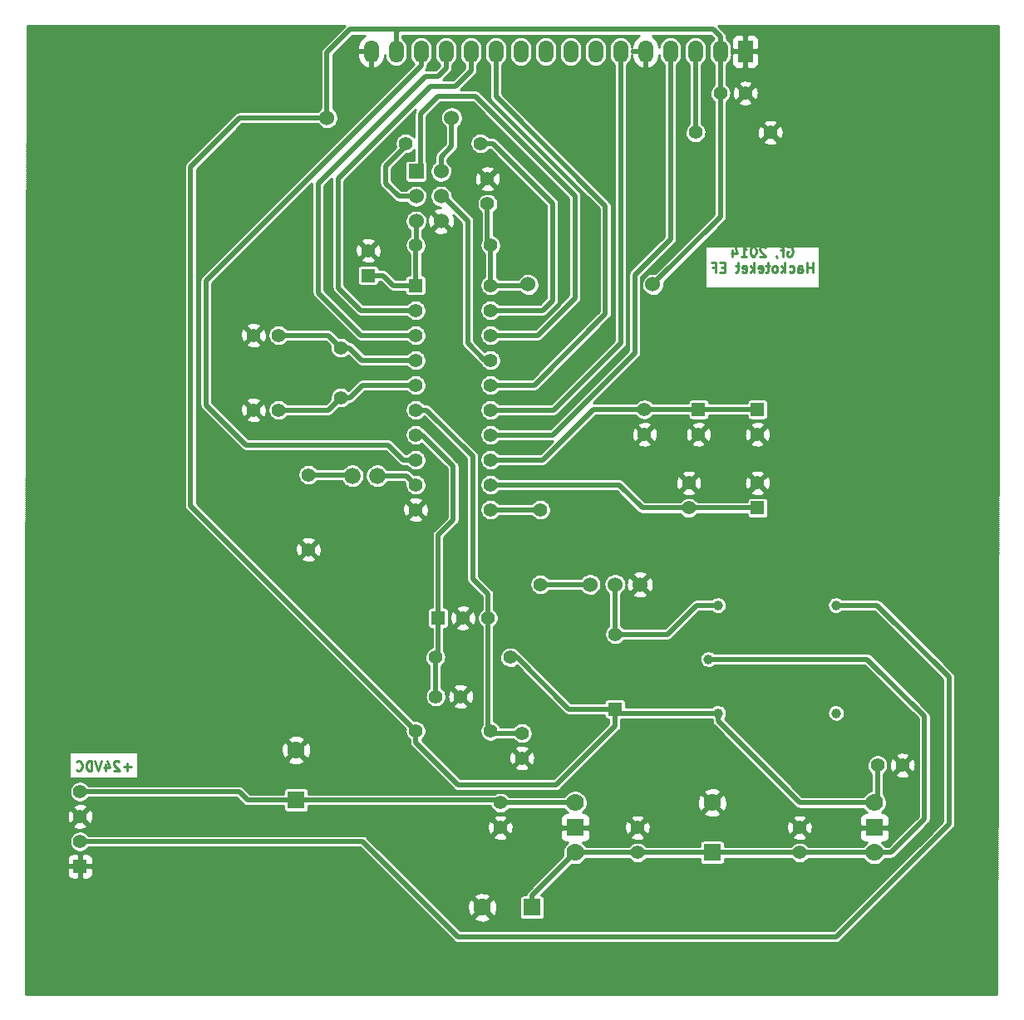
<source format=gbr>
%FSLAX34Y34*%
G04 Gerber Fmt 3.4, Leading zero omitted, Abs format*
G04 (created by PCBNEW (2014-03-16 BZR 4752)-product) date mån 17 mar 2014 22:55:22*
%MOIN*%
G01*
G70*
G90*
G04 APERTURE LIST*
%ADD10C,0.009843*%
%ADD11R,0.070000X0.070000*%
%ADD12C,0.070000*%
%ADD13C,0.060000*%
%ADD14C,0.039370*%
%ADD15R,0.055000X0.055000*%
%ADD16C,0.055000*%
%ADD17R,0.060000X0.060000*%
%ADD18R,0.060000X0.090000*%
%ADD19O,0.060000X0.090000*%
%ADD20C,0.066000*%
%ADD21C,0.056000*%
%ADD22C,0.019685*%
%ADD23C,0.010000*%
G04 APERTURE END LIST*
G54D10*
X49087Y-52828D02*
X48787Y-52828D01*
X48937Y-52978D02*
X48937Y-52678D01*
X48618Y-52621D02*
X48599Y-52603D01*
X48562Y-52584D01*
X48468Y-52584D01*
X48431Y-52603D01*
X48412Y-52621D01*
X48393Y-52659D01*
X48393Y-52696D01*
X48412Y-52753D01*
X48637Y-52978D01*
X48393Y-52978D01*
X48056Y-52715D02*
X48056Y-52978D01*
X48149Y-52565D02*
X48243Y-52846D01*
X48000Y-52846D01*
X47906Y-52584D02*
X47775Y-52978D01*
X47643Y-52584D01*
X47512Y-52978D02*
X47512Y-52584D01*
X47418Y-52584D01*
X47362Y-52603D01*
X47325Y-52640D01*
X47306Y-52678D01*
X47287Y-52753D01*
X47287Y-52809D01*
X47306Y-52884D01*
X47325Y-52921D01*
X47362Y-52959D01*
X47418Y-52978D01*
X47512Y-52978D01*
X46893Y-52940D02*
X46912Y-52959D01*
X46968Y-52978D01*
X47006Y-52978D01*
X47062Y-52959D01*
X47100Y-52921D01*
X47118Y-52884D01*
X47137Y-52809D01*
X47137Y-52753D01*
X47118Y-52678D01*
X47100Y-52640D01*
X47062Y-52603D01*
X47006Y-52584D01*
X46968Y-52584D01*
X46912Y-52603D01*
X46893Y-52621D01*
X75412Y-31958D02*
X75449Y-31939D01*
X75506Y-31939D01*
X75562Y-31958D01*
X75599Y-31996D01*
X75618Y-32033D01*
X75637Y-32108D01*
X75637Y-32164D01*
X75618Y-32239D01*
X75599Y-32277D01*
X75562Y-32314D01*
X75506Y-32333D01*
X75468Y-32333D01*
X75412Y-32314D01*
X75393Y-32296D01*
X75393Y-32164D01*
X75468Y-32164D01*
X75281Y-32071D02*
X75131Y-32071D01*
X75224Y-32333D02*
X75224Y-31996D01*
X75206Y-31958D01*
X75168Y-31939D01*
X75131Y-31939D01*
X74981Y-32314D02*
X74981Y-32333D01*
X75000Y-32371D01*
X75018Y-32389D01*
X74531Y-31977D02*
X74512Y-31958D01*
X74475Y-31939D01*
X74381Y-31939D01*
X74343Y-31958D01*
X74325Y-31977D01*
X74306Y-32014D01*
X74306Y-32052D01*
X74325Y-32108D01*
X74550Y-32333D01*
X74306Y-32333D01*
X74062Y-31939D02*
X74025Y-31939D01*
X73987Y-31958D01*
X73968Y-31977D01*
X73950Y-32014D01*
X73931Y-32089D01*
X73931Y-32183D01*
X73950Y-32258D01*
X73968Y-32296D01*
X73987Y-32314D01*
X74025Y-32333D01*
X74062Y-32333D01*
X74100Y-32314D01*
X74118Y-32296D01*
X74137Y-32258D01*
X74156Y-32183D01*
X74156Y-32089D01*
X74137Y-32014D01*
X74118Y-31977D01*
X74100Y-31958D01*
X74062Y-31939D01*
X73556Y-32333D02*
X73781Y-32333D01*
X73668Y-32333D02*
X73668Y-31939D01*
X73706Y-31996D01*
X73743Y-32033D01*
X73781Y-32052D01*
X73218Y-32071D02*
X73218Y-32333D01*
X73312Y-31921D02*
X73406Y-32202D01*
X73162Y-32202D01*
X76424Y-32983D02*
X76424Y-32589D01*
X76424Y-32776D02*
X76199Y-32776D01*
X76199Y-32983D02*
X76199Y-32589D01*
X75843Y-32983D02*
X75843Y-32776D01*
X75862Y-32739D01*
X75899Y-32720D01*
X75974Y-32720D01*
X76012Y-32739D01*
X75843Y-32964D02*
X75881Y-32983D01*
X75974Y-32983D01*
X76012Y-32964D01*
X76031Y-32926D01*
X76031Y-32889D01*
X76012Y-32851D01*
X75974Y-32833D01*
X75881Y-32833D01*
X75843Y-32814D01*
X75487Y-32964D02*
X75524Y-32983D01*
X75599Y-32983D01*
X75637Y-32964D01*
X75656Y-32945D01*
X75674Y-32908D01*
X75674Y-32795D01*
X75656Y-32758D01*
X75637Y-32739D01*
X75599Y-32720D01*
X75524Y-32720D01*
X75487Y-32739D01*
X75318Y-32983D02*
X75318Y-32589D01*
X75281Y-32833D02*
X75168Y-32983D01*
X75168Y-32720D02*
X75318Y-32870D01*
X74943Y-32983D02*
X74981Y-32964D01*
X75000Y-32945D01*
X75018Y-32908D01*
X75018Y-32795D01*
X75000Y-32758D01*
X74981Y-32739D01*
X74943Y-32720D01*
X74887Y-32720D01*
X74850Y-32739D01*
X74831Y-32758D01*
X74812Y-32795D01*
X74812Y-32908D01*
X74831Y-32945D01*
X74850Y-32964D01*
X74887Y-32983D01*
X74943Y-32983D01*
X74700Y-32720D02*
X74550Y-32720D01*
X74643Y-32589D02*
X74643Y-32926D01*
X74625Y-32964D01*
X74587Y-32983D01*
X74550Y-32983D01*
X74268Y-32964D02*
X74306Y-32983D01*
X74381Y-32983D01*
X74418Y-32964D01*
X74437Y-32926D01*
X74437Y-32776D01*
X74418Y-32739D01*
X74381Y-32720D01*
X74306Y-32720D01*
X74268Y-32739D01*
X74250Y-32776D01*
X74250Y-32814D01*
X74437Y-32851D01*
X74081Y-32983D02*
X74081Y-32589D01*
X74043Y-32833D02*
X73931Y-32983D01*
X73931Y-32720D02*
X74081Y-32870D01*
X73612Y-32964D02*
X73650Y-32983D01*
X73725Y-32983D01*
X73762Y-32964D01*
X73781Y-32926D01*
X73781Y-32776D01*
X73762Y-32739D01*
X73725Y-32720D01*
X73650Y-32720D01*
X73612Y-32739D01*
X73593Y-32776D01*
X73593Y-32814D01*
X73781Y-32851D01*
X73481Y-32720D02*
X73331Y-32720D01*
X73425Y-32589D02*
X73425Y-32926D01*
X73406Y-32964D01*
X73368Y-32983D01*
X73331Y-32983D01*
X72900Y-32776D02*
X72769Y-32776D01*
X72712Y-32983D02*
X72900Y-32983D01*
X72900Y-32589D01*
X72712Y-32589D01*
X72412Y-32776D02*
X72544Y-32776D01*
X72544Y-32983D02*
X72544Y-32589D01*
X72356Y-32589D01*
G54D11*
X55708Y-54149D03*
G54D12*
X55708Y-52149D03*
G54D13*
X68500Y-45500D03*
X69500Y-45500D03*
X67500Y-45500D03*
G54D14*
X72637Y-46334D03*
X72637Y-50665D03*
X72244Y-48500D03*
X77362Y-46334D03*
X77362Y-50665D03*
G54D15*
X47047Y-56814D03*
G54D16*
X47047Y-55814D03*
X47047Y-54814D03*
X47047Y-53814D03*
G54D15*
X61401Y-46850D03*
G54D16*
X62401Y-46850D03*
X63401Y-46850D03*
G54D15*
X74212Y-38476D03*
G54D16*
X74212Y-39476D03*
G54D15*
X71850Y-38476D03*
G54D16*
X71850Y-39476D03*
G54D15*
X74212Y-42429D03*
G54D16*
X74212Y-41429D03*
X64295Y-48425D03*
X61295Y-48425D03*
X63507Y-31889D03*
X60507Y-31889D03*
X65500Y-42500D03*
X65500Y-45500D03*
X74728Y-27362D03*
X71728Y-27362D03*
X60507Y-51377D03*
X63507Y-51377D03*
X56200Y-41100D03*
X56200Y-44100D03*
G54D17*
X60523Y-28921D03*
G54D13*
X61523Y-28921D03*
X60523Y-29921D03*
X61523Y-29921D03*
X60523Y-30921D03*
X61523Y-30921D03*
G54D18*
X73720Y-24110D03*
G54D19*
X72720Y-24110D03*
X71720Y-24110D03*
X70720Y-24110D03*
X69720Y-24110D03*
X68720Y-24110D03*
X67720Y-24110D03*
X66720Y-24110D03*
X65720Y-24110D03*
X64720Y-24110D03*
X63720Y-24110D03*
X62720Y-24110D03*
X61720Y-24110D03*
X60720Y-24110D03*
X59720Y-24110D03*
X58720Y-24110D03*
G54D12*
X78897Y-56259D03*
G54D11*
X78897Y-55259D03*
G54D12*
X78897Y-54259D03*
X66897Y-54259D03*
G54D11*
X66897Y-55259D03*
G54D12*
X66897Y-56259D03*
G54D20*
X58964Y-41141D03*
X57964Y-41141D03*
G54D21*
X57500Y-38000D03*
X57500Y-36000D03*
G54D15*
X60500Y-33500D03*
G54D16*
X60500Y-34500D03*
X60500Y-35500D03*
X60500Y-36500D03*
X60500Y-37500D03*
X60500Y-38500D03*
X60500Y-39500D03*
X60500Y-40500D03*
X60500Y-41500D03*
X60500Y-42500D03*
X63500Y-42500D03*
X63500Y-41500D03*
X63500Y-40500D03*
X63500Y-39500D03*
X63500Y-38500D03*
X63500Y-37500D03*
X63500Y-36500D03*
X63500Y-35500D03*
X63500Y-34500D03*
X63500Y-33500D03*
G54D15*
X68500Y-50500D03*
G54D16*
X68500Y-47500D03*
G54D11*
X65173Y-58464D03*
G54D12*
X63173Y-58464D03*
G54D11*
X72397Y-56259D03*
G54D12*
X72397Y-54259D03*
G54D16*
X69685Y-38476D03*
X69685Y-39476D03*
X71456Y-41429D03*
X71456Y-42429D03*
X69397Y-56259D03*
X69397Y-55259D03*
X63897Y-54259D03*
X63897Y-55259D03*
X61311Y-50000D03*
X62311Y-50000D03*
X64763Y-52468D03*
X64763Y-51468D03*
X54000Y-35500D03*
X55000Y-35500D03*
X54000Y-38500D03*
X55000Y-38500D03*
X79027Y-52755D03*
X80027Y-52755D03*
X75897Y-56259D03*
X75897Y-55259D03*
X63385Y-30224D03*
X63385Y-29224D03*
X72728Y-25787D03*
X73728Y-25787D03*
G54D13*
X70019Y-33464D03*
X65019Y-33464D03*
G54D16*
X63100Y-27800D03*
X60100Y-27800D03*
G54D13*
X61948Y-26771D03*
X56948Y-26771D03*
G54D15*
X58600Y-33100D03*
G54D16*
X58600Y-32100D03*
G54D22*
X75897Y-56259D02*
X78897Y-56259D01*
X65173Y-57984D02*
X66897Y-56259D01*
X65173Y-58464D02*
X65173Y-57984D01*
X72397Y-56259D02*
X75897Y-56259D01*
X69397Y-56259D02*
X72397Y-56259D01*
X66897Y-56259D02*
X69397Y-56259D01*
X78618Y-48500D02*
X80905Y-50787D01*
X80905Y-50787D02*
X80905Y-54921D01*
X80905Y-54921D02*
X79566Y-56259D01*
X79566Y-56259D02*
X78897Y-56259D01*
X72244Y-48500D02*
X78618Y-48500D01*
X63897Y-54259D02*
X66897Y-54259D01*
X63787Y-54149D02*
X63897Y-54259D01*
X55708Y-54149D02*
X63787Y-54149D01*
X53421Y-53814D02*
X53755Y-54149D01*
X53755Y-54149D02*
X55708Y-54149D01*
X47047Y-53814D02*
X53421Y-53814D01*
X68665Y-50665D02*
X68500Y-50500D01*
X72637Y-50665D02*
X68665Y-50665D01*
X63535Y-33464D02*
X63500Y-33500D01*
X63535Y-33464D02*
X63500Y-33500D01*
X63385Y-31767D02*
X63507Y-31889D01*
X63385Y-30224D02*
X63385Y-31767D01*
X63507Y-33492D02*
X63500Y-33500D01*
X63507Y-31889D02*
X63507Y-33492D01*
X64984Y-33500D02*
X65019Y-33464D01*
X63500Y-33500D02*
X64984Y-33500D01*
X72637Y-50984D02*
X75913Y-54259D01*
X75913Y-54259D02*
X78897Y-54259D01*
X72637Y-50665D02*
X72637Y-50984D01*
X79027Y-54129D02*
X78897Y-54259D01*
X79027Y-52755D02*
X79027Y-54129D01*
X66641Y-50500D02*
X68500Y-50500D01*
X64566Y-48425D02*
X66641Y-50500D01*
X64295Y-48425D02*
X64566Y-48425D01*
X72728Y-30755D02*
X70019Y-33464D01*
X72728Y-25787D02*
X72728Y-30755D01*
X60507Y-51846D02*
X62204Y-53543D01*
X62204Y-53543D02*
X66141Y-53543D01*
X66141Y-53543D02*
X68500Y-51185D01*
X68500Y-51185D02*
X68500Y-50500D01*
X60507Y-51377D02*
X60507Y-51846D01*
X72440Y-23228D02*
X72720Y-23507D01*
X72720Y-23507D02*
X72720Y-24110D01*
X59842Y-23228D02*
X72440Y-23228D01*
X59720Y-23350D02*
X59842Y-23228D01*
X59720Y-24110D02*
X59720Y-23350D01*
X72720Y-25779D02*
X72728Y-25787D01*
X72720Y-24110D02*
X72720Y-25779D01*
X56948Y-24153D02*
X57874Y-23228D01*
X57874Y-23228D02*
X59842Y-23228D01*
X56948Y-26771D02*
X56948Y-24153D01*
X53444Y-26771D02*
X51476Y-28740D01*
X51476Y-28740D02*
X51476Y-42346D01*
X51476Y-42346D02*
X60507Y-51377D01*
X56948Y-26771D02*
X53444Y-26771D01*
X63720Y-25925D02*
X68110Y-30314D01*
X68110Y-30314D02*
X68110Y-34645D01*
X68110Y-34645D02*
X65255Y-37500D01*
X65255Y-37500D02*
X63500Y-37500D01*
X63720Y-24110D02*
X63720Y-25925D01*
X62720Y-24879D02*
X62100Y-25500D01*
X62100Y-25500D02*
X61100Y-25500D01*
X61100Y-25500D02*
X57400Y-29200D01*
X57400Y-29200D02*
X57400Y-33600D01*
X57400Y-33600D02*
X58300Y-34500D01*
X58300Y-34500D02*
X60500Y-34500D01*
X62720Y-24110D02*
X62720Y-24879D01*
X61720Y-24779D02*
X61400Y-25100D01*
X61400Y-25100D02*
X60900Y-25100D01*
X60900Y-25100D02*
X56600Y-29400D01*
X56600Y-29400D02*
X56600Y-33800D01*
X56600Y-33800D02*
X58300Y-35500D01*
X58300Y-35500D02*
X60500Y-35500D01*
X61720Y-24110D02*
X61720Y-24779D01*
X60000Y-40500D02*
X59400Y-39900D01*
X59400Y-39900D02*
X53700Y-39900D01*
X53700Y-39900D02*
X52100Y-38300D01*
X52100Y-38300D02*
X52100Y-33300D01*
X52100Y-33300D02*
X60720Y-24679D01*
X60720Y-24679D02*
X60720Y-24110D01*
X60500Y-40500D02*
X60000Y-40500D01*
X66027Y-38500D02*
X68720Y-35807D01*
X68720Y-35807D02*
X68720Y-24110D01*
X63500Y-38500D02*
X66027Y-38500D01*
X65400Y-35500D02*
X66900Y-34000D01*
X66900Y-34000D02*
X66900Y-29900D01*
X66900Y-29900D02*
X62900Y-25900D01*
X62900Y-25900D02*
X61400Y-25900D01*
X61400Y-25900D02*
X60700Y-26600D01*
X60700Y-26600D02*
X60700Y-28744D01*
X60700Y-28744D02*
X60523Y-28921D01*
X63500Y-35500D02*
X65400Y-35500D01*
X61614Y-29921D02*
X62598Y-30905D01*
X62598Y-30905D02*
X62598Y-35826D01*
X62598Y-35826D02*
X63271Y-36500D01*
X63271Y-36500D02*
X63500Y-36500D01*
X61523Y-29921D02*
X61614Y-29921D01*
X58374Y-55814D02*
X62204Y-59645D01*
X62204Y-59645D02*
X77362Y-59645D01*
X77362Y-59645D02*
X81889Y-55118D01*
X81889Y-55118D02*
X81889Y-49212D01*
X81889Y-49212D02*
X79011Y-46334D01*
X79011Y-46334D02*
X77362Y-46334D01*
X47047Y-55814D02*
X58374Y-55814D01*
X60940Y-38500D02*
X62795Y-40354D01*
X62795Y-40354D02*
X62795Y-45275D01*
X62795Y-45275D02*
X63401Y-45881D01*
X63401Y-45881D02*
X63401Y-46850D01*
X60500Y-38500D02*
X60940Y-38500D01*
X63598Y-51468D02*
X63401Y-51271D01*
X63401Y-51271D02*
X63401Y-46850D01*
X64763Y-51468D02*
X63598Y-51468D01*
X61401Y-43519D02*
X62007Y-42913D01*
X62007Y-42913D02*
X62007Y-40748D01*
X62007Y-40748D02*
X60759Y-39500D01*
X60759Y-39500D02*
X60500Y-39500D01*
X61401Y-46850D02*
X61401Y-43519D01*
X61401Y-48318D02*
X61295Y-48425D01*
X61401Y-46850D02*
X61401Y-48318D01*
X61295Y-49984D02*
X61311Y-50000D01*
X61295Y-48425D02*
X61295Y-49984D01*
X70720Y-31641D02*
X69291Y-33070D01*
X69291Y-33070D02*
X69291Y-36220D01*
X69291Y-36220D02*
X66011Y-39500D01*
X66011Y-39500D02*
X63500Y-39500D01*
X70720Y-24110D02*
X70720Y-31641D01*
X60507Y-33492D02*
X60500Y-33500D01*
X60507Y-31889D02*
X60507Y-33492D01*
X60523Y-31874D02*
X60507Y-31889D01*
X60523Y-30921D02*
X60523Y-31874D01*
X59200Y-33100D02*
X59600Y-33500D01*
X59600Y-33500D02*
X60500Y-33500D01*
X58600Y-33100D02*
X59200Y-33100D01*
X63600Y-27800D02*
X66000Y-30200D01*
X66000Y-30200D02*
X66000Y-34100D01*
X66000Y-34100D02*
X65600Y-34500D01*
X65600Y-34500D02*
X63500Y-34500D01*
X63100Y-27800D02*
X63600Y-27800D01*
X59821Y-29921D02*
X59300Y-29400D01*
X59300Y-29400D02*
X59300Y-28700D01*
X59300Y-28700D02*
X60100Y-27900D01*
X60100Y-27900D02*
X60100Y-27800D01*
X60523Y-29921D02*
X59821Y-29921D01*
X65500Y-45500D02*
X67500Y-45500D01*
X63500Y-42500D02*
X65500Y-42500D01*
X57922Y-41100D02*
X57964Y-41141D01*
X56200Y-41100D02*
X57922Y-41100D01*
X60141Y-41141D02*
X60500Y-41500D01*
X58964Y-41141D02*
X60141Y-41141D01*
X57850Y-36000D02*
X58350Y-36500D01*
X58350Y-36500D02*
X60500Y-36500D01*
X57500Y-36000D02*
X57850Y-36000D01*
X57000Y-35500D02*
X57500Y-36000D01*
X55000Y-35500D02*
X57000Y-35500D01*
X57866Y-38000D02*
X58366Y-37500D01*
X58366Y-37500D02*
X60500Y-37500D01*
X57500Y-38000D02*
X57866Y-38000D01*
X57000Y-38500D02*
X57500Y-38000D01*
X55000Y-38500D02*
X57000Y-38500D01*
X74212Y-42429D02*
X71456Y-42429D01*
X69594Y-42429D02*
X68665Y-41500D01*
X68665Y-41500D02*
X63500Y-41500D01*
X71456Y-42429D02*
X69594Y-42429D01*
X65602Y-40500D02*
X67625Y-38476D01*
X67625Y-38476D02*
X69685Y-38476D01*
X63500Y-40500D02*
X65602Y-40500D01*
X69685Y-38476D02*
X71850Y-38476D01*
X71850Y-38476D02*
X74212Y-38476D01*
X68500Y-45500D02*
X68500Y-47500D01*
X71775Y-46334D02*
X70610Y-47500D01*
X70610Y-47500D02*
X68500Y-47500D01*
X72637Y-46334D02*
X71775Y-46334D01*
X61523Y-28338D02*
X61948Y-27913D01*
X61948Y-27913D02*
X61948Y-26771D01*
X61523Y-28921D02*
X61523Y-28338D01*
X71720Y-27354D02*
X71728Y-27362D01*
X71720Y-24110D02*
X71720Y-27354D01*
G54D23*
X57669Y-23081D02*
X44931Y-23081D01*
X83875Y-23081D02*
X72645Y-23081D01*
X57589Y-23161D02*
X44931Y-23161D01*
X83875Y-23161D02*
X72725Y-23161D01*
X57509Y-23241D02*
X44931Y-23241D01*
X83875Y-23241D02*
X72805Y-23241D01*
X57429Y-23321D02*
X44931Y-23321D01*
X83875Y-23321D02*
X72885Y-23321D01*
X57349Y-23401D02*
X44930Y-23401D01*
X83875Y-23401D02*
X72943Y-23401D01*
X57269Y-23481D02*
X44930Y-23481D01*
X58446Y-23481D02*
X57972Y-23481D01*
X69446Y-23481D02*
X59968Y-23481D01*
X72342Y-23481D02*
X69994Y-23481D01*
X73245Y-23481D02*
X72966Y-23481D01*
X73770Y-23481D02*
X73670Y-23481D01*
X83875Y-23481D02*
X74195Y-23481D01*
X57189Y-23561D02*
X44930Y-23561D01*
X58341Y-23561D02*
X57892Y-23561D01*
X60510Y-23561D02*
X59968Y-23561D01*
X61510Y-23561D02*
X60929Y-23561D01*
X62510Y-23561D02*
X61929Y-23561D01*
X63510Y-23561D02*
X62929Y-23561D01*
X64510Y-23561D02*
X63929Y-23561D01*
X65510Y-23561D02*
X64929Y-23561D01*
X66510Y-23561D02*
X65929Y-23561D01*
X67510Y-23561D02*
X66929Y-23561D01*
X68510Y-23561D02*
X67929Y-23561D01*
X69341Y-23561D02*
X68929Y-23561D01*
X70510Y-23561D02*
X70099Y-23561D01*
X71510Y-23561D02*
X70929Y-23561D01*
X72422Y-23561D02*
X71929Y-23561D01*
X73190Y-23561D02*
X72968Y-23561D01*
X73770Y-23561D02*
X73670Y-23561D01*
X83875Y-23561D02*
X74250Y-23561D01*
X57109Y-23641D02*
X44930Y-23641D01*
X58272Y-23641D02*
X57812Y-23641D01*
X60400Y-23641D02*
X60040Y-23641D01*
X61400Y-23641D02*
X61040Y-23641D01*
X62400Y-23641D02*
X62040Y-23641D01*
X63400Y-23641D02*
X63040Y-23641D01*
X64400Y-23641D02*
X64040Y-23641D01*
X65400Y-23641D02*
X65040Y-23641D01*
X66400Y-23641D02*
X66040Y-23641D01*
X67400Y-23641D02*
X67040Y-23641D01*
X68400Y-23641D02*
X68040Y-23641D01*
X69272Y-23641D02*
X69040Y-23641D01*
X70400Y-23641D02*
X70168Y-23641D01*
X71400Y-23641D02*
X71040Y-23641D01*
X72400Y-23641D02*
X72040Y-23641D01*
X73170Y-23641D02*
X73040Y-23641D01*
X73770Y-23641D02*
X73670Y-23641D01*
X83875Y-23641D02*
X74270Y-23641D01*
X57029Y-23721D02*
X44930Y-23721D01*
X58224Y-23721D02*
X57732Y-23721D01*
X60339Y-23721D02*
X60102Y-23721D01*
X61339Y-23721D02*
X61102Y-23721D01*
X62339Y-23721D02*
X62102Y-23721D01*
X63339Y-23721D02*
X63102Y-23721D01*
X64339Y-23721D02*
X64102Y-23721D01*
X65339Y-23721D02*
X65102Y-23721D01*
X66339Y-23721D02*
X66102Y-23721D01*
X67339Y-23721D02*
X67102Y-23721D01*
X68339Y-23721D02*
X68102Y-23721D01*
X69224Y-23721D02*
X69102Y-23721D01*
X70339Y-23721D02*
X70216Y-23721D01*
X71339Y-23721D02*
X71102Y-23721D01*
X72339Y-23721D02*
X72102Y-23721D01*
X73170Y-23721D02*
X73102Y-23721D01*
X73770Y-23721D02*
X73670Y-23721D01*
X74270Y-23721D02*
X74270Y-23721D01*
X83875Y-23721D02*
X74270Y-23721D01*
X56949Y-23801D02*
X44929Y-23801D01*
X58191Y-23801D02*
X57652Y-23801D01*
X60300Y-23801D02*
X60141Y-23801D01*
X61300Y-23801D02*
X61141Y-23801D01*
X62300Y-23801D02*
X62141Y-23801D01*
X63300Y-23801D02*
X63141Y-23801D01*
X64300Y-23801D02*
X64141Y-23801D01*
X65300Y-23801D02*
X65141Y-23801D01*
X66300Y-23801D02*
X66141Y-23801D01*
X67300Y-23801D02*
X67141Y-23801D01*
X68300Y-23801D02*
X68141Y-23801D01*
X69191Y-23801D02*
X69141Y-23801D01*
X70300Y-23801D02*
X70249Y-23801D01*
X71300Y-23801D02*
X71141Y-23801D01*
X72300Y-23801D02*
X72141Y-23801D01*
X73170Y-23801D02*
X73141Y-23801D01*
X73770Y-23801D02*
X73670Y-23801D01*
X74270Y-23801D02*
X74270Y-23801D01*
X83875Y-23801D02*
X74270Y-23801D01*
X56869Y-23881D02*
X44929Y-23881D01*
X58175Y-23881D02*
X57572Y-23881D01*
X60278Y-23881D02*
X60163Y-23881D01*
X61278Y-23881D02*
X61163Y-23881D01*
X62278Y-23881D02*
X62163Y-23881D01*
X63278Y-23881D02*
X63163Y-23881D01*
X64278Y-23881D02*
X64163Y-23881D01*
X65278Y-23881D02*
X65163Y-23881D01*
X66278Y-23881D02*
X66163Y-23881D01*
X67278Y-23881D02*
X67163Y-23881D01*
X68278Y-23881D02*
X68163Y-23881D01*
X69175Y-23881D02*
X69163Y-23881D01*
X70278Y-23881D02*
X70264Y-23881D01*
X71278Y-23881D02*
X71163Y-23881D01*
X72278Y-23881D02*
X72163Y-23881D01*
X73170Y-23881D02*
X73163Y-23881D01*
X73770Y-23881D02*
X73670Y-23881D01*
X74270Y-23881D02*
X74270Y-23881D01*
X83875Y-23881D02*
X74270Y-23881D01*
X56789Y-23961D02*
X44929Y-23961D01*
X58170Y-23961D02*
X57492Y-23961D01*
X60270Y-23961D02*
X60170Y-23961D01*
X61270Y-23961D02*
X61170Y-23961D01*
X62270Y-23961D02*
X62170Y-23961D01*
X63270Y-23961D02*
X63170Y-23961D01*
X64270Y-23961D02*
X64170Y-23961D01*
X65270Y-23961D02*
X65170Y-23961D01*
X66270Y-23961D02*
X66170Y-23961D01*
X67270Y-23961D02*
X67170Y-23961D01*
X68270Y-23961D02*
X68170Y-23961D01*
X71270Y-23961D02*
X71170Y-23961D01*
X72270Y-23961D02*
X72170Y-23961D01*
X73770Y-23961D02*
X73670Y-23961D01*
X74270Y-23961D02*
X74270Y-23961D01*
X83875Y-23961D02*
X74270Y-23961D01*
X56728Y-24041D02*
X44929Y-24041D01*
X58170Y-24041D02*
X57412Y-24041D01*
X60270Y-24041D02*
X60170Y-24041D01*
X61270Y-24041D02*
X61170Y-24041D01*
X62270Y-24041D02*
X62170Y-24041D01*
X63270Y-24041D02*
X63170Y-24041D01*
X64270Y-24041D02*
X64170Y-24041D01*
X65270Y-24041D02*
X65170Y-24041D01*
X66270Y-24041D02*
X66170Y-24041D01*
X67270Y-24041D02*
X67170Y-24041D01*
X68270Y-24041D02*
X68170Y-24041D01*
X71270Y-24041D02*
X71170Y-24041D01*
X72270Y-24041D02*
X72170Y-24041D01*
X73214Y-24041D02*
X73170Y-24041D01*
X73770Y-24041D02*
X73670Y-24041D01*
X74270Y-24041D02*
X74226Y-24041D01*
X83875Y-24041D02*
X74270Y-24041D01*
X56703Y-24121D02*
X44929Y-24121D01*
X58778Y-24121D02*
X57332Y-24121D01*
X60270Y-24121D02*
X60170Y-24121D01*
X61270Y-24121D02*
X61170Y-24121D01*
X62270Y-24121D02*
X62170Y-24121D01*
X63270Y-24121D02*
X63170Y-24121D01*
X64270Y-24121D02*
X64170Y-24121D01*
X65270Y-24121D02*
X65170Y-24121D01*
X66270Y-24121D02*
X66170Y-24121D01*
X67270Y-24121D02*
X67170Y-24121D01*
X68270Y-24121D02*
X68170Y-24121D01*
X69778Y-24121D02*
X69170Y-24121D01*
X71270Y-24121D02*
X71170Y-24121D01*
X72270Y-24121D02*
X72170Y-24121D01*
X74270Y-24121D02*
X73170Y-24121D01*
X83875Y-24121D02*
X74270Y-24121D01*
X56700Y-24201D02*
X44928Y-24201D01*
X58170Y-24201D02*
X57252Y-24201D01*
X58770Y-24201D02*
X58670Y-24201D01*
X60270Y-24201D02*
X60170Y-24201D01*
X61270Y-24201D02*
X61170Y-24201D01*
X62270Y-24201D02*
X62170Y-24201D01*
X63270Y-24201D02*
X63170Y-24201D01*
X64270Y-24201D02*
X64170Y-24201D01*
X65270Y-24201D02*
X65170Y-24201D01*
X66270Y-24201D02*
X66170Y-24201D01*
X67270Y-24201D02*
X67170Y-24201D01*
X68270Y-24201D02*
X68170Y-24201D01*
X69770Y-24201D02*
X69670Y-24201D01*
X71270Y-24201D02*
X71170Y-24201D01*
X72270Y-24201D02*
X72170Y-24201D01*
X73191Y-24201D02*
X73170Y-24201D01*
X73770Y-24201D02*
X73670Y-24201D01*
X74270Y-24201D02*
X74249Y-24201D01*
X83875Y-24201D02*
X74270Y-24201D01*
X56700Y-24281D02*
X44928Y-24281D01*
X58170Y-24281D02*
X57197Y-24281D01*
X58770Y-24281D02*
X58670Y-24281D01*
X59272Y-24281D02*
X59270Y-24281D01*
X60272Y-24281D02*
X60169Y-24281D01*
X61272Y-24281D02*
X61169Y-24281D01*
X62272Y-24281D02*
X62169Y-24281D01*
X63272Y-24281D02*
X63169Y-24281D01*
X64272Y-24281D02*
X64169Y-24281D01*
X65170Y-24281D02*
X65169Y-24281D01*
X65272Y-24281D02*
X65170Y-24281D01*
X66170Y-24281D02*
X66169Y-24281D01*
X66272Y-24281D02*
X66170Y-24281D01*
X67170Y-24281D02*
X67169Y-24281D01*
X67272Y-24281D02*
X67170Y-24281D01*
X68170Y-24281D02*
X68169Y-24281D01*
X68272Y-24281D02*
X68170Y-24281D01*
X69170Y-24281D02*
X69169Y-24281D01*
X69770Y-24281D02*
X69670Y-24281D01*
X70272Y-24281D02*
X70270Y-24281D01*
X71272Y-24281D02*
X71169Y-24281D01*
X72170Y-24281D02*
X72169Y-24281D01*
X72272Y-24281D02*
X72170Y-24281D01*
X73170Y-24281D02*
X73169Y-24281D01*
X73770Y-24281D02*
X73670Y-24281D01*
X74270Y-24281D02*
X74270Y-24281D01*
X83875Y-24281D02*
X74270Y-24281D01*
X56700Y-24361D02*
X44928Y-24361D01*
X58180Y-24361D02*
X57197Y-24361D01*
X58770Y-24361D02*
X58670Y-24361D01*
X59282Y-24361D02*
X59260Y-24361D01*
X60282Y-24361D02*
X60159Y-24361D01*
X61282Y-24361D02*
X61159Y-24361D01*
X62282Y-24361D02*
X62159Y-24361D01*
X63282Y-24361D02*
X63159Y-24361D01*
X64282Y-24361D02*
X64159Y-24361D01*
X65170Y-24361D02*
X65159Y-24361D01*
X65282Y-24361D02*
X65170Y-24361D01*
X66170Y-24361D02*
X66159Y-24361D01*
X66282Y-24361D02*
X66170Y-24361D01*
X67170Y-24361D02*
X67159Y-24361D01*
X67282Y-24361D02*
X67170Y-24361D01*
X68170Y-24361D02*
X68159Y-24361D01*
X68282Y-24361D02*
X68170Y-24361D01*
X69180Y-24361D02*
X69159Y-24361D01*
X69770Y-24361D02*
X69670Y-24361D01*
X70282Y-24361D02*
X70260Y-24361D01*
X71282Y-24361D02*
X71159Y-24361D01*
X72170Y-24361D02*
X72159Y-24361D01*
X72282Y-24361D02*
X72170Y-24361D01*
X73170Y-24361D02*
X73159Y-24361D01*
X73770Y-24361D02*
X73670Y-24361D01*
X74270Y-24361D02*
X74270Y-24361D01*
X83875Y-24361D02*
X74270Y-24361D01*
X56700Y-24441D02*
X44928Y-24441D01*
X58200Y-24441D02*
X57197Y-24441D01*
X58770Y-24441D02*
X58670Y-24441D01*
X59308Y-24441D02*
X59240Y-24441D01*
X60308Y-24441D02*
X60133Y-24441D01*
X61308Y-24441D02*
X61133Y-24441D01*
X62308Y-24441D02*
X62133Y-24441D01*
X63308Y-24441D02*
X63133Y-24441D01*
X64308Y-24441D02*
X64133Y-24441D01*
X65170Y-24441D02*
X65133Y-24441D01*
X65308Y-24441D02*
X65170Y-24441D01*
X66170Y-24441D02*
X66133Y-24441D01*
X66308Y-24441D02*
X66170Y-24441D01*
X67170Y-24441D02*
X67133Y-24441D01*
X67308Y-24441D02*
X67170Y-24441D01*
X68170Y-24441D02*
X68133Y-24441D01*
X68308Y-24441D02*
X68170Y-24441D01*
X69200Y-24441D02*
X69133Y-24441D01*
X69770Y-24441D02*
X69670Y-24441D01*
X70308Y-24441D02*
X70240Y-24441D01*
X71308Y-24441D02*
X71133Y-24441D01*
X72170Y-24441D02*
X72133Y-24441D01*
X72308Y-24441D02*
X72170Y-24441D01*
X73170Y-24441D02*
X73133Y-24441D01*
X73770Y-24441D02*
X73670Y-24441D01*
X74270Y-24441D02*
X74270Y-24441D01*
X83875Y-24441D02*
X74270Y-24441D01*
X56700Y-24521D02*
X44928Y-24521D01*
X58234Y-24521D02*
X57197Y-24521D01*
X58770Y-24521D02*
X58670Y-24521D01*
X59353Y-24521D02*
X59206Y-24521D01*
X60353Y-24521D02*
X60088Y-24521D01*
X61353Y-24521D02*
X61088Y-24521D01*
X62353Y-24521D02*
X62088Y-24521D01*
X63353Y-24521D02*
X63088Y-24521D01*
X64353Y-24521D02*
X64088Y-24521D01*
X65170Y-24521D02*
X65088Y-24521D01*
X65353Y-24521D02*
X65170Y-24521D01*
X66170Y-24521D02*
X66088Y-24521D01*
X66353Y-24521D02*
X66170Y-24521D01*
X67170Y-24521D02*
X67088Y-24521D01*
X67353Y-24521D02*
X67170Y-24521D01*
X68170Y-24521D02*
X68088Y-24521D01*
X68353Y-24521D02*
X68170Y-24521D01*
X69234Y-24521D02*
X69088Y-24521D01*
X69770Y-24521D02*
X69670Y-24521D01*
X70353Y-24521D02*
X70206Y-24521D01*
X71353Y-24521D02*
X71088Y-24521D01*
X72170Y-24521D02*
X72088Y-24521D01*
X72353Y-24521D02*
X72170Y-24521D01*
X73170Y-24521D02*
X73088Y-24521D01*
X73770Y-24521D02*
X73670Y-24521D01*
X74270Y-24521D02*
X74270Y-24521D01*
X83875Y-24521D02*
X74270Y-24521D01*
X56700Y-24601D02*
X44927Y-24601D01*
X58286Y-24601D02*
X57197Y-24601D01*
X58770Y-24601D02*
X58670Y-24601D01*
X59426Y-24601D02*
X59154Y-24601D01*
X60426Y-24601D02*
X60014Y-24601D01*
X61426Y-24601D02*
X61014Y-24601D01*
X62426Y-24601D02*
X62014Y-24601D01*
X63426Y-24601D02*
X63014Y-24601D01*
X64426Y-24601D02*
X64014Y-24601D01*
X65170Y-24601D02*
X65014Y-24601D01*
X65426Y-24601D02*
X65170Y-24601D01*
X66170Y-24601D02*
X66014Y-24601D01*
X66426Y-24601D02*
X66170Y-24601D01*
X67170Y-24601D02*
X67014Y-24601D01*
X67426Y-24601D02*
X67170Y-24601D01*
X68170Y-24601D02*
X68014Y-24601D01*
X68426Y-24601D02*
X68170Y-24601D01*
X69286Y-24601D02*
X69014Y-24601D01*
X69770Y-24601D02*
X69670Y-24601D01*
X70426Y-24601D02*
X70154Y-24601D01*
X71426Y-24601D02*
X71014Y-24601D01*
X72170Y-24601D02*
X72014Y-24601D01*
X72426Y-24601D02*
X72170Y-24601D01*
X73173Y-24601D02*
X73014Y-24601D01*
X73770Y-24601D02*
X73670Y-24601D01*
X74270Y-24601D02*
X74267Y-24601D01*
X83875Y-24601D02*
X74270Y-24601D01*
X56700Y-24681D02*
X44927Y-24681D01*
X58363Y-24681D02*
X57197Y-24681D01*
X58770Y-24681D02*
X58670Y-24681D01*
X59557Y-24681D02*
X59077Y-24681D01*
X60367Y-24681D02*
X59885Y-24681D01*
X61467Y-24681D02*
X60968Y-24681D01*
X62472Y-24681D02*
X61968Y-24681D01*
X63472Y-24681D02*
X62968Y-24681D01*
X64557Y-24681D02*
X63968Y-24681D01*
X65170Y-24681D02*
X64885Y-24681D01*
X65557Y-24681D02*
X65170Y-24681D01*
X66170Y-24681D02*
X65885Y-24681D01*
X66557Y-24681D02*
X66170Y-24681D01*
X67170Y-24681D02*
X66885Y-24681D01*
X67557Y-24681D02*
X67170Y-24681D01*
X68170Y-24681D02*
X67885Y-24681D01*
X68472Y-24681D02*
X68170Y-24681D01*
X69363Y-24681D02*
X68968Y-24681D01*
X69770Y-24681D02*
X69670Y-24681D01*
X70472Y-24681D02*
X70077Y-24681D01*
X71472Y-24681D02*
X70968Y-24681D01*
X72170Y-24681D02*
X71968Y-24681D01*
X72472Y-24681D02*
X72170Y-24681D01*
X73200Y-24681D02*
X72968Y-24681D01*
X73770Y-24681D02*
X73670Y-24681D01*
X74270Y-24681D02*
X74240Y-24681D01*
X83875Y-24681D02*
X74270Y-24681D01*
X56700Y-24761D02*
X44927Y-24761D01*
X58494Y-24761D02*
X57197Y-24761D01*
X58670Y-24761D02*
X58641Y-24761D01*
X58799Y-24761D02*
X58670Y-24761D01*
X60287Y-24761D02*
X58946Y-24761D01*
X61387Y-24761D02*
X60953Y-24761D01*
X62472Y-24761D02*
X61968Y-24761D01*
X63472Y-24761D02*
X62968Y-24761D01*
X65170Y-24761D02*
X63968Y-24761D01*
X66170Y-24761D02*
X65170Y-24761D01*
X67170Y-24761D02*
X66170Y-24761D01*
X68170Y-24761D02*
X67170Y-24761D01*
X68472Y-24761D02*
X68170Y-24761D01*
X69494Y-24761D02*
X68968Y-24761D01*
X69799Y-24761D02*
X69641Y-24761D01*
X70472Y-24761D02*
X69946Y-24761D01*
X71472Y-24761D02*
X70968Y-24761D01*
X72170Y-24761D02*
X71968Y-24761D01*
X72472Y-24761D02*
X72170Y-24761D01*
X73271Y-24761D02*
X72968Y-24761D01*
X73784Y-24761D02*
X73656Y-24761D01*
X74270Y-24761D02*
X74169Y-24761D01*
X83875Y-24761D02*
X74270Y-24761D01*
X56700Y-24841D02*
X44927Y-24841D01*
X58670Y-24841D02*
X57197Y-24841D01*
X60207Y-24841D02*
X58670Y-24841D01*
X61307Y-24841D02*
X60907Y-24841D01*
X62407Y-24841D02*
X61960Y-24841D01*
X63472Y-24841D02*
X62968Y-24841D01*
X65170Y-24841D02*
X63968Y-24841D01*
X66170Y-24841D02*
X65170Y-24841D01*
X67170Y-24841D02*
X66170Y-24841D01*
X68170Y-24841D02*
X67170Y-24841D01*
X68472Y-24841D02*
X68170Y-24841D01*
X70472Y-24841D02*
X68968Y-24841D01*
X71472Y-24841D02*
X70968Y-24841D01*
X72170Y-24841D02*
X71968Y-24841D01*
X72472Y-24841D02*
X72170Y-24841D01*
X74270Y-24841D02*
X72968Y-24841D01*
X83875Y-24841D02*
X74270Y-24841D01*
X56700Y-24921D02*
X44927Y-24921D01*
X58670Y-24921D02*
X57197Y-24921D01*
X60127Y-24921D02*
X58670Y-24921D01*
X62327Y-24921D02*
X61924Y-24921D01*
X63472Y-24921D02*
X62964Y-24921D01*
X65170Y-24921D02*
X63968Y-24921D01*
X66170Y-24921D02*
X65170Y-24921D01*
X67170Y-24921D02*
X66170Y-24921D01*
X68170Y-24921D02*
X67170Y-24921D01*
X68472Y-24921D02*
X68170Y-24921D01*
X70472Y-24921D02*
X68968Y-24921D01*
X71472Y-24921D02*
X70968Y-24921D01*
X72170Y-24921D02*
X71968Y-24921D01*
X72472Y-24921D02*
X72170Y-24921D01*
X74270Y-24921D02*
X72968Y-24921D01*
X83875Y-24921D02*
X74270Y-24921D01*
X56700Y-25001D02*
X44926Y-25001D01*
X58670Y-25001D02*
X57197Y-25001D01*
X60047Y-25001D02*
X58670Y-25001D01*
X62247Y-25001D02*
X61849Y-25001D01*
X63472Y-25001D02*
X62935Y-25001D01*
X65170Y-25001D02*
X63968Y-25001D01*
X66170Y-25001D02*
X65170Y-25001D01*
X67170Y-25001D02*
X66170Y-25001D01*
X68170Y-25001D02*
X67170Y-25001D01*
X68472Y-25001D02*
X68170Y-25001D01*
X70472Y-25001D02*
X68968Y-25001D01*
X71472Y-25001D02*
X70968Y-25001D01*
X72170Y-25001D02*
X71968Y-25001D01*
X72472Y-25001D02*
X72170Y-25001D01*
X74270Y-25001D02*
X72968Y-25001D01*
X83875Y-25001D02*
X74270Y-25001D01*
X56700Y-25081D02*
X44926Y-25081D01*
X58670Y-25081D02*
X57197Y-25081D01*
X59967Y-25081D02*
X58670Y-25081D01*
X62167Y-25081D02*
X61769Y-25081D01*
X63472Y-25081D02*
X62869Y-25081D01*
X65170Y-25081D02*
X63968Y-25081D01*
X66170Y-25081D02*
X65170Y-25081D01*
X67170Y-25081D02*
X66170Y-25081D01*
X68170Y-25081D02*
X67170Y-25081D01*
X68472Y-25081D02*
X68170Y-25081D01*
X70472Y-25081D02*
X68968Y-25081D01*
X71472Y-25081D02*
X70968Y-25081D01*
X72170Y-25081D02*
X71968Y-25081D01*
X72472Y-25081D02*
X72170Y-25081D01*
X74270Y-25081D02*
X72968Y-25081D01*
X83875Y-25081D02*
X74270Y-25081D01*
X56700Y-25161D02*
X44926Y-25161D01*
X58670Y-25161D02*
X57197Y-25161D01*
X59887Y-25161D02*
X58670Y-25161D01*
X62087Y-25161D02*
X61689Y-25161D01*
X63472Y-25161D02*
X62789Y-25161D01*
X65170Y-25161D02*
X63968Y-25161D01*
X66170Y-25161D02*
X65170Y-25161D01*
X67170Y-25161D02*
X66170Y-25161D01*
X68170Y-25161D02*
X67170Y-25161D01*
X68472Y-25161D02*
X68170Y-25161D01*
X70472Y-25161D02*
X68968Y-25161D01*
X71472Y-25161D02*
X70968Y-25161D01*
X72170Y-25161D02*
X71968Y-25161D01*
X72472Y-25161D02*
X72170Y-25161D01*
X74270Y-25161D02*
X72968Y-25161D01*
X83875Y-25161D02*
X74270Y-25161D01*
X56700Y-25241D02*
X44926Y-25241D01*
X58670Y-25241D02*
X57197Y-25241D01*
X59807Y-25241D02*
X58670Y-25241D01*
X62007Y-25241D02*
X61609Y-25241D01*
X63472Y-25241D02*
X62709Y-25241D01*
X65170Y-25241D02*
X63968Y-25241D01*
X66170Y-25241D02*
X65170Y-25241D01*
X67170Y-25241D02*
X66170Y-25241D01*
X68170Y-25241D02*
X67170Y-25241D01*
X68472Y-25241D02*
X68170Y-25241D01*
X70472Y-25241D02*
X68968Y-25241D01*
X71472Y-25241D02*
X70968Y-25241D01*
X72170Y-25241D02*
X71968Y-25241D01*
X72472Y-25241D02*
X72170Y-25241D01*
X74270Y-25241D02*
X72968Y-25241D01*
X83875Y-25241D02*
X74270Y-25241D01*
X56700Y-25321D02*
X44926Y-25321D01*
X58670Y-25321D02*
X57197Y-25321D01*
X59727Y-25321D02*
X58670Y-25321D01*
X63472Y-25321D02*
X62629Y-25321D01*
X65170Y-25321D02*
X63968Y-25321D01*
X66170Y-25321D02*
X65170Y-25321D01*
X67170Y-25321D02*
X66170Y-25321D01*
X68170Y-25321D02*
X67170Y-25321D01*
X68472Y-25321D02*
X68170Y-25321D01*
X70472Y-25321D02*
X68968Y-25321D01*
X71472Y-25321D02*
X70968Y-25321D01*
X72170Y-25321D02*
X71968Y-25321D01*
X72472Y-25321D02*
X72170Y-25321D01*
X73482Y-25321D02*
X72968Y-25321D01*
X74270Y-25321D02*
X73971Y-25321D01*
X83875Y-25321D02*
X74270Y-25321D01*
X56700Y-25401D02*
X44925Y-25401D01*
X58670Y-25401D02*
X57197Y-25401D01*
X59647Y-25401D02*
X58670Y-25401D01*
X63472Y-25401D02*
X62549Y-25401D01*
X65170Y-25401D02*
X63968Y-25401D01*
X66170Y-25401D02*
X65170Y-25401D01*
X67170Y-25401D02*
X66170Y-25401D01*
X68170Y-25401D02*
X67170Y-25401D01*
X68472Y-25401D02*
X68170Y-25401D01*
X70472Y-25401D02*
X68968Y-25401D01*
X71472Y-25401D02*
X70968Y-25401D01*
X72170Y-25401D02*
X71968Y-25401D01*
X72472Y-25401D02*
X72170Y-25401D01*
X73442Y-25401D02*
X72968Y-25401D01*
X74270Y-25401D02*
X74013Y-25401D01*
X83875Y-25401D02*
X74270Y-25401D01*
X56700Y-25481D02*
X44925Y-25481D01*
X58670Y-25481D02*
X57197Y-25481D01*
X59567Y-25481D02*
X58670Y-25481D01*
X63472Y-25481D02*
X62469Y-25481D01*
X65170Y-25481D02*
X63968Y-25481D01*
X66170Y-25481D02*
X65170Y-25481D01*
X67170Y-25481D02*
X66170Y-25481D01*
X68170Y-25481D02*
X67170Y-25481D01*
X68472Y-25481D02*
X68170Y-25481D01*
X70472Y-25481D02*
X68968Y-25481D01*
X71472Y-25481D02*
X70968Y-25481D01*
X72170Y-25481D02*
X71968Y-25481D01*
X72433Y-25481D02*
X72170Y-25481D01*
X73493Y-25481D02*
X73023Y-25481D01*
X74019Y-25481D02*
X73963Y-25481D01*
X74270Y-25481D02*
X74019Y-25481D01*
X83875Y-25481D02*
X74270Y-25481D01*
X56700Y-25561D02*
X44925Y-25561D01*
X58670Y-25561D02*
X57197Y-25561D01*
X59487Y-25561D02*
X58670Y-25561D01*
X63472Y-25561D02*
X62389Y-25561D01*
X65170Y-25561D02*
X63968Y-25561D01*
X66170Y-25561D02*
X65170Y-25561D01*
X67170Y-25561D02*
X66170Y-25561D01*
X68170Y-25561D02*
X67170Y-25561D01*
X68472Y-25561D02*
X68170Y-25561D01*
X70472Y-25561D02*
X68968Y-25561D01*
X71472Y-25561D02*
X70968Y-25561D01*
X72170Y-25561D02*
X71968Y-25561D01*
X72367Y-25561D02*
X72170Y-25561D01*
X73254Y-25561D02*
X73088Y-25561D01*
X73573Y-25561D02*
X73431Y-25561D01*
X74019Y-25561D02*
X73883Y-25561D01*
X74024Y-25561D02*
X74019Y-25561D01*
X74270Y-25561D02*
X74204Y-25561D01*
X83875Y-25561D02*
X74270Y-25561D01*
X56700Y-25641D02*
X44925Y-25641D01*
X58670Y-25641D02*
X57197Y-25641D01*
X59407Y-25641D02*
X58670Y-25641D01*
X63472Y-25641D02*
X62309Y-25641D01*
X65170Y-25641D02*
X63968Y-25641D01*
X66170Y-25641D02*
X65170Y-25641D01*
X67170Y-25641D02*
X66170Y-25641D01*
X68170Y-25641D02*
X67170Y-25641D01*
X68472Y-25641D02*
X68170Y-25641D01*
X70472Y-25641D02*
X68968Y-25641D01*
X71472Y-25641D02*
X70968Y-25641D01*
X72170Y-25641D02*
X71968Y-25641D01*
X72328Y-25641D02*
X72170Y-25641D01*
X73223Y-25641D02*
X73127Y-25641D01*
X73653Y-25641D02*
X73511Y-25641D01*
X73944Y-25641D02*
X73803Y-25641D01*
X74270Y-25641D02*
X74233Y-25641D01*
X83875Y-25641D02*
X74270Y-25641D01*
X56700Y-25721D02*
X44925Y-25721D01*
X58670Y-25721D02*
X57197Y-25721D01*
X59327Y-25721D02*
X58670Y-25721D01*
X63472Y-25721D02*
X63072Y-25721D01*
X65170Y-25721D02*
X63968Y-25721D01*
X66170Y-25721D02*
X65170Y-25721D01*
X67170Y-25721D02*
X66170Y-25721D01*
X68170Y-25721D02*
X67170Y-25721D01*
X68472Y-25721D02*
X68170Y-25721D01*
X70472Y-25721D02*
X68968Y-25721D01*
X71472Y-25721D02*
X70968Y-25721D01*
X72170Y-25721D02*
X71968Y-25721D01*
X72307Y-25721D02*
X72170Y-25721D01*
X73205Y-25721D02*
X73148Y-25721D01*
X73864Y-25721D02*
X73591Y-25721D01*
X74270Y-25721D02*
X74249Y-25721D01*
X83875Y-25721D02*
X74270Y-25721D01*
X56700Y-25801D02*
X44924Y-25801D01*
X58670Y-25801D02*
X57197Y-25801D01*
X59247Y-25801D02*
X58670Y-25801D01*
X63472Y-25801D02*
X63152Y-25801D01*
X65170Y-25801D02*
X63968Y-25801D01*
X66170Y-25801D02*
X65170Y-25801D01*
X67170Y-25801D02*
X66170Y-25801D01*
X68170Y-25801D02*
X67170Y-25801D01*
X68472Y-25801D02*
X68170Y-25801D01*
X70472Y-25801D02*
X68968Y-25801D01*
X71472Y-25801D02*
X70968Y-25801D01*
X72170Y-25801D02*
X71968Y-25801D01*
X72303Y-25801D02*
X72170Y-25801D01*
X73202Y-25801D02*
X73152Y-25801D01*
X73657Y-25801D02*
X73643Y-25801D01*
X73813Y-25801D02*
X73657Y-25801D01*
X74255Y-25801D02*
X74253Y-25801D01*
X74270Y-25801D02*
X74255Y-25801D01*
X83875Y-25801D02*
X74270Y-25801D01*
X56700Y-25881D02*
X44924Y-25881D01*
X58670Y-25881D02*
X57197Y-25881D01*
X59167Y-25881D02*
X58670Y-25881D01*
X63472Y-25881D02*
X63232Y-25881D01*
X65170Y-25881D02*
X64028Y-25881D01*
X66170Y-25881D02*
X65170Y-25881D01*
X67170Y-25881D02*
X66170Y-25881D01*
X68170Y-25881D02*
X67170Y-25881D01*
X68472Y-25881D02*
X68170Y-25881D01*
X70472Y-25881D02*
X68968Y-25881D01*
X71472Y-25881D02*
X70968Y-25881D01*
X72170Y-25881D02*
X71968Y-25881D01*
X72313Y-25881D02*
X72170Y-25881D01*
X73211Y-25881D02*
X73142Y-25881D01*
X73657Y-25881D02*
X73563Y-25881D01*
X73704Y-25881D02*
X73657Y-25881D01*
X73893Y-25881D02*
X73751Y-25881D01*
X74255Y-25881D02*
X74245Y-25881D01*
X74270Y-25881D02*
X74255Y-25881D01*
X83875Y-25881D02*
X74270Y-25881D01*
X56700Y-25961D02*
X44924Y-25961D01*
X58670Y-25961D02*
X57197Y-25961D01*
X59087Y-25961D02*
X58670Y-25961D01*
X63475Y-25961D02*
X63312Y-25961D01*
X65170Y-25961D02*
X64108Y-25961D01*
X66170Y-25961D02*
X65170Y-25961D01*
X67170Y-25961D02*
X66170Y-25961D01*
X68170Y-25961D02*
X67170Y-25961D01*
X68472Y-25961D02*
X68170Y-25961D01*
X70472Y-25961D02*
X68968Y-25961D01*
X71472Y-25961D02*
X70968Y-25961D01*
X72170Y-25961D02*
X71968Y-25961D01*
X72340Y-25961D02*
X72170Y-25961D01*
X73233Y-25961D02*
X73116Y-25961D01*
X73624Y-25961D02*
X73483Y-25961D01*
X73973Y-25961D02*
X73831Y-25961D01*
X74255Y-25961D02*
X74226Y-25961D01*
X74270Y-25961D02*
X74255Y-25961D01*
X83875Y-25961D02*
X74270Y-25961D01*
X56700Y-26041D02*
X44924Y-26041D01*
X58670Y-26041D02*
X57197Y-26041D01*
X59007Y-26041D02*
X58670Y-26041D01*
X63502Y-26041D02*
X63392Y-26041D01*
X65170Y-26041D02*
X64188Y-26041D01*
X66170Y-26041D02*
X65170Y-26041D01*
X67170Y-26041D02*
X66170Y-26041D01*
X68170Y-26041D02*
X67170Y-26041D01*
X68472Y-26041D02*
X68170Y-26041D01*
X70472Y-26041D02*
X68968Y-26041D01*
X71472Y-26041D02*
X70968Y-26041D01*
X72170Y-26041D02*
X71968Y-26041D01*
X72386Y-26041D02*
X72170Y-26041D01*
X73266Y-26041D02*
X73069Y-26041D01*
X73544Y-26041D02*
X73403Y-26041D01*
X74053Y-26041D02*
X73911Y-26041D01*
X74255Y-26041D02*
X74189Y-26041D01*
X74270Y-26041D02*
X74255Y-26041D01*
X83875Y-26041D02*
X74270Y-26041D01*
X56700Y-26121D02*
X44924Y-26121D01*
X58670Y-26121D02*
X57197Y-26121D01*
X58927Y-26121D02*
X58670Y-26121D01*
X63565Y-26121D02*
X63472Y-26121D01*
X65170Y-26121D02*
X64268Y-26121D01*
X66170Y-26121D02*
X65170Y-26121D01*
X67170Y-26121D02*
X66170Y-26121D01*
X68170Y-26121D02*
X67170Y-26121D01*
X68472Y-26121D02*
X68170Y-26121D01*
X70472Y-26121D02*
X68968Y-26121D01*
X71472Y-26121D02*
X70968Y-26121D01*
X72170Y-26121D02*
X71968Y-26121D01*
X72464Y-26121D02*
X72170Y-26121D01*
X73464Y-26121D02*
X72993Y-26121D01*
X74255Y-26121D02*
X73991Y-26121D01*
X74270Y-26121D02*
X74255Y-26121D01*
X83875Y-26121D02*
X74270Y-26121D01*
X56700Y-26201D02*
X44923Y-26201D01*
X58670Y-26201D02*
X57197Y-26201D01*
X58847Y-26201D02*
X58670Y-26201D01*
X62850Y-26201D02*
X61449Y-26201D01*
X63645Y-26201D02*
X63552Y-26201D01*
X65170Y-26201D02*
X64348Y-26201D01*
X66170Y-26201D02*
X65170Y-26201D01*
X67170Y-26201D02*
X66170Y-26201D01*
X68170Y-26201D02*
X67170Y-26201D01*
X68472Y-26201D02*
X68170Y-26201D01*
X70472Y-26201D02*
X68968Y-26201D01*
X71472Y-26201D02*
X70968Y-26201D01*
X72170Y-26201D02*
X71968Y-26201D01*
X72479Y-26201D02*
X72170Y-26201D01*
X73449Y-26201D02*
X72976Y-26201D01*
X74019Y-26201D02*
X74006Y-26201D01*
X74255Y-26201D02*
X74019Y-26201D01*
X74270Y-26201D02*
X74255Y-26201D01*
X83875Y-26201D02*
X74270Y-26201D01*
X56700Y-26281D02*
X44923Y-26281D01*
X58670Y-26281D02*
X57197Y-26281D01*
X58767Y-26281D02*
X58670Y-26281D01*
X62930Y-26281D02*
X61369Y-26281D01*
X63725Y-26281D02*
X63632Y-26281D01*
X65170Y-26281D02*
X64428Y-26281D01*
X66170Y-26281D02*
X65170Y-26281D01*
X67170Y-26281D02*
X66170Y-26281D01*
X68170Y-26281D02*
X67170Y-26281D01*
X68472Y-26281D02*
X68170Y-26281D01*
X70472Y-26281D02*
X68968Y-26281D01*
X71472Y-26281D02*
X70968Y-26281D01*
X72170Y-26281D02*
X71968Y-26281D01*
X72479Y-26281D02*
X72170Y-26281D01*
X73545Y-26281D02*
X72976Y-26281D01*
X74019Y-26281D02*
X73905Y-26281D01*
X74255Y-26281D02*
X74019Y-26281D01*
X74270Y-26281D02*
X74255Y-26281D01*
X83875Y-26281D02*
X74270Y-26281D01*
X56700Y-26361D02*
X44923Y-26361D01*
X58670Y-26361D02*
X57197Y-26361D01*
X58687Y-26361D02*
X58670Y-26361D01*
X61762Y-26361D02*
X61289Y-26361D01*
X63010Y-26361D02*
X62134Y-26361D01*
X63805Y-26361D02*
X63712Y-26361D01*
X65170Y-26361D02*
X64508Y-26361D01*
X66170Y-26361D02*
X65170Y-26361D01*
X67170Y-26361D02*
X66170Y-26361D01*
X68170Y-26361D02*
X67170Y-26361D01*
X68472Y-26361D02*
X68170Y-26361D01*
X70472Y-26361D02*
X68968Y-26361D01*
X71472Y-26361D02*
X70968Y-26361D01*
X72170Y-26361D02*
X71968Y-26361D01*
X72479Y-26361D02*
X72170Y-26361D01*
X74019Y-26361D02*
X72976Y-26361D01*
X74255Y-26361D02*
X74019Y-26361D01*
X74270Y-26361D02*
X74255Y-26361D01*
X83875Y-26361D02*
X74270Y-26361D01*
X56642Y-26441D02*
X44923Y-26441D01*
X58607Y-26441D02*
X57255Y-26441D01*
X60510Y-26441D02*
X60509Y-26441D01*
X61642Y-26441D02*
X61209Y-26441D01*
X63090Y-26441D02*
X62255Y-26441D01*
X63885Y-26441D02*
X63792Y-26441D01*
X65170Y-26441D02*
X64588Y-26441D01*
X66170Y-26441D02*
X65170Y-26441D01*
X67170Y-26441D02*
X66170Y-26441D01*
X68170Y-26441D02*
X67170Y-26441D01*
X68472Y-26441D02*
X68170Y-26441D01*
X70472Y-26441D02*
X68968Y-26441D01*
X71472Y-26441D02*
X70968Y-26441D01*
X72170Y-26441D02*
X71968Y-26441D01*
X72479Y-26441D02*
X72170Y-26441D01*
X74019Y-26441D02*
X72976Y-26441D01*
X74255Y-26441D02*
X74019Y-26441D01*
X74270Y-26441D02*
X74255Y-26441D01*
X83875Y-26441D02*
X74270Y-26441D01*
X56574Y-26521D02*
X44923Y-26521D01*
X58527Y-26521D02*
X57322Y-26521D01*
X60465Y-26521D02*
X60429Y-26521D01*
X61574Y-26521D02*
X61129Y-26521D01*
X63170Y-26521D02*
X62322Y-26521D01*
X63965Y-26521D02*
X63872Y-26521D01*
X65170Y-26521D02*
X64668Y-26521D01*
X66170Y-26521D02*
X65170Y-26521D01*
X67170Y-26521D02*
X66170Y-26521D01*
X68170Y-26521D02*
X67170Y-26521D01*
X68472Y-26521D02*
X68170Y-26521D01*
X70472Y-26521D02*
X68968Y-26521D01*
X71472Y-26521D02*
X70968Y-26521D01*
X72170Y-26521D02*
X71968Y-26521D01*
X72479Y-26521D02*
X72170Y-26521D01*
X74019Y-26521D02*
X72976Y-26521D01*
X74255Y-26521D02*
X74019Y-26521D01*
X74270Y-26521D02*
X74255Y-26521D01*
X83875Y-26521D02*
X74270Y-26521D01*
X53263Y-26601D02*
X44922Y-26601D01*
X58447Y-26601D02*
X57365Y-26601D01*
X60451Y-26601D02*
X60349Y-26601D01*
X61532Y-26601D02*
X61049Y-26601D01*
X63250Y-26601D02*
X62365Y-26601D01*
X64045Y-26601D02*
X63952Y-26601D01*
X65170Y-26601D02*
X64748Y-26601D01*
X66170Y-26601D02*
X65170Y-26601D01*
X67170Y-26601D02*
X66170Y-26601D01*
X68170Y-26601D02*
X67170Y-26601D01*
X68472Y-26601D02*
X68170Y-26601D01*
X70472Y-26601D02*
X68968Y-26601D01*
X71472Y-26601D02*
X70968Y-26601D01*
X72170Y-26601D02*
X71968Y-26601D01*
X72479Y-26601D02*
X72170Y-26601D01*
X74019Y-26601D02*
X72976Y-26601D01*
X74255Y-26601D02*
X74019Y-26601D01*
X74270Y-26601D02*
X74255Y-26601D01*
X83875Y-26601D02*
X74270Y-26601D01*
X53183Y-26681D02*
X44922Y-26681D01*
X58367Y-26681D02*
X57389Y-26681D01*
X60451Y-26681D02*
X60269Y-26681D01*
X61507Y-26681D02*
X60969Y-26681D01*
X63330Y-26681D02*
X62389Y-26681D01*
X64125Y-26681D02*
X64032Y-26681D01*
X65170Y-26681D02*
X64828Y-26681D01*
X66170Y-26681D02*
X65170Y-26681D01*
X67170Y-26681D02*
X66170Y-26681D01*
X68170Y-26681D02*
X67170Y-26681D01*
X68472Y-26681D02*
X68170Y-26681D01*
X70472Y-26681D02*
X68968Y-26681D01*
X71472Y-26681D02*
X70968Y-26681D01*
X72170Y-26681D02*
X71968Y-26681D01*
X72479Y-26681D02*
X72170Y-26681D01*
X74019Y-26681D02*
X72976Y-26681D01*
X74255Y-26681D02*
X74019Y-26681D01*
X74270Y-26681D02*
X74255Y-26681D01*
X83875Y-26681D02*
X74270Y-26681D01*
X53103Y-26761D02*
X44922Y-26761D01*
X58287Y-26761D02*
X57398Y-26761D01*
X60451Y-26761D02*
X60189Y-26761D01*
X61498Y-26761D02*
X60948Y-26761D01*
X62398Y-26761D02*
X62398Y-26761D01*
X63410Y-26761D02*
X62398Y-26761D01*
X64205Y-26761D02*
X64112Y-26761D01*
X65170Y-26761D02*
X64908Y-26761D01*
X66170Y-26761D02*
X65170Y-26761D01*
X67170Y-26761D02*
X66170Y-26761D01*
X68170Y-26761D02*
X67170Y-26761D01*
X68472Y-26761D02*
X68170Y-26761D01*
X70472Y-26761D02*
X68968Y-26761D01*
X71472Y-26761D02*
X70968Y-26761D01*
X72170Y-26761D02*
X71968Y-26761D01*
X72479Y-26761D02*
X72170Y-26761D01*
X74019Y-26761D02*
X72976Y-26761D01*
X74255Y-26761D02*
X74019Y-26761D01*
X74270Y-26761D02*
X74255Y-26761D01*
X83875Y-26761D02*
X74270Y-26761D01*
X53023Y-26841D02*
X44922Y-26841D01*
X58207Y-26841D02*
X57394Y-26841D01*
X60451Y-26841D02*
X60109Y-26841D01*
X61504Y-26841D02*
X60948Y-26841D01*
X62398Y-26841D02*
X62394Y-26841D01*
X63490Y-26841D02*
X62398Y-26841D01*
X64285Y-26841D02*
X64192Y-26841D01*
X65170Y-26841D02*
X64988Y-26841D01*
X66170Y-26841D02*
X65170Y-26841D01*
X67170Y-26841D02*
X66170Y-26841D01*
X68170Y-26841D02*
X67170Y-26841D01*
X68472Y-26841D02*
X68170Y-26841D01*
X70472Y-26841D02*
X68968Y-26841D01*
X71472Y-26841D02*
X70968Y-26841D01*
X72170Y-26841D02*
X71968Y-26841D01*
X72479Y-26841D02*
X72170Y-26841D01*
X74019Y-26841D02*
X72976Y-26841D01*
X74255Y-26841D02*
X74019Y-26841D01*
X74270Y-26841D02*
X74255Y-26841D01*
X74660Y-26841D02*
X74270Y-26841D01*
X83875Y-26841D02*
X74809Y-26841D01*
X52943Y-26921D02*
X44922Y-26921D01*
X58127Y-26921D02*
X57374Y-26921D01*
X60451Y-26921D02*
X60029Y-26921D01*
X61524Y-26921D02*
X60948Y-26921D01*
X62398Y-26921D02*
X62374Y-26921D01*
X63570Y-26921D02*
X62398Y-26921D01*
X64365Y-26921D02*
X64272Y-26921D01*
X65170Y-26921D02*
X65068Y-26921D01*
X66170Y-26921D02*
X65170Y-26921D01*
X67170Y-26921D02*
X66170Y-26921D01*
X68170Y-26921D02*
X67170Y-26921D01*
X68472Y-26921D02*
X68170Y-26921D01*
X70472Y-26921D02*
X68968Y-26921D01*
X71472Y-26921D02*
X70968Y-26921D01*
X72170Y-26921D02*
X71968Y-26921D01*
X72479Y-26921D02*
X72170Y-26921D01*
X74019Y-26921D02*
X72976Y-26921D01*
X74255Y-26921D02*
X74019Y-26921D01*
X74270Y-26921D02*
X74255Y-26921D01*
X74456Y-26921D02*
X74270Y-26921D01*
X83875Y-26921D02*
X75000Y-26921D01*
X52863Y-27001D02*
X44921Y-27001D01*
X58047Y-27001D02*
X57337Y-27001D01*
X60451Y-27001D02*
X59949Y-27001D01*
X61561Y-27001D02*
X60948Y-27001D01*
X62398Y-27001D02*
X62337Y-27001D01*
X63650Y-27001D02*
X62398Y-27001D01*
X64445Y-27001D02*
X64352Y-27001D01*
X65170Y-27001D02*
X65148Y-27001D01*
X66170Y-27001D02*
X65170Y-27001D01*
X67170Y-27001D02*
X66170Y-27001D01*
X68170Y-27001D02*
X67170Y-27001D01*
X68472Y-27001D02*
X68170Y-27001D01*
X70472Y-27001D02*
X68968Y-27001D01*
X71472Y-27001D02*
X70968Y-27001D01*
X72170Y-27001D02*
X71968Y-27001D01*
X72479Y-27001D02*
X72170Y-27001D01*
X74019Y-27001D02*
X72976Y-27001D01*
X74255Y-27001D02*
X74019Y-27001D01*
X74270Y-27001D02*
X74255Y-27001D01*
X74438Y-27001D02*
X74270Y-27001D01*
X75019Y-27001D02*
X75018Y-27001D01*
X83875Y-27001D02*
X75019Y-27001D01*
X52783Y-27081D02*
X44921Y-27081D01*
X56622Y-27081D02*
X53486Y-27081D01*
X57967Y-27081D02*
X57276Y-27081D01*
X60451Y-27081D02*
X59869Y-27081D01*
X61622Y-27081D02*
X60948Y-27081D01*
X62398Y-27081D02*
X62276Y-27081D01*
X63730Y-27081D02*
X62398Y-27081D01*
X64525Y-27081D02*
X64432Y-27081D01*
X66170Y-27081D02*
X65228Y-27081D01*
X67170Y-27081D02*
X66170Y-27081D01*
X68170Y-27081D02*
X67170Y-27081D01*
X68472Y-27081D02*
X68170Y-27081D01*
X70472Y-27081D02*
X68968Y-27081D01*
X71407Y-27081D02*
X70968Y-27081D01*
X72170Y-27081D02*
X72048Y-27081D01*
X72479Y-27081D02*
X72170Y-27081D01*
X74019Y-27081D02*
X72976Y-27081D01*
X74255Y-27081D02*
X74019Y-27081D01*
X74270Y-27081D02*
X74255Y-27081D01*
X74323Y-27081D02*
X74270Y-27081D01*
X74518Y-27081D02*
X74376Y-27081D01*
X75019Y-27081D02*
X74938Y-27081D01*
X75079Y-27081D02*
X75019Y-27081D01*
X83875Y-27081D02*
X75133Y-27081D01*
X52703Y-27161D02*
X44921Y-27161D01*
X56721Y-27161D02*
X53406Y-27161D01*
X57887Y-27161D02*
X57174Y-27161D01*
X60451Y-27161D02*
X59789Y-27161D01*
X61700Y-27161D02*
X60948Y-27161D01*
X62398Y-27161D02*
X62197Y-27161D01*
X63810Y-27161D02*
X62398Y-27161D01*
X64605Y-27161D02*
X64512Y-27161D01*
X66170Y-27161D02*
X65308Y-27161D01*
X67170Y-27161D02*
X66170Y-27161D01*
X68170Y-27161D02*
X67170Y-27161D01*
X68472Y-27161D02*
X68170Y-27161D01*
X70472Y-27161D02*
X68968Y-27161D01*
X71351Y-27161D02*
X70968Y-27161D01*
X72170Y-27161D02*
X72105Y-27161D01*
X72479Y-27161D02*
X72170Y-27161D01*
X74019Y-27161D02*
X72976Y-27161D01*
X74242Y-27161D02*
X74019Y-27161D01*
X74598Y-27161D02*
X74456Y-27161D01*
X74999Y-27161D02*
X74858Y-27161D01*
X83875Y-27161D02*
X75214Y-27161D01*
X52623Y-27241D02*
X44921Y-27241D01*
X57807Y-27241D02*
X53326Y-27241D01*
X60451Y-27241D02*
X59709Y-27241D01*
X61700Y-27241D02*
X60948Y-27241D01*
X62398Y-27241D02*
X62197Y-27241D01*
X63890Y-27241D02*
X62398Y-27241D01*
X64685Y-27241D02*
X64592Y-27241D01*
X66170Y-27241D02*
X65388Y-27241D01*
X67170Y-27241D02*
X66170Y-27241D01*
X68170Y-27241D02*
X67170Y-27241D01*
X68472Y-27241D02*
X68170Y-27241D01*
X70472Y-27241D02*
X68968Y-27241D01*
X71319Y-27241D02*
X70968Y-27241D01*
X72170Y-27241D02*
X72137Y-27241D01*
X72479Y-27241D02*
X72170Y-27241D01*
X74019Y-27241D02*
X72976Y-27241D01*
X74217Y-27241D02*
X74019Y-27241D01*
X74678Y-27241D02*
X74536Y-27241D01*
X74919Y-27241D02*
X74778Y-27241D01*
X83875Y-27241D02*
X75241Y-27241D01*
X52543Y-27321D02*
X44921Y-27321D01*
X57727Y-27321D02*
X53246Y-27321D01*
X60451Y-27321D02*
X59629Y-27321D01*
X61700Y-27321D02*
X60948Y-27321D01*
X62398Y-27321D02*
X62197Y-27321D01*
X63970Y-27321D02*
X62398Y-27321D01*
X64765Y-27321D02*
X64672Y-27321D01*
X66170Y-27321D02*
X65468Y-27321D01*
X67170Y-27321D02*
X66170Y-27321D01*
X68170Y-27321D02*
X67170Y-27321D01*
X68472Y-27321D02*
X68170Y-27321D01*
X70472Y-27321D02*
X68968Y-27321D01*
X71303Y-27321D02*
X70968Y-27321D01*
X72170Y-27321D02*
X72153Y-27321D01*
X72479Y-27321D02*
X72170Y-27321D01*
X74019Y-27321D02*
X72976Y-27321D01*
X74204Y-27321D02*
X74019Y-27321D01*
X74839Y-27321D02*
X74616Y-27321D01*
X83875Y-27321D02*
X75253Y-27321D01*
X52463Y-27401D02*
X44920Y-27401D01*
X57647Y-27401D02*
X53166Y-27401D01*
X59951Y-27401D02*
X59549Y-27401D01*
X60451Y-27401D02*
X60248Y-27401D01*
X61700Y-27401D02*
X60948Y-27401D01*
X62398Y-27401D02*
X62197Y-27401D01*
X62951Y-27401D02*
X62398Y-27401D01*
X64050Y-27401D02*
X63248Y-27401D01*
X64845Y-27401D02*
X64752Y-27401D01*
X66170Y-27401D02*
X65548Y-27401D01*
X67170Y-27401D02*
X66170Y-27401D01*
X68170Y-27401D02*
X67170Y-27401D01*
X68472Y-27401D02*
X68170Y-27401D01*
X70472Y-27401D02*
X68968Y-27401D01*
X71303Y-27401D02*
X70968Y-27401D01*
X72170Y-27401D02*
X72152Y-27401D01*
X72479Y-27401D02*
X72170Y-27401D01*
X74019Y-27401D02*
X72976Y-27401D01*
X74203Y-27401D02*
X74019Y-27401D01*
X74657Y-27401D02*
X74618Y-27401D01*
X74838Y-27401D02*
X74657Y-27401D01*
X75255Y-27401D02*
X75252Y-27401D01*
X83875Y-27401D02*
X75255Y-27401D01*
X52383Y-27481D02*
X44920Y-27481D01*
X57567Y-27481D02*
X53086Y-27481D01*
X59817Y-27481D02*
X59469Y-27481D01*
X60451Y-27481D02*
X60382Y-27481D01*
X61700Y-27481D02*
X60948Y-27481D01*
X62398Y-27481D02*
X62197Y-27481D01*
X62817Y-27481D02*
X62398Y-27481D01*
X64130Y-27481D02*
X63382Y-27481D01*
X64925Y-27481D02*
X64832Y-27481D01*
X66170Y-27481D02*
X65628Y-27481D01*
X67170Y-27481D02*
X66170Y-27481D01*
X68170Y-27481D02*
X67170Y-27481D01*
X68472Y-27481D02*
X68170Y-27481D01*
X70472Y-27481D02*
X68968Y-27481D01*
X71318Y-27481D02*
X70968Y-27481D01*
X72170Y-27481D02*
X72137Y-27481D01*
X72479Y-27481D02*
X72170Y-27481D01*
X74019Y-27481D02*
X72976Y-27481D01*
X74215Y-27481D02*
X74019Y-27481D01*
X74657Y-27481D02*
X74538Y-27481D01*
X74679Y-27481D02*
X74657Y-27481D01*
X74918Y-27481D02*
X74776Y-27481D01*
X75255Y-27481D02*
X75239Y-27481D01*
X83875Y-27481D02*
X75255Y-27481D01*
X52303Y-27561D02*
X44920Y-27561D01*
X57487Y-27561D02*
X53006Y-27561D01*
X59748Y-27561D02*
X59389Y-27561D01*
X61700Y-27561D02*
X60948Y-27561D01*
X62398Y-27561D02*
X62197Y-27561D01*
X62748Y-27561D02*
X62398Y-27561D01*
X64210Y-27561D02*
X63665Y-27561D01*
X65005Y-27561D02*
X64912Y-27561D01*
X66170Y-27561D02*
X65708Y-27561D01*
X67170Y-27561D02*
X66170Y-27561D01*
X68170Y-27561D02*
X67170Y-27561D01*
X68472Y-27561D02*
X68170Y-27561D01*
X70472Y-27561D02*
X68968Y-27561D01*
X71351Y-27561D02*
X70968Y-27561D01*
X72170Y-27561D02*
X72104Y-27561D01*
X72479Y-27561D02*
X72170Y-27561D01*
X74019Y-27561D02*
X72976Y-27561D01*
X74242Y-27561D02*
X74019Y-27561D01*
X74599Y-27561D02*
X74458Y-27561D01*
X74998Y-27561D02*
X74856Y-27561D01*
X75255Y-27561D02*
X75214Y-27561D01*
X83875Y-27561D02*
X75255Y-27561D01*
X52223Y-27641D02*
X44920Y-27641D01*
X57407Y-27641D02*
X52926Y-27641D01*
X59705Y-27641D02*
X59309Y-27641D01*
X61700Y-27641D02*
X60948Y-27641D01*
X62398Y-27641D02*
X62197Y-27641D01*
X62705Y-27641D02*
X62398Y-27641D01*
X64290Y-27641D02*
X63792Y-27641D01*
X65085Y-27641D02*
X64992Y-27641D01*
X66170Y-27641D02*
X65788Y-27641D01*
X67170Y-27641D02*
X66170Y-27641D01*
X68170Y-27641D02*
X67170Y-27641D01*
X68472Y-27641D02*
X68170Y-27641D01*
X70472Y-27641D02*
X68968Y-27641D01*
X71407Y-27641D02*
X70968Y-27641D01*
X72170Y-27641D02*
X72051Y-27641D01*
X72479Y-27641D02*
X72170Y-27641D01*
X74019Y-27641D02*
X72976Y-27641D01*
X74317Y-27641D02*
X74019Y-27641D01*
X74519Y-27641D02*
X74378Y-27641D01*
X75078Y-27641D02*
X74936Y-27641D01*
X75255Y-27641D02*
X75139Y-27641D01*
X83875Y-27641D02*
X75255Y-27641D01*
X52143Y-27721D02*
X44920Y-27721D01*
X57327Y-27721D02*
X52846Y-27721D01*
X59682Y-27721D02*
X59229Y-27721D01*
X61700Y-27721D02*
X60948Y-27721D01*
X62398Y-27721D02*
X62197Y-27721D01*
X62682Y-27721D02*
X62398Y-27721D01*
X64370Y-27721D02*
X63872Y-27721D01*
X65165Y-27721D02*
X65072Y-27721D01*
X66170Y-27721D02*
X65868Y-27721D01*
X67170Y-27721D02*
X66170Y-27721D01*
X68170Y-27721D02*
X67170Y-27721D01*
X68472Y-27721D02*
X68170Y-27721D01*
X70472Y-27721D02*
X68968Y-27721D01*
X71500Y-27721D02*
X70968Y-27721D01*
X72170Y-27721D02*
X71955Y-27721D01*
X72479Y-27721D02*
X72170Y-27721D01*
X74019Y-27721D02*
X72976Y-27721D01*
X74439Y-27721D02*
X74019Y-27721D01*
X75255Y-27721D02*
X75016Y-27721D01*
X83875Y-27721D02*
X75255Y-27721D01*
X52063Y-27801D02*
X44919Y-27801D01*
X57247Y-27801D02*
X52766Y-27801D01*
X59674Y-27801D02*
X59149Y-27801D01*
X61700Y-27801D02*
X60948Y-27801D01*
X62398Y-27801D02*
X62197Y-27801D01*
X62674Y-27801D02*
X62398Y-27801D01*
X64450Y-27801D02*
X63952Y-27801D01*
X65245Y-27801D02*
X65152Y-27801D01*
X66170Y-27801D02*
X65948Y-27801D01*
X67170Y-27801D02*
X66170Y-27801D01*
X68170Y-27801D02*
X67170Y-27801D01*
X68472Y-27801D02*
X68170Y-27801D01*
X70472Y-27801D02*
X68968Y-27801D01*
X72170Y-27801D02*
X70968Y-27801D01*
X72479Y-27801D02*
X72170Y-27801D01*
X74019Y-27801D02*
X72976Y-27801D01*
X74456Y-27801D02*
X74019Y-27801D01*
X75019Y-27801D02*
X75000Y-27801D01*
X75255Y-27801D02*
X75019Y-27801D01*
X83875Y-27801D02*
X75255Y-27801D01*
X51983Y-27881D02*
X44919Y-27881D01*
X57167Y-27881D02*
X52686Y-27881D01*
X59682Y-27881D02*
X59069Y-27881D01*
X61629Y-27881D02*
X60948Y-27881D01*
X62398Y-27881D02*
X62197Y-27881D01*
X62682Y-27881D02*
X62398Y-27881D01*
X64530Y-27881D02*
X64032Y-27881D01*
X65325Y-27881D02*
X65232Y-27881D01*
X66170Y-27881D02*
X66028Y-27881D01*
X67170Y-27881D02*
X66170Y-27881D01*
X68170Y-27881D02*
X67170Y-27881D01*
X68472Y-27881D02*
X68170Y-27881D01*
X70472Y-27881D02*
X68968Y-27881D01*
X72170Y-27881D02*
X70968Y-27881D01*
X72479Y-27881D02*
X72170Y-27881D01*
X74019Y-27881D02*
X72976Y-27881D01*
X74641Y-27881D02*
X74019Y-27881D01*
X75019Y-27881D02*
X74805Y-27881D01*
X75255Y-27881D02*
X75019Y-27881D01*
X83875Y-27881D02*
X75255Y-27881D01*
X51903Y-27961D02*
X44919Y-27961D01*
X57087Y-27961D02*
X52606Y-27961D01*
X59687Y-27961D02*
X58989Y-27961D01*
X61549Y-27961D02*
X60948Y-27961D01*
X62398Y-27961D02*
X62192Y-27961D01*
X62706Y-27961D02*
X62398Y-27961D01*
X64610Y-27961D02*
X64112Y-27961D01*
X65405Y-27961D02*
X65312Y-27961D01*
X66170Y-27961D02*
X66108Y-27961D01*
X67170Y-27961D02*
X66170Y-27961D01*
X68170Y-27961D02*
X67170Y-27961D01*
X68472Y-27961D02*
X68170Y-27961D01*
X70472Y-27961D02*
X68968Y-27961D01*
X72170Y-27961D02*
X70968Y-27961D01*
X72479Y-27961D02*
X72170Y-27961D01*
X74019Y-27961D02*
X72976Y-27961D01*
X75019Y-27961D02*
X74019Y-27961D01*
X75255Y-27961D02*
X75019Y-27961D01*
X83875Y-27961D02*
X75255Y-27961D01*
X51823Y-28041D02*
X44919Y-28041D01*
X57007Y-28041D02*
X52526Y-28041D01*
X59607Y-28041D02*
X58909Y-28041D01*
X60451Y-28041D02*
X60449Y-28041D01*
X61469Y-28041D02*
X60948Y-28041D01*
X62398Y-28041D02*
X62160Y-28041D01*
X62750Y-28041D02*
X62398Y-28041D01*
X64690Y-28041D02*
X64192Y-28041D01*
X65485Y-28041D02*
X65392Y-28041D01*
X67170Y-28041D02*
X66188Y-28041D01*
X68170Y-28041D02*
X67170Y-28041D01*
X68472Y-28041D02*
X68170Y-28041D01*
X70472Y-28041D02*
X68968Y-28041D01*
X72170Y-28041D02*
X70968Y-28041D01*
X72479Y-28041D02*
X72170Y-28041D01*
X74019Y-28041D02*
X72976Y-28041D01*
X75019Y-28041D02*
X74019Y-28041D01*
X75255Y-28041D02*
X75019Y-28041D01*
X83875Y-28041D02*
X75255Y-28041D01*
X51743Y-28121D02*
X44919Y-28121D01*
X56927Y-28121D02*
X52446Y-28121D01*
X59527Y-28121D02*
X58829Y-28121D01*
X60451Y-28121D02*
X60378Y-28121D01*
X61389Y-28121D02*
X60948Y-28121D01*
X62398Y-28121D02*
X62092Y-28121D01*
X62819Y-28121D02*
X62398Y-28121D01*
X63570Y-28121D02*
X63378Y-28121D01*
X64770Y-28121D02*
X64272Y-28121D01*
X65565Y-28121D02*
X65472Y-28121D01*
X67170Y-28121D02*
X66268Y-28121D01*
X68170Y-28121D02*
X67170Y-28121D01*
X68472Y-28121D02*
X68170Y-28121D01*
X70472Y-28121D02*
X68968Y-28121D01*
X72170Y-28121D02*
X70968Y-28121D01*
X72479Y-28121D02*
X72170Y-28121D01*
X74019Y-28121D02*
X72976Y-28121D01*
X75019Y-28121D02*
X74019Y-28121D01*
X75255Y-28121D02*
X75019Y-28121D01*
X83875Y-28121D02*
X75255Y-28121D01*
X51663Y-28201D02*
X44918Y-28201D01*
X56847Y-28201D02*
X52366Y-28201D01*
X59447Y-28201D02*
X58749Y-28201D01*
X60451Y-28201D02*
X60240Y-28201D01*
X61316Y-28201D02*
X60948Y-28201D01*
X62398Y-28201D02*
X62012Y-28201D01*
X62957Y-28201D02*
X62398Y-28201D01*
X63650Y-28201D02*
X63240Y-28201D01*
X64850Y-28201D02*
X64352Y-28201D01*
X65645Y-28201D02*
X65552Y-28201D01*
X67170Y-28201D02*
X66348Y-28201D01*
X68170Y-28201D02*
X67170Y-28201D01*
X68472Y-28201D02*
X68170Y-28201D01*
X70472Y-28201D02*
X68968Y-28201D01*
X72170Y-28201D02*
X70968Y-28201D01*
X72479Y-28201D02*
X72170Y-28201D01*
X74019Y-28201D02*
X72976Y-28201D01*
X75019Y-28201D02*
X74019Y-28201D01*
X75255Y-28201D02*
X75019Y-28201D01*
X83875Y-28201D02*
X75255Y-28201D01*
X51583Y-28281D02*
X44918Y-28281D01*
X56767Y-28281D02*
X52286Y-28281D01*
X59367Y-28281D02*
X58669Y-28281D01*
X60451Y-28281D02*
X60069Y-28281D01*
X61282Y-28281D02*
X60948Y-28281D01*
X62398Y-28281D02*
X61932Y-28281D01*
X63730Y-28281D02*
X62398Y-28281D01*
X64930Y-28281D02*
X64432Y-28281D01*
X65725Y-28281D02*
X65632Y-28281D01*
X67170Y-28281D02*
X66428Y-28281D01*
X68170Y-28281D02*
X67170Y-28281D01*
X68472Y-28281D02*
X68170Y-28281D01*
X70472Y-28281D02*
X68968Y-28281D01*
X72170Y-28281D02*
X70968Y-28281D01*
X72479Y-28281D02*
X72170Y-28281D01*
X74019Y-28281D02*
X72976Y-28281D01*
X75019Y-28281D02*
X74019Y-28281D01*
X75255Y-28281D02*
X75019Y-28281D01*
X83875Y-28281D02*
X75255Y-28281D01*
X51503Y-28361D02*
X44918Y-28361D01*
X56687Y-28361D02*
X52206Y-28361D01*
X59287Y-28361D02*
X58589Y-28361D01*
X60451Y-28361D02*
X59989Y-28361D01*
X61275Y-28361D02*
X60948Y-28361D01*
X62398Y-28361D02*
X61852Y-28361D01*
X63810Y-28361D02*
X62398Y-28361D01*
X65010Y-28361D02*
X64512Y-28361D01*
X65805Y-28361D02*
X65712Y-28361D01*
X67170Y-28361D02*
X66508Y-28361D01*
X68170Y-28361D02*
X67170Y-28361D01*
X68472Y-28361D02*
X68170Y-28361D01*
X70472Y-28361D02*
X68968Y-28361D01*
X72170Y-28361D02*
X70968Y-28361D01*
X72479Y-28361D02*
X72170Y-28361D01*
X74019Y-28361D02*
X72976Y-28361D01*
X75019Y-28361D02*
X74019Y-28361D01*
X75255Y-28361D02*
X75019Y-28361D01*
X83875Y-28361D02*
X75255Y-28361D01*
X51423Y-28441D02*
X44918Y-28441D01*
X56607Y-28441D02*
X52126Y-28441D01*
X59207Y-28441D02*
X58509Y-28441D01*
X60451Y-28441D02*
X59909Y-28441D01*
X61275Y-28441D02*
X60948Y-28441D01*
X62398Y-28441D02*
X61772Y-28441D01*
X63890Y-28441D02*
X62398Y-28441D01*
X65090Y-28441D02*
X64592Y-28441D01*
X65885Y-28441D02*
X65792Y-28441D01*
X67170Y-28441D02*
X66588Y-28441D01*
X68170Y-28441D02*
X67170Y-28441D01*
X68472Y-28441D02*
X68170Y-28441D01*
X70472Y-28441D02*
X68968Y-28441D01*
X72170Y-28441D02*
X70968Y-28441D01*
X72479Y-28441D02*
X72170Y-28441D01*
X74019Y-28441D02*
X72976Y-28441D01*
X75019Y-28441D02*
X74019Y-28441D01*
X75255Y-28441D02*
X75019Y-28441D01*
X83875Y-28441D02*
X75255Y-28441D01*
X51343Y-28521D02*
X44918Y-28521D01*
X56527Y-28521D02*
X52046Y-28521D01*
X59127Y-28521D02*
X58429Y-28521D01*
X60111Y-28521D02*
X59829Y-28521D01*
X61275Y-28521D02*
X60948Y-28521D01*
X62398Y-28521D02*
X61772Y-28521D01*
X63970Y-28521D02*
X62398Y-28521D01*
X65170Y-28521D02*
X64672Y-28521D01*
X65965Y-28521D02*
X65872Y-28521D01*
X67170Y-28521D02*
X66668Y-28521D01*
X68170Y-28521D02*
X67170Y-28521D01*
X68472Y-28521D02*
X68170Y-28521D01*
X70472Y-28521D02*
X68968Y-28521D01*
X72170Y-28521D02*
X70968Y-28521D01*
X72479Y-28521D02*
X72170Y-28521D01*
X74019Y-28521D02*
X72976Y-28521D01*
X75019Y-28521D02*
X74019Y-28521D01*
X75255Y-28521D02*
X75019Y-28521D01*
X83875Y-28521D02*
X75255Y-28521D01*
X51270Y-28601D02*
X44917Y-28601D01*
X56447Y-28601D02*
X51966Y-28601D01*
X59072Y-28601D02*
X58349Y-28601D01*
X60074Y-28601D02*
X59749Y-28601D01*
X61206Y-28601D02*
X60972Y-28601D01*
X62398Y-28601D02*
X61840Y-28601D01*
X64050Y-28601D02*
X62398Y-28601D01*
X65250Y-28601D02*
X64752Y-28601D01*
X66045Y-28601D02*
X65952Y-28601D01*
X67170Y-28601D02*
X66748Y-28601D01*
X68170Y-28601D02*
X67170Y-28601D01*
X68472Y-28601D02*
X68170Y-28601D01*
X70472Y-28601D02*
X68968Y-28601D01*
X72170Y-28601D02*
X70968Y-28601D01*
X72479Y-28601D02*
X72170Y-28601D01*
X74019Y-28601D02*
X72976Y-28601D01*
X75019Y-28601D02*
X74019Y-28601D01*
X75255Y-28601D02*
X75019Y-28601D01*
X83875Y-28601D02*
X75255Y-28601D01*
X51235Y-28681D02*
X44917Y-28681D01*
X56367Y-28681D02*
X51886Y-28681D01*
X59053Y-28681D02*
X58269Y-28681D01*
X60073Y-28681D02*
X59669Y-28681D01*
X61142Y-28681D02*
X60973Y-28681D01*
X62398Y-28681D02*
X61904Y-28681D01*
X64130Y-28681D02*
X62398Y-28681D01*
X65330Y-28681D02*
X64832Y-28681D01*
X66125Y-28681D02*
X66032Y-28681D01*
X67170Y-28681D02*
X66828Y-28681D01*
X68170Y-28681D02*
X67170Y-28681D01*
X68472Y-28681D02*
X68170Y-28681D01*
X70472Y-28681D02*
X68968Y-28681D01*
X72170Y-28681D02*
X70968Y-28681D01*
X72479Y-28681D02*
X72170Y-28681D01*
X74019Y-28681D02*
X72976Y-28681D01*
X75019Y-28681D02*
X74019Y-28681D01*
X75255Y-28681D02*
X75019Y-28681D01*
X83875Y-28681D02*
X75255Y-28681D01*
X51227Y-28761D02*
X44917Y-28761D01*
X56287Y-28761D02*
X51806Y-28761D01*
X59051Y-28761D02*
X58189Y-28761D01*
X60073Y-28761D02*
X59589Y-28761D01*
X61102Y-28761D02*
X60973Y-28761D01*
X62398Y-28761D02*
X61944Y-28761D01*
X63133Y-28761D02*
X62398Y-28761D01*
X64210Y-28761D02*
X63635Y-28761D01*
X65410Y-28761D02*
X64912Y-28761D01*
X66205Y-28761D02*
X66112Y-28761D01*
X67170Y-28761D02*
X66908Y-28761D01*
X68170Y-28761D02*
X67170Y-28761D01*
X68472Y-28761D02*
X68170Y-28761D01*
X70472Y-28761D02*
X68968Y-28761D01*
X72170Y-28761D02*
X70968Y-28761D01*
X72479Y-28761D02*
X72170Y-28761D01*
X74019Y-28761D02*
X72976Y-28761D01*
X75019Y-28761D02*
X74019Y-28761D01*
X75255Y-28761D02*
X75019Y-28761D01*
X83875Y-28761D02*
X75255Y-28761D01*
X51227Y-28841D02*
X44917Y-28841D01*
X56207Y-28841D02*
X51726Y-28841D01*
X59051Y-28841D02*
X58109Y-28841D01*
X60073Y-28841D02*
X59548Y-28841D01*
X61080Y-28841D02*
X60973Y-28841D01*
X62398Y-28841D02*
X61966Y-28841D01*
X63099Y-28841D02*
X62398Y-28841D01*
X64290Y-28841D02*
X63672Y-28841D01*
X65490Y-28841D02*
X64992Y-28841D01*
X66285Y-28841D02*
X66192Y-28841D01*
X67170Y-28841D02*
X66988Y-28841D01*
X68170Y-28841D02*
X67170Y-28841D01*
X68472Y-28841D02*
X68170Y-28841D01*
X70472Y-28841D02*
X68968Y-28841D01*
X72170Y-28841D02*
X70968Y-28841D01*
X72479Y-28841D02*
X72170Y-28841D01*
X74019Y-28841D02*
X72976Y-28841D01*
X75019Y-28841D02*
X74019Y-28841D01*
X75255Y-28841D02*
X75019Y-28841D01*
X83875Y-28841D02*
X75255Y-28841D01*
X51227Y-28921D02*
X44917Y-28921D01*
X56127Y-28921D02*
X51724Y-28921D01*
X59051Y-28921D02*
X58029Y-28921D01*
X60073Y-28921D02*
X59548Y-28921D01*
X61073Y-28921D02*
X60973Y-28921D01*
X62398Y-28921D02*
X61973Y-28921D01*
X63153Y-28921D02*
X62398Y-28921D01*
X63677Y-28921D02*
X63618Y-28921D01*
X64370Y-28921D02*
X63677Y-28921D01*
X65570Y-28921D02*
X65072Y-28921D01*
X66365Y-28921D02*
X66272Y-28921D01*
X67170Y-28921D02*
X67068Y-28921D01*
X68170Y-28921D02*
X67170Y-28921D01*
X68472Y-28921D02*
X68170Y-28921D01*
X70472Y-28921D02*
X68968Y-28921D01*
X72170Y-28921D02*
X70968Y-28921D01*
X72479Y-28921D02*
X72170Y-28921D01*
X74019Y-28921D02*
X72976Y-28921D01*
X75019Y-28921D02*
X74019Y-28921D01*
X75255Y-28921D02*
X75019Y-28921D01*
X83875Y-28921D02*
X75255Y-28921D01*
X51227Y-29001D02*
X44916Y-29001D01*
X56047Y-29001D02*
X51724Y-29001D01*
X59051Y-29001D02*
X57949Y-29001D01*
X60073Y-29001D02*
X59548Y-29001D01*
X61080Y-29001D02*
X60973Y-29001D01*
X62398Y-29001D02*
X61966Y-29001D01*
X62910Y-29001D02*
X62398Y-29001D01*
X63233Y-29001D02*
X63092Y-29001D01*
X63677Y-29001D02*
X63538Y-29001D01*
X63679Y-29001D02*
X63677Y-29001D01*
X64450Y-29001D02*
X63863Y-29001D01*
X65650Y-29001D02*
X65152Y-29001D01*
X66445Y-29001D02*
X66352Y-29001D01*
X67170Y-29001D02*
X67148Y-29001D01*
X68170Y-29001D02*
X67170Y-29001D01*
X68472Y-29001D02*
X68170Y-29001D01*
X70472Y-29001D02*
X68968Y-29001D01*
X72170Y-29001D02*
X70968Y-29001D01*
X72479Y-29001D02*
X72170Y-29001D01*
X74019Y-29001D02*
X72976Y-29001D01*
X75019Y-29001D02*
X74019Y-29001D01*
X75255Y-29001D02*
X75019Y-29001D01*
X83875Y-29001D02*
X75255Y-29001D01*
X51227Y-29081D02*
X44916Y-29081D01*
X55967Y-29081D02*
X51724Y-29081D01*
X59051Y-29081D02*
X57869Y-29081D01*
X60073Y-29081D02*
X59548Y-29081D01*
X61103Y-29081D02*
X60973Y-29081D01*
X62398Y-29081D02*
X61944Y-29081D01*
X62880Y-29081D02*
X62398Y-29081D01*
X63313Y-29081D02*
X63172Y-29081D01*
X63599Y-29081D02*
X63458Y-29081D01*
X64530Y-29081D02*
X63892Y-29081D01*
X65730Y-29081D02*
X65232Y-29081D01*
X66525Y-29081D02*
X66432Y-29081D01*
X68170Y-29081D02*
X67228Y-29081D01*
X68472Y-29081D02*
X68170Y-29081D01*
X70472Y-29081D02*
X68968Y-29081D01*
X72170Y-29081D02*
X70968Y-29081D01*
X72479Y-29081D02*
X72170Y-29081D01*
X74019Y-29081D02*
X72976Y-29081D01*
X75019Y-29081D02*
X74019Y-29081D01*
X75255Y-29081D02*
X75019Y-29081D01*
X83875Y-29081D02*
X75255Y-29081D01*
X51227Y-29161D02*
X44916Y-29161D01*
X55887Y-29161D02*
X51724Y-29161D01*
X59051Y-29161D02*
X57789Y-29161D01*
X60073Y-29161D02*
X59548Y-29161D01*
X61143Y-29161D02*
X60973Y-29161D01*
X62398Y-29161D02*
X61904Y-29161D01*
X62863Y-29161D02*
X62398Y-29161D01*
X63519Y-29161D02*
X63252Y-29161D01*
X64610Y-29161D02*
X63907Y-29161D01*
X65810Y-29161D02*
X65312Y-29161D01*
X66605Y-29161D02*
X66512Y-29161D01*
X68170Y-29161D02*
X67308Y-29161D01*
X68472Y-29161D02*
X68170Y-29161D01*
X70472Y-29161D02*
X68968Y-29161D01*
X72170Y-29161D02*
X70968Y-29161D01*
X72479Y-29161D02*
X72170Y-29161D01*
X74019Y-29161D02*
X72976Y-29161D01*
X75019Y-29161D02*
X74019Y-29161D01*
X75255Y-29161D02*
X75019Y-29161D01*
X83875Y-29161D02*
X75255Y-29161D01*
X51227Y-29241D02*
X44916Y-29241D01*
X55807Y-29241D02*
X51724Y-29241D01*
X57151Y-29241D02*
X57109Y-29241D01*
X59051Y-29241D02*
X57709Y-29241D01*
X60074Y-29241D02*
X59548Y-29241D01*
X61207Y-29241D02*
X60972Y-29241D01*
X62398Y-29241D02*
X61839Y-29241D01*
X62859Y-29241D02*
X62398Y-29241D01*
X63315Y-29241D02*
X63298Y-29241D01*
X63473Y-29241D02*
X63315Y-29241D01*
X63912Y-29241D02*
X63910Y-29241D01*
X64690Y-29241D02*
X63912Y-29241D01*
X65890Y-29241D02*
X65392Y-29241D01*
X66685Y-29241D02*
X66592Y-29241D01*
X68170Y-29241D02*
X67388Y-29241D01*
X68472Y-29241D02*
X68170Y-29241D01*
X70472Y-29241D02*
X68968Y-29241D01*
X72170Y-29241D02*
X70968Y-29241D01*
X72479Y-29241D02*
X72170Y-29241D01*
X74019Y-29241D02*
X72976Y-29241D01*
X75019Y-29241D02*
X74019Y-29241D01*
X75255Y-29241D02*
X75019Y-29241D01*
X83875Y-29241D02*
X75255Y-29241D01*
X51227Y-29321D02*
X44916Y-29321D01*
X55727Y-29321D02*
X51724Y-29321D01*
X57151Y-29321D02*
X57029Y-29321D01*
X59051Y-29321D02*
X57648Y-29321D01*
X60111Y-29321D02*
X59572Y-29321D01*
X61315Y-29321D02*
X60935Y-29321D01*
X62398Y-29321D02*
X61732Y-29321D01*
X62869Y-29321D02*
X62398Y-29321D01*
X63315Y-29321D02*
X63218Y-29321D01*
X63359Y-29321D02*
X63315Y-29321D01*
X63553Y-29321D02*
X63412Y-29321D01*
X63912Y-29321D02*
X63902Y-29321D01*
X64770Y-29321D02*
X63912Y-29321D01*
X65970Y-29321D02*
X65472Y-29321D01*
X66765Y-29321D02*
X66672Y-29321D01*
X68170Y-29321D02*
X67468Y-29321D01*
X68472Y-29321D02*
X68170Y-29321D01*
X70472Y-29321D02*
X68968Y-29321D01*
X72170Y-29321D02*
X70968Y-29321D01*
X72479Y-29321D02*
X72170Y-29321D01*
X74019Y-29321D02*
X72976Y-29321D01*
X75019Y-29321D02*
X74019Y-29321D01*
X75255Y-29321D02*
X75019Y-29321D01*
X83875Y-29321D02*
X75255Y-29321D01*
X51227Y-29401D02*
X44915Y-29401D01*
X55647Y-29401D02*
X51724Y-29401D01*
X56351Y-29401D02*
X56349Y-29401D01*
X57151Y-29401D02*
X56949Y-29401D01*
X59051Y-29401D02*
X57648Y-29401D01*
X62398Y-29401D02*
X59652Y-29401D01*
X62891Y-29401D02*
X62398Y-29401D01*
X63279Y-29401D02*
X63138Y-29401D01*
X63633Y-29401D02*
X63492Y-29401D01*
X63912Y-29401D02*
X63882Y-29401D01*
X64850Y-29401D02*
X63912Y-29401D01*
X66050Y-29401D02*
X65552Y-29401D01*
X66845Y-29401D02*
X66752Y-29401D01*
X68170Y-29401D02*
X67548Y-29401D01*
X68472Y-29401D02*
X68170Y-29401D01*
X70472Y-29401D02*
X68968Y-29401D01*
X72170Y-29401D02*
X70968Y-29401D01*
X72479Y-29401D02*
X72170Y-29401D01*
X74019Y-29401D02*
X72976Y-29401D01*
X75019Y-29401D02*
X74019Y-29401D01*
X75255Y-29401D02*
X75019Y-29401D01*
X83875Y-29401D02*
X75255Y-29401D01*
X51227Y-29481D02*
X44915Y-29481D01*
X55567Y-29481D02*
X51724Y-29481D01*
X56351Y-29481D02*
X56269Y-29481D01*
X57151Y-29481D02*
X56869Y-29481D01*
X59066Y-29481D02*
X57648Y-29481D01*
X60427Y-29481D02*
X59732Y-29481D01*
X61427Y-29481D02*
X60619Y-29481D01*
X62398Y-29481D02*
X61619Y-29481D01*
X62925Y-29481D02*
X62398Y-29481D01*
X63199Y-29481D02*
X63058Y-29481D01*
X63713Y-29481D02*
X63572Y-29481D01*
X63912Y-29481D02*
X63845Y-29481D01*
X64930Y-29481D02*
X63912Y-29481D01*
X66130Y-29481D02*
X65632Y-29481D01*
X66925Y-29481D02*
X66832Y-29481D01*
X68170Y-29481D02*
X67628Y-29481D01*
X68472Y-29481D02*
X68170Y-29481D01*
X70472Y-29481D02*
X68968Y-29481D01*
X72170Y-29481D02*
X70968Y-29481D01*
X72479Y-29481D02*
X72170Y-29481D01*
X74019Y-29481D02*
X72976Y-29481D01*
X75019Y-29481D02*
X74019Y-29481D01*
X75255Y-29481D02*
X75019Y-29481D01*
X83875Y-29481D02*
X75255Y-29481D01*
X51227Y-29561D02*
X44915Y-29561D01*
X55487Y-29561D02*
X51724Y-29561D01*
X56351Y-29561D02*
X56189Y-29561D01*
X57151Y-29561D02*
X56848Y-29561D01*
X59112Y-29561D02*
X57648Y-29561D01*
X60251Y-29561D02*
X59812Y-29561D01*
X61251Y-29561D02*
X60795Y-29561D01*
X62398Y-29561D02*
X61795Y-29561D01*
X63119Y-29561D02*
X62398Y-29561D01*
X63912Y-29561D02*
X63652Y-29561D01*
X65010Y-29561D02*
X63912Y-29561D01*
X66210Y-29561D02*
X65712Y-29561D01*
X67005Y-29561D02*
X66912Y-29561D01*
X68170Y-29561D02*
X67708Y-29561D01*
X68472Y-29561D02*
X68170Y-29561D01*
X70472Y-29561D02*
X68968Y-29561D01*
X72170Y-29561D02*
X70968Y-29561D01*
X72479Y-29561D02*
X72170Y-29561D01*
X74019Y-29561D02*
X72976Y-29561D01*
X75019Y-29561D02*
X74019Y-29561D01*
X75255Y-29561D02*
X75019Y-29561D01*
X83875Y-29561D02*
X75255Y-29561D01*
X51227Y-29641D02*
X44915Y-29641D01*
X55407Y-29641D02*
X51724Y-29641D01*
X56351Y-29641D02*
X56109Y-29641D01*
X57151Y-29641D02*
X56848Y-29641D01*
X59190Y-29641D02*
X57648Y-29641D01*
X60169Y-29641D02*
X59892Y-29641D01*
X61169Y-29641D02*
X60878Y-29641D01*
X62398Y-29641D02*
X61878Y-29641D01*
X63108Y-29641D02*
X62398Y-29641D01*
X63677Y-29641D02*
X63663Y-29641D01*
X63912Y-29641D02*
X63677Y-29641D01*
X65090Y-29641D02*
X63912Y-29641D01*
X66290Y-29641D02*
X65792Y-29641D01*
X67085Y-29641D02*
X66992Y-29641D01*
X68170Y-29641D02*
X67788Y-29641D01*
X68472Y-29641D02*
X68170Y-29641D01*
X70472Y-29641D02*
X68968Y-29641D01*
X72170Y-29641D02*
X70968Y-29641D01*
X72479Y-29641D02*
X72170Y-29641D01*
X74019Y-29641D02*
X72976Y-29641D01*
X75019Y-29641D02*
X74019Y-29641D01*
X75255Y-29641D02*
X75019Y-29641D01*
X83875Y-29641D02*
X75255Y-29641D01*
X51227Y-29721D02*
X44914Y-29721D01*
X55327Y-29721D02*
X51724Y-29721D01*
X56351Y-29721D02*
X56029Y-29721D01*
X57151Y-29721D02*
X56848Y-29721D01*
X59270Y-29721D02*
X57648Y-29721D01*
X61119Y-29721D02*
X60928Y-29721D01*
X62398Y-29721D02*
X61928Y-29721D01*
X63209Y-29721D02*
X62398Y-29721D01*
X63677Y-29721D02*
X63555Y-29721D01*
X63912Y-29721D02*
X63677Y-29721D01*
X65170Y-29721D02*
X63912Y-29721D01*
X66370Y-29721D02*
X65872Y-29721D01*
X67165Y-29721D02*
X67072Y-29721D01*
X68170Y-29721D02*
X67868Y-29721D01*
X68472Y-29721D02*
X68170Y-29721D01*
X70472Y-29721D02*
X68968Y-29721D01*
X72170Y-29721D02*
X70968Y-29721D01*
X72479Y-29721D02*
X72170Y-29721D01*
X74019Y-29721D02*
X72976Y-29721D01*
X75019Y-29721D02*
X74019Y-29721D01*
X75255Y-29721D02*
X75019Y-29721D01*
X83875Y-29721D02*
X75255Y-29721D01*
X51227Y-29801D02*
X44914Y-29801D01*
X55247Y-29801D02*
X51724Y-29801D01*
X56351Y-29801D02*
X55949Y-29801D01*
X57151Y-29801D02*
X56848Y-29801D01*
X59350Y-29801D02*
X57648Y-29801D01*
X61089Y-29801D02*
X60958Y-29801D01*
X62398Y-29801D02*
X61958Y-29801D01*
X63334Y-29801D02*
X62398Y-29801D01*
X63677Y-29801D02*
X63439Y-29801D01*
X63912Y-29801D02*
X63677Y-29801D01*
X65250Y-29801D02*
X63912Y-29801D01*
X66450Y-29801D02*
X65952Y-29801D01*
X67245Y-29801D02*
X67127Y-29801D01*
X68170Y-29801D02*
X67948Y-29801D01*
X68472Y-29801D02*
X68170Y-29801D01*
X70472Y-29801D02*
X68968Y-29801D01*
X72170Y-29801D02*
X70968Y-29801D01*
X72479Y-29801D02*
X72170Y-29801D01*
X74019Y-29801D02*
X72976Y-29801D01*
X75019Y-29801D02*
X74019Y-29801D01*
X75255Y-29801D02*
X75019Y-29801D01*
X83875Y-29801D02*
X75255Y-29801D01*
X51227Y-29881D02*
X44914Y-29881D01*
X55167Y-29881D02*
X51724Y-29881D01*
X56351Y-29881D02*
X55869Y-29881D01*
X57151Y-29881D02*
X56848Y-29881D01*
X59430Y-29881D02*
X57648Y-29881D01*
X61074Y-29881D02*
X60973Y-29881D01*
X62398Y-29881D02*
X61973Y-29881D01*
X63133Y-29881D02*
X62398Y-29881D01*
X63677Y-29881D02*
X63637Y-29881D01*
X63912Y-29881D02*
X63677Y-29881D01*
X65330Y-29881D02*
X63912Y-29881D01*
X66530Y-29881D02*
X66032Y-29881D01*
X67325Y-29881D02*
X67146Y-29881D01*
X68170Y-29881D02*
X68028Y-29881D01*
X68472Y-29881D02*
X68170Y-29881D01*
X70472Y-29881D02*
X68968Y-29881D01*
X72170Y-29881D02*
X70968Y-29881D01*
X72479Y-29881D02*
X72170Y-29881D01*
X74019Y-29881D02*
X72976Y-29881D01*
X75019Y-29881D02*
X74019Y-29881D01*
X75255Y-29881D02*
X75019Y-29881D01*
X83875Y-29881D02*
X75255Y-29881D01*
X51227Y-29961D02*
X44914Y-29961D01*
X55087Y-29961D02*
X51724Y-29961D01*
X56351Y-29961D02*
X55789Y-29961D01*
X57151Y-29961D02*
X56848Y-29961D01*
X59510Y-29961D02*
X57648Y-29961D01*
X61073Y-29961D02*
X60972Y-29961D01*
X62398Y-29961D02*
X62005Y-29961D01*
X63050Y-29961D02*
X62398Y-29961D01*
X63912Y-29961D02*
X63721Y-29961D01*
X65410Y-29961D02*
X63912Y-29961D01*
X66610Y-29961D02*
X66112Y-29961D01*
X67405Y-29961D02*
X67148Y-29961D01*
X68170Y-29961D02*
X68108Y-29961D01*
X68472Y-29961D02*
X68170Y-29961D01*
X70472Y-29961D02*
X68968Y-29961D01*
X72170Y-29961D02*
X70968Y-29961D01*
X72479Y-29961D02*
X72170Y-29961D01*
X74019Y-29961D02*
X72976Y-29961D01*
X75019Y-29961D02*
X74019Y-29961D01*
X75255Y-29961D02*
X75019Y-29961D01*
X83875Y-29961D02*
X75255Y-29961D01*
X51227Y-30041D02*
X44914Y-30041D01*
X55007Y-30041D02*
X51724Y-30041D01*
X56351Y-30041D02*
X55709Y-30041D01*
X57151Y-30041D02*
X56848Y-30041D01*
X59590Y-30041D02*
X57648Y-30041D01*
X61088Y-30041D02*
X60957Y-30041D01*
X62398Y-30041D02*
X62085Y-30041D01*
X63001Y-30041D02*
X62398Y-30041D01*
X63912Y-30041D02*
X63770Y-30041D01*
X65490Y-30041D02*
X63912Y-30041D01*
X66651Y-30041D02*
X66189Y-30041D01*
X67485Y-30041D02*
X67148Y-30041D01*
X68472Y-30041D02*
X68188Y-30041D01*
X70472Y-30041D02*
X68968Y-30041D01*
X72170Y-30041D02*
X70968Y-30041D01*
X72479Y-30041D02*
X72170Y-30041D01*
X74019Y-30041D02*
X72976Y-30041D01*
X75019Y-30041D02*
X74019Y-30041D01*
X75255Y-30041D02*
X75019Y-30041D01*
X83875Y-30041D02*
X75255Y-30041D01*
X51227Y-30121D02*
X44913Y-30121D01*
X54927Y-30121D02*
X51724Y-30121D01*
X56351Y-30121D02*
X55629Y-30121D01*
X57151Y-30121D02*
X56848Y-30121D01*
X59675Y-30121D02*
X57648Y-30121D01*
X61118Y-30121D02*
X60927Y-30121D01*
X62398Y-30121D02*
X62165Y-30121D01*
X62973Y-30121D02*
X62398Y-30121D01*
X63912Y-30121D02*
X63798Y-30121D01*
X65570Y-30121D02*
X63912Y-30121D01*
X66651Y-30121D02*
X66234Y-30121D01*
X67565Y-30121D02*
X67148Y-30121D01*
X68472Y-30121D02*
X68268Y-30121D01*
X70472Y-30121D02*
X68968Y-30121D01*
X72170Y-30121D02*
X70968Y-30121D01*
X72479Y-30121D02*
X72170Y-30121D01*
X74019Y-30121D02*
X72976Y-30121D01*
X75019Y-30121D02*
X74019Y-30121D01*
X75255Y-30121D02*
X75019Y-30121D01*
X83875Y-30121D02*
X75255Y-30121D01*
X51227Y-30201D02*
X44913Y-30201D01*
X54847Y-30201D02*
X51724Y-30201D01*
X56351Y-30201D02*
X55549Y-30201D01*
X57151Y-30201D02*
X56848Y-30201D01*
X60168Y-30201D02*
X57648Y-30201D01*
X61168Y-30201D02*
X60876Y-30201D01*
X62398Y-30201D02*
X62245Y-30201D01*
X62961Y-30201D02*
X62398Y-30201D01*
X63912Y-30201D02*
X63810Y-30201D01*
X65650Y-30201D02*
X63912Y-30201D01*
X66651Y-30201D02*
X66248Y-30201D01*
X67645Y-30201D02*
X67148Y-30201D01*
X68472Y-30201D02*
X68329Y-30201D01*
X70472Y-30201D02*
X68968Y-30201D01*
X72170Y-30201D02*
X70968Y-30201D01*
X72479Y-30201D02*
X72170Y-30201D01*
X74019Y-30201D02*
X72976Y-30201D01*
X75019Y-30201D02*
X74019Y-30201D01*
X75255Y-30201D02*
X75019Y-30201D01*
X83875Y-30201D02*
X75255Y-30201D01*
X51227Y-30281D02*
X44913Y-30281D01*
X54767Y-30281D02*
X51724Y-30281D01*
X56351Y-30281D02*
X55469Y-30281D01*
X57151Y-30281D02*
X56848Y-30281D01*
X60253Y-30281D02*
X57648Y-30281D01*
X61253Y-30281D02*
X60795Y-30281D01*
X62398Y-30281D02*
X62325Y-30281D01*
X62964Y-30281D02*
X62398Y-30281D01*
X63912Y-30281D02*
X63808Y-30281D01*
X65730Y-30281D02*
X63912Y-30281D01*
X66651Y-30281D02*
X66248Y-30281D01*
X67725Y-30281D02*
X67148Y-30281D01*
X68472Y-30281D02*
X68355Y-30281D01*
X70472Y-30281D02*
X68968Y-30281D01*
X72170Y-30281D02*
X70968Y-30281D01*
X72479Y-30281D02*
X72170Y-30281D01*
X74019Y-30281D02*
X72976Y-30281D01*
X75019Y-30281D02*
X74019Y-30281D01*
X75255Y-30281D02*
X75019Y-30281D01*
X83875Y-30281D02*
X75255Y-30281D01*
X51227Y-30361D02*
X44913Y-30361D01*
X54687Y-30361D02*
X51724Y-30361D01*
X56351Y-30361D02*
X55389Y-30361D01*
X57151Y-30361D02*
X56848Y-30361D01*
X60430Y-30361D02*
X57648Y-30361D01*
X61430Y-30361D02*
X60618Y-30361D01*
X62982Y-30361D02*
X62405Y-30361D01*
X63912Y-30361D02*
X63790Y-30361D01*
X65751Y-30361D02*
X63912Y-30361D01*
X66651Y-30361D02*
X66248Y-30361D01*
X67805Y-30361D02*
X67148Y-30361D01*
X68472Y-30361D02*
X68358Y-30361D01*
X70472Y-30361D02*
X68968Y-30361D01*
X72170Y-30361D02*
X70968Y-30361D01*
X72479Y-30361D02*
X72170Y-30361D01*
X74019Y-30361D02*
X72976Y-30361D01*
X75019Y-30361D02*
X74019Y-30361D01*
X75255Y-30361D02*
X75019Y-30361D01*
X83875Y-30361D02*
X75255Y-30361D01*
X51227Y-30441D02*
X44913Y-30441D01*
X54607Y-30441D02*
X51724Y-30441D01*
X56351Y-30441D02*
X55309Y-30441D01*
X57151Y-30441D02*
X56848Y-30441D01*
X61250Y-30441D02*
X57648Y-30441D01*
X63020Y-30441D02*
X62485Y-30441D01*
X63912Y-30441D02*
X63752Y-30441D01*
X65751Y-30441D02*
X63912Y-30441D01*
X66651Y-30441D02*
X66248Y-30441D01*
X67861Y-30441D02*
X67148Y-30441D01*
X68472Y-30441D02*
X68358Y-30441D01*
X70472Y-30441D02*
X68968Y-30441D01*
X72170Y-30441D02*
X70968Y-30441D01*
X72479Y-30441D02*
X72170Y-30441D01*
X74019Y-30441D02*
X72976Y-30441D01*
X75019Y-30441D02*
X74019Y-30441D01*
X75255Y-30441D02*
X75019Y-30441D01*
X83875Y-30441D02*
X75255Y-30441D01*
X51227Y-30521D02*
X44912Y-30521D01*
X54527Y-30521D02*
X51724Y-30521D01*
X56351Y-30521D02*
X55229Y-30521D01*
X57151Y-30521D02*
X56848Y-30521D01*
X60312Y-30521D02*
X57648Y-30521D01*
X61219Y-30521D02*
X60733Y-30521D01*
X63081Y-30521D02*
X62565Y-30521D01*
X63912Y-30521D02*
X63690Y-30521D01*
X65751Y-30521D02*
X63912Y-30521D01*
X66651Y-30521D02*
X66248Y-30521D01*
X67861Y-30521D02*
X67148Y-30521D01*
X68472Y-30521D02*
X68358Y-30521D01*
X70472Y-30521D02*
X68968Y-30521D01*
X72170Y-30521D02*
X70968Y-30521D01*
X72479Y-30521D02*
X72170Y-30521D01*
X74019Y-30521D02*
X72976Y-30521D01*
X75019Y-30521D02*
X74019Y-30521D01*
X75255Y-30521D02*
X75019Y-30521D01*
X83875Y-30521D02*
X75255Y-30521D01*
X51227Y-30601D02*
X44912Y-30601D01*
X54447Y-30601D02*
X51724Y-30601D01*
X56351Y-30601D02*
X55149Y-30601D01*
X57151Y-30601D02*
X56848Y-30601D01*
X60206Y-30601D02*
X57648Y-30601D01*
X61274Y-30601D02*
X60840Y-30601D01*
X63137Y-30601D02*
X62645Y-30601D01*
X63912Y-30601D02*
X63634Y-30601D01*
X65751Y-30601D02*
X63912Y-30601D01*
X66651Y-30601D02*
X66248Y-30601D01*
X67861Y-30601D02*
X67148Y-30601D01*
X68472Y-30601D02*
X68358Y-30601D01*
X70472Y-30601D02*
X68968Y-30601D01*
X72170Y-30601D02*
X70968Y-30601D01*
X72479Y-30601D02*
X72170Y-30601D01*
X74019Y-30601D02*
X72976Y-30601D01*
X75019Y-30601D02*
X74019Y-30601D01*
X75255Y-30601D02*
X75019Y-30601D01*
X83875Y-30601D02*
X75255Y-30601D01*
X51227Y-30681D02*
X44912Y-30681D01*
X54367Y-30681D02*
X51724Y-30681D01*
X56351Y-30681D02*
X55069Y-30681D01*
X57151Y-30681D02*
X56848Y-30681D01*
X60142Y-30681D02*
X57648Y-30681D01*
X61028Y-30681D02*
X60904Y-30681D01*
X61354Y-30681D02*
X61213Y-30681D01*
X62023Y-30681D02*
X62021Y-30681D01*
X63137Y-30681D02*
X62725Y-30681D01*
X63912Y-30681D02*
X63634Y-30681D01*
X65751Y-30681D02*
X63912Y-30681D01*
X66651Y-30681D02*
X66248Y-30681D01*
X67861Y-30681D02*
X67148Y-30681D01*
X68472Y-30681D02*
X68358Y-30681D01*
X70472Y-30681D02*
X68968Y-30681D01*
X72170Y-30681D02*
X70968Y-30681D01*
X72451Y-30681D02*
X72170Y-30681D01*
X74019Y-30681D02*
X72976Y-30681D01*
X75019Y-30681D02*
X74019Y-30681D01*
X75255Y-30681D02*
X75019Y-30681D01*
X83875Y-30681D02*
X75255Y-30681D01*
X51227Y-30761D02*
X44912Y-30761D01*
X54287Y-30761D02*
X51724Y-30761D01*
X56351Y-30761D02*
X54989Y-30761D01*
X57151Y-30761D02*
X56848Y-30761D01*
X60102Y-30761D02*
X57648Y-30761D01*
X60996Y-30761D02*
X60944Y-30761D01*
X61434Y-30761D02*
X61293Y-30761D01*
X62103Y-30761D02*
X62050Y-30761D01*
X63137Y-30761D02*
X62800Y-30761D01*
X63912Y-30761D02*
X63634Y-30761D01*
X65751Y-30761D02*
X63912Y-30761D01*
X66651Y-30761D02*
X66248Y-30761D01*
X67861Y-30761D02*
X67148Y-30761D01*
X68472Y-30761D02*
X68358Y-30761D01*
X70472Y-30761D02*
X68968Y-30761D01*
X72170Y-30761D02*
X70968Y-30761D01*
X72371Y-30761D02*
X72170Y-30761D01*
X74019Y-30761D02*
X72976Y-30761D01*
X75019Y-30761D02*
X74019Y-30761D01*
X75255Y-30761D02*
X75019Y-30761D01*
X83875Y-30761D02*
X75255Y-30761D01*
X51227Y-30841D02*
X44912Y-30841D01*
X54207Y-30841D02*
X51724Y-30841D01*
X56351Y-30841D02*
X54909Y-30841D01*
X57151Y-30841D02*
X56848Y-30841D01*
X60080Y-30841D02*
X57648Y-30841D01*
X60976Y-30841D02*
X60966Y-30841D01*
X61514Y-30841D02*
X61373Y-30841D01*
X62183Y-30841D02*
X62067Y-30841D01*
X63137Y-30841D02*
X62837Y-30841D01*
X63912Y-30841D02*
X63634Y-30841D01*
X65751Y-30841D02*
X63912Y-30841D01*
X66651Y-30841D02*
X66248Y-30841D01*
X67861Y-30841D02*
X67148Y-30841D01*
X68472Y-30841D02*
X68358Y-30841D01*
X70472Y-30841D02*
X68968Y-30841D01*
X72170Y-30841D02*
X70968Y-30841D01*
X72291Y-30841D02*
X72170Y-30841D01*
X74019Y-30841D02*
X72960Y-30841D01*
X75019Y-30841D02*
X74019Y-30841D01*
X75255Y-30841D02*
X75019Y-30841D01*
X83875Y-30841D02*
X75255Y-30841D01*
X51227Y-30921D02*
X44911Y-30921D01*
X54127Y-30921D02*
X51724Y-30921D01*
X56351Y-30921D02*
X54829Y-30921D01*
X57151Y-30921D02*
X56848Y-30921D01*
X60073Y-30921D02*
X57648Y-30921D01*
X61452Y-30921D02*
X61452Y-30921D01*
X61594Y-30921D02*
X61452Y-30921D01*
X62263Y-30921D02*
X62074Y-30921D01*
X63137Y-30921D02*
X62846Y-30921D01*
X63912Y-30921D02*
X63634Y-30921D01*
X65751Y-30921D02*
X63912Y-30921D01*
X66651Y-30921D02*
X66248Y-30921D01*
X67861Y-30921D02*
X67148Y-30921D01*
X68472Y-30921D02*
X68358Y-30921D01*
X70472Y-30921D02*
X68968Y-30921D01*
X72170Y-30921D02*
X70968Y-30921D01*
X72211Y-30921D02*
X72170Y-30921D01*
X74019Y-30921D02*
X72912Y-30921D01*
X75019Y-30921D02*
X74019Y-30921D01*
X75255Y-30921D02*
X75019Y-30921D01*
X83875Y-30921D02*
X75255Y-30921D01*
X51227Y-31001D02*
X44911Y-31001D01*
X54047Y-31001D02*
X51724Y-31001D01*
X56351Y-31001D02*
X54749Y-31001D01*
X57151Y-31001D02*
X56848Y-31001D01*
X60080Y-31001D02*
X57648Y-31001D01*
X60979Y-31001D02*
X60966Y-31001D01*
X61452Y-31001D02*
X61372Y-31001D01*
X61514Y-31001D02*
X61452Y-31001D01*
X61674Y-31001D02*
X61533Y-31001D01*
X62343Y-31001D02*
X62070Y-31001D01*
X63137Y-31001D02*
X62846Y-31001D01*
X63912Y-31001D02*
X63634Y-31001D01*
X65751Y-31001D02*
X63912Y-31001D01*
X66651Y-31001D02*
X66248Y-31001D01*
X67861Y-31001D02*
X67148Y-31001D01*
X68472Y-31001D02*
X68358Y-31001D01*
X70472Y-31001D02*
X68968Y-31001D01*
X72131Y-31001D02*
X70968Y-31001D01*
X74019Y-31001D02*
X72834Y-31001D01*
X75019Y-31001D02*
X74019Y-31001D01*
X75255Y-31001D02*
X75019Y-31001D01*
X83875Y-31001D02*
X75255Y-31001D01*
X51227Y-31081D02*
X44911Y-31081D01*
X53967Y-31081D02*
X51724Y-31081D01*
X56351Y-31081D02*
X54669Y-31081D01*
X57151Y-31081D02*
X56848Y-31081D01*
X60103Y-31081D02*
X57648Y-31081D01*
X60996Y-31081D02*
X60944Y-31081D01*
X61434Y-31081D02*
X61292Y-31081D01*
X61754Y-31081D02*
X61613Y-31081D01*
X62350Y-31081D02*
X62050Y-31081D01*
X63137Y-31081D02*
X62846Y-31081D01*
X63912Y-31081D02*
X63634Y-31081D01*
X65751Y-31081D02*
X63912Y-31081D01*
X66651Y-31081D02*
X66248Y-31081D01*
X67861Y-31081D02*
X67148Y-31081D01*
X68472Y-31081D02*
X68358Y-31081D01*
X70472Y-31081D02*
X68968Y-31081D01*
X72051Y-31081D02*
X70968Y-31081D01*
X74019Y-31081D02*
X72754Y-31081D01*
X75019Y-31081D02*
X74019Y-31081D01*
X75255Y-31081D02*
X75019Y-31081D01*
X83875Y-31081D02*
X75255Y-31081D01*
X51227Y-31161D02*
X44911Y-31161D01*
X53887Y-31161D02*
X51724Y-31161D01*
X56351Y-31161D02*
X54589Y-31161D01*
X57151Y-31161D02*
X56848Y-31161D01*
X60143Y-31161D02*
X57648Y-31161D01*
X61026Y-31161D02*
X60904Y-31161D01*
X61354Y-31161D02*
X61212Y-31161D01*
X61834Y-31161D02*
X61693Y-31161D01*
X62350Y-31161D02*
X62018Y-31161D01*
X63137Y-31161D02*
X62846Y-31161D01*
X63912Y-31161D02*
X63634Y-31161D01*
X65751Y-31161D02*
X63912Y-31161D01*
X66651Y-31161D02*
X66248Y-31161D01*
X67861Y-31161D02*
X67148Y-31161D01*
X68472Y-31161D02*
X68358Y-31161D01*
X70472Y-31161D02*
X68968Y-31161D01*
X71971Y-31161D02*
X70968Y-31161D01*
X74019Y-31161D02*
X72674Y-31161D01*
X75019Y-31161D02*
X74019Y-31161D01*
X75255Y-31161D02*
X75019Y-31161D01*
X83875Y-31161D02*
X75255Y-31161D01*
X51227Y-31241D02*
X44911Y-31241D01*
X53807Y-31241D02*
X51724Y-31241D01*
X56351Y-31241D02*
X54509Y-31241D01*
X57151Y-31241D02*
X56848Y-31241D01*
X60207Y-31241D02*
X57648Y-31241D01*
X61274Y-31241D02*
X60839Y-31241D01*
X62350Y-31241D02*
X61773Y-31241D01*
X63137Y-31241D02*
X62846Y-31241D01*
X63912Y-31241D02*
X63634Y-31241D01*
X65751Y-31241D02*
X63912Y-31241D01*
X66651Y-31241D02*
X66248Y-31241D01*
X67861Y-31241D02*
X67148Y-31241D01*
X68472Y-31241D02*
X68358Y-31241D01*
X70472Y-31241D02*
X68968Y-31241D01*
X71891Y-31241D02*
X70968Y-31241D01*
X74019Y-31241D02*
X72594Y-31241D01*
X75019Y-31241D02*
X74019Y-31241D01*
X75255Y-31241D02*
X75019Y-31241D01*
X83875Y-31241D02*
X75255Y-31241D01*
X51227Y-31321D02*
X44910Y-31321D01*
X53727Y-31321D02*
X51724Y-31321D01*
X56351Y-31321D02*
X54429Y-31321D01*
X57151Y-31321D02*
X56848Y-31321D01*
X60275Y-31321D02*
X57648Y-31321D01*
X61219Y-31321D02*
X60772Y-31321D01*
X61833Y-31321D02*
X61827Y-31321D01*
X62350Y-31321D02*
X61833Y-31321D01*
X63137Y-31321D02*
X62846Y-31321D01*
X63912Y-31321D02*
X63634Y-31321D01*
X65751Y-31321D02*
X63912Y-31321D01*
X66651Y-31321D02*
X66248Y-31321D01*
X67861Y-31321D02*
X67148Y-31321D01*
X68472Y-31321D02*
X68358Y-31321D01*
X70472Y-31321D02*
X68968Y-31321D01*
X71811Y-31321D02*
X70968Y-31321D01*
X74019Y-31321D02*
X72514Y-31321D01*
X75019Y-31321D02*
X74019Y-31321D01*
X75255Y-31321D02*
X75019Y-31321D01*
X83875Y-31321D02*
X75255Y-31321D01*
X51227Y-31401D02*
X44910Y-31401D01*
X53647Y-31401D02*
X51724Y-31401D01*
X56351Y-31401D02*
X54349Y-31401D01*
X57151Y-31401D02*
X56848Y-31401D01*
X60275Y-31401D02*
X57648Y-31401D01*
X61252Y-31401D02*
X60772Y-31401D01*
X61833Y-31401D02*
X61796Y-31401D01*
X62350Y-31401D02*
X61833Y-31401D01*
X63137Y-31401D02*
X62846Y-31401D01*
X63912Y-31401D02*
X63634Y-31401D01*
X65751Y-31401D02*
X63912Y-31401D01*
X66651Y-31401D02*
X66248Y-31401D01*
X67861Y-31401D02*
X67148Y-31401D01*
X68472Y-31401D02*
X68358Y-31401D01*
X70472Y-31401D02*
X68968Y-31401D01*
X71731Y-31401D02*
X70968Y-31401D01*
X74019Y-31401D02*
X72434Y-31401D01*
X75019Y-31401D02*
X74019Y-31401D01*
X75255Y-31401D02*
X75019Y-31401D01*
X83875Y-31401D02*
X75255Y-31401D01*
X51227Y-31481D02*
X44910Y-31481D01*
X53567Y-31481D02*
X51724Y-31481D01*
X56351Y-31481D02*
X54269Y-31481D01*
X57151Y-31481D02*
X56848Y-31481D01*
X60275Y-31481D02*
X57648Y-31481D01*
X61833Y-31481D02*
X60772Y-31481D01*
X62350Y-31481D02*
X61833Y-31481D01*
X63137Y-31481D02*
X62846Y-31481D01*
X63912Y-31481D02*
X63634Y-31481D01*
X65751Y-31481D02*
X63912Y-31481D01*
X66651Y-31481D02*
X66248Y-31481D01*
X67861Y-31481D02*
X67148Y-31481D01*
X68472Y-31481D02*
X68358Y-31481D01*
X70472Y-31481D02*
X68968Y-31481D01*
X71651Y-31481D02*
X70968Y-31481D01*
X74019Y-31481D02*
X72354Y-31481D01*
X75019Y-31481D02*
X74019Y-31481D01*
X75255Y-31481D02*
X75019Y-31481D01*
X83875Y-31481D02*
X75255Y-31481D01*
X51227Y-31561D02*
X44910Y-31561D01*
X53487Y-31561D02*
X51724Y-31561D01*
X56351Y-31561D02*
X54189Y-31561D01*
X57151Y-31561D02*
X56848Y-31561D01*
X60235Y-31561D02*
X57648Y-31561D01*
X61833Y-31561D02*
X60780Y-31561D01*
X62350Y-31561D02*
X61833Y-31561D01*
X63137Y-31561D02*
X62846Y-31561D01*
X63912Y-31561D02*
X63780Y-31561D01*
X65751Y-31561D02*
X63912Y-31561D01*
X66651Y-31561D02*
X66248Y-31561D01*
X67861Y-31561D02*
X67148Y-31561D01*
X68472Y-31561D02*
X68358Y-31561D01*
X70449Y-31561D02*
X68968Y-31561D01*
X71571Y-31561D02*
X70968Y-31561D01*
X74019Y-31561D02*
X72274Y-31561D01*
X75019Y-31561D02*
X74019Y-31561D01*
X75255Y-31561D02*
X75019Y-31561D01*
X83875Y-31561D02*
X75255Y-31561D01*
X51227Y-31641D02*
X44910Y-31641D01*
X53407Y-31641D02*
X51724Y-31641D01*
X56351Y-31641D02*
X54109Y-31641D01*
X57151Y-31641D02*
X56848Y-31641D01*
X58339Y-31641D02*
X57648Y-31641D01*
X60162Y-31641D02*
X58859Y-31641D01*
X61833Y-31641D02*
X60853Y-31641D01*
X62350Y-31641D02*
X61833Y-31641D01*
X63137Y-31641D02*
X62846Y-31641D01*
X63912Y-31641D02*
X63853Y-31641D01*
X65751Y-31641D02*
X63912Y-31641D01*
X66651Y-31641D02*
X66248Y-31641D01*
X67861Y-31641D02*
X67148Y-31641D01*
X68472Y-31641D02*
X68358Y-31641D01*
X70369Y-31641D02*
X68968Y-31641D01*
X71491Y-31641D02*
X70968Y-31641D01*
X74019Y-31641D02*
X72194Y-31641D01*
X75019Y-31641D02*
X74019Y-31641D01*
X75255Y-31641D02*
X75019Y-31641D01*
X83875Y-31641D02*
X75255Y-31641D01*
X51227Y-31721D02*
X44909Y-31721D01*
X53327Y-31721D02*
X51724Y-31721D01*
X56351Y-31721D02*
X54029Y-31721D01*
X57151Y-31721D02*
X56848Y-31721D01*
X58312Y-31721D02*
X57648Y-31721D01*
X60117Y-31721D02*
X58887Y-31721D01*
X61833Y-31721D02*
X60898Y-31721D01*
X62350Y-31721D02*
X61833Y-31721D01*
X63117Y-31721D02*
X62846Y-31721D01*
X63912Y-31721D02*
X63898Y-31721D01*
X65751Y-31721D02*
X63912Y-31721D01*
X66651Y-31721D02*
X66248Y-31721D01*
X67861Y-31721D02*
X67148Y-31721D01*
X68472Y-31721D02*
X68358Y-31721D01*
X70289Y-31721D02*
X68968Y-31721D01*
X71411Y-31721D02*
X70954Y-31721D01*
X74019Y-31721D02*
X72114Y-31721D01*
X75019Y-31721D02*
X74019Y-31721D01*
X75255Y-31721D02*
X75019Y-31721D01*
X83875Y-31721D02*
X75255Y-31721D01*
X51227Y-31801D02*
X44909Y-31801D01*
X53247Y-31801D02*
X51724Y-31801D01*
X56351Y-31801D02*
X53949Y-31801D01*
X57151Y-31801D02*
X56848Y-31801D01*
X58372Y-31801D02*
X57648Y-31801D01*
X58891Y-31801D02*
X58827Y-31801D01*
X60092Y-31801D02*
X58891Y-31801D01*
X61833Y-31801D02*
X60923Y-31801D01*
X62350Y-31801D02*
X61833Y-31801D01*
X63092Y-31801D02*
X62846Y-31801D01*
X65751Y-31801D02*
X63923Y-31801D01*
X66651Y-31801D02*
X66248Y-31801D01*
X67861Y-31801D02*
X67148Y-31801D01*
X68472Y-31801D02*
X68358Y-31801D01*
X70209Y-31801D02*
X68968Y-31801D01*
X71331Y-31801D02*
X70909Y-31801D01*
X74019Y-31801D02*
X72034Y-31801D01*
X75019Y-31801D02*
X74019Y-31801D01*
X75255Y-31801D02*
X75019Y-31801D01*
X83875Y-31801D02*
X75255Y-31801D01*
X51227Y-31881D02*
X44909Y-31881D01*
X53167Y-31881D02*
X51724Y-31881D01*
X56351Y-31881D02*
X53869Y-31881D01*
X57151Y-31881D02*
X56848Y-31881D01*
X58122Y-31881D02*
X57648Y-31881D01*
X58452Y-31881D02*
X58310Y-31881D01*
X58889Y-31881D02*
X58747Y-31881D01*
X60082Y-31881D02*
X59079Y-31881D01*
X61833Y-31881D02*
X60932Y-31881D01*
X62350Y-31881D02*
X61833Y-31881D01*
X63082Y-31881D02*
X62846Y-31881D01*
X65751Y-31881D02*
X63932Y-31881D01*
X66651Y-31881D02*
X66248Y-31881D01*
X67861Y-31881D02*
X67148Y-31881D01*
X68472Y-31881D02*
X68358Y-31881D01*
X70129Y-31881D02*
X68968Y-31881D01*
X71251Y-31881D02*
X70832Y-31881D01*
X74019Y-31881D02*
X71954Y-31881D01*
X75019Y-31881D02*
X74019Y-31881D01*
X75255Y-31881D02*
X75019Y-31881D01*
X83875Y-31881D02*
X75255Y-31881D01*
X51227Y-31961D02*
X44909Y-31961D01*
X53087Y-31961D02*
X51724Y-31961D01*
X56351Y-31961D02*
X53789Y-31961D01*
X57151Y-31961D02*
X56848Y-31961D01*
X58093Y-31961D02*
X57648Y-31961D01*
X58532Y-31961D02*
X58390Y-31961D01*
X58809Y-31961D02*
X58667Y-31961D01*
X60088Y-31961D02*
X59108Y-31961D01*
X61833Y-31961D02*
X60927Y-31961D01*
X62350Y-31961D02*
X61833Y-31961D01*
X63088Y-31961D02*
X62846Y-31961D01*
X65751Y-31961D02*
X63927Y-31961D01*
X66651Y-31961D02*
X66248Y-31961D01*
X67861Y-31961D02*
X67148Y-31961D01*
X68472Y-31961D02*
X68358Y-31961D01*
X70049Y-31961D02*
X68968Y-31961D01*
X71171Y-31961D02*
X70752Y-31961D01*
X72101Y-31961D02*
X71874Y-31961D01*
X83875Y-31961D02*
X76717Y-31961D01*
X51227Y-32041D02*
X44909Y-32041D01*
X53007Y-32041D02*
X51724Y-32041D01*
X56351Y-32041D02*
X53709Y-32041D01*
X57151Y-32041D02*
X56848Y-32041D01*
X58077Y-32041D02*
X57648Y-32041D01*
X58729Y-32041D02*
X58470Y-32041D01*
X60110Y-32041D02*
X59122Y-32041D01*
X61833Y-32041D02*
X60905Y-32041D01*
X62350Y-32041D02*
X61833Y-32041D01*
X63110Y-32041D02*
X62846Y-32041D01*
X65751Y-32041D02*
X63905Y-32041D01*
X66651Y-32041D02*
X66248Y-32041D01*
X67861Y-32041D02*
X67148Y-32041D01*
X68472Y-32041D02*
X68358Y-32041D01*
X69969Y-32041D02*
X68968Y-32041D01*
X71091Y-32041D02*
X70672Y-32041D01*
X72101Y-32041D02*
X71794Y-32041D01*
X83875Y-32041D02*
X76717Y-32041D01*
X51227Y-32121D02*
X44908Y-32121D01*
X52927Y-32121D02*
X51724Y-32121D01*
X56351Y-32121D02*
X53629Y-32121D01*
X57151Y-32121D02*
X56848Y-32121D01*
X58073Y-32121D02*
X57648Y-32121D01*
X58529Y-32121D02*
X58507Y-32121D01*
X58692Y-32121D02*
X58529Y-32121D01*
X59126Y-32121D02*
X59124Y-32121D01*
X60151Y-32121D02*
X59126Y-32121D01*
X61833Y-32121D02*
X60864Y-32121D01*
X62350Y-32121D02*
X61833Y-32121D01*
X63151Y-32121D02*
X62846Y-32121D01*
X65751Y-32121D02*
X63864Y-32121D01*
X66651Y-32121D02*
X66248Y-32121D01*
X67861Y-32121D02*
X67148Y-32121D01*
X68472Y-32121D02*
X68358Y-32121D01*
X69889Y-32121D02*
X68968Y-32121D01*
X71011Y-32121D02*
X70592Y-32121D01*
X72101Y-32121D02*
X71714Y-32121D01*
X83875Y-32121D02*
X76717Y-32121D01*
X51227Y-32201D02*
X44908Y-32201D01*
X52847Y-32201D02*
X51724Y-32201D01*
X56351Y-32201D02*
X53549Y-32201D01*
X57151Y-32201D02*
X56848Y-32201D01*
X58084Y-32201D02*
X57648Y-32201D01*
X58529Y-32201D02*
X58427Y-32201D01*
X58569Y-32201D02*
X58529Y-32201D01*
X58772Y-32201D02*
X58630Y-32201D01*
X59126Y-32201D02*
X59115Y-32201D01*
X60218Y-32201D02*
X59126Y-32201D01*
X61833Y-32201D02*
X60796Y-32201D01*
X62350Y-32201D02*
X61833Y-32201D01*
X63218Y-32201D02*
X62846Y-32201D01*
X65751Y-32201D02*
X63796Y-32201D01*
X66651Y-32201D02*
X66248Y-32201D01*
X67861Y-32201D02*
X67148Y-32201D01*
X68472Y-32201D02*
X68358Y-32201D01*
X69809Y-32201D02*
X68968Y-32201D01*
X70931Y-32201D02*
X70512Y-32201D01*
X72101Y-32201D02*
X71634Y-32201D01*
X83875Y-32201D02*
X76717Y-32201D01*
X51227Y-32281D02*
X44908Y-32281D01*
X52767Y-32281D02*
X51724Y-32281D01*
X56351Y-32281D02*
X53469Y-32281D01*
X57151Y-32281D02*
X56848Y-32281D01*
X58107Y-32281D02*
X57648Y-32281D01*
X58489Y-32281D02*
X58347Y-32281D01*
X58852Y-32281D02*
X58710Y-32281D01*
X59126Y-32281D02*
X59094Y-32281D01*
X60259Y-32281D02*
X59126Y-32281D01*
X61833Y-32281D02*
X60756Y-32281D01*
X62350Y-32281D02*
X61833Y-32281D01*
X63259Y-32281D02*
X62846Y-32281D01*
X65751Y-32281D02*
X63756Y-32281D01*
X66651Y-32281D02*
X66248Y-32281D01*
X67861Y-32281D02*
X67148Y-32281D01*
X68472Y-32281D02*
X68358Y-32281D01*
X69729Y-32281D02*
X68968Y-32281D01*
X70851Y-32281D02*
X70432Y-32281D01*
X72101Y-32281D02*
X71554Y-32281D01*
X83875Y-32281D02*
X76717Y-32281D01*
X51227Y-32361D02*
X44908Y-32361D01*
X52687Y-32361D02*
X51724Y-32361D01*
X56351Y-32361D02*
X53389Y-32361D01*
X57151Y-32361D02*
X56848Y-32361D01*
X58142Y-32361D02*
X57648Y-32361D01*
X58409Y-32361D02*
X58267Y-32361D01*
X58932Y-32361D02*
X58790Y-32361D01*
X59126Y-32361D02*
X59057Y-32361D01*
X60259Y-32361D02*
X59126Y-32361D01*
X61833Y-32361D02*
X60756Y-32361D01*
X62350Y-32361D02*
X61833Y-32361D01*
X63259Y-32361D02*
X62846Y-32361D01*
X65751Y-32361D02*
X63756Y-32361D01*
X66651Y-32361D02*
X66248Y-32361D01*
X67861Y-32361D02*
X67148Y-32361D01*
X68472Y-32361D02*
X68358Y-32361D01*
X69649Y-32361D02*
X68968Y-32361D01*
X70771Y-32361D02*
X70352Y-32361D01*
X72101Y-32361D02*
X71474Y-32361D01*
X83875Y-32361D02*
X76717Y-32361D01*
X51227Y-32441D02*
X44908Y-32441D01*
X52607Y-32441D02*
X51724Y-32441D01*
X56351Y-32441D02*
X53309Y-32441D01*
X57151Y-32441D02*
X56848Y-32441D01*
X58329Y-32441D02*
X57648Y-32441D01*
X59126Y-32441D02*
X58870Y-32441D01*
X60259Y-32441D02*
X59126Y-32441D01*
X61833Y-32441D02*
X60756Y-32441D01*
X62350Y-32441D02*
X61833Y-32441D01*
X63259Y-32441D02*
X62846Y-32441D01*
X65751Y-32441D02*
X63756Y-32441D01*
X66651Y-32441D02*
X66248Y-32441D01*
X67861Y-32441D02*
X67148Y-32441D01*
X68472Y-32441D02*
X68358Y-32441D01*
X69569Y-32441D02*
X68968Y-32441D01*
X70691Y-32441D02*
X70272Y-32441D01*
X72101Y-32441D02*
X71394Y-32441D01*
X83875Y-32441D02*
X76717Y-32441D01*
X51227Y-32521D02*
X44907Y-32521D01*
X52527Y-32521D02*
X51724Y-32521D01*
X56351Y-32521D02*
X53229Y-32521D01*
X57151Y-32521D02*
X56848Y-32521D01*
X58323Y-32521D02*
X57648Y-32521D01*
X58891Y-32521D02*
X58876Y-32521D01*
X59126Y-32521D02*
X58891Y-32521D01*
X60259Y-32521D02*
X59126Y-32521D01*
X61833Y-32521D02*
X60756Y-32521D01*
X62350Y-32521D02*
X61833Y-32521D01*
X63259Y-32521D02*
X62846Y-32521D01*
X65751Y-32521D02*
X63756Y-32521D01*
X66651Y-32521D02*
X66248Y-32521D01*
X67861Y-32521D02*
X67148Y-32521D01*
X68472Y-32521D02*
X68358Y-32521D01*
X69489Y-32521D02*
X68968Y-32521D01*
X70611Y-32521D02*
X70192Y-32521D01*
X72101Y-32521D02*
X71314Y-32521D01*
X83875Y-32521D02*
X76717Y-32521D01*
X51227Y-32601D02*
X44907Y-32601D01*
X52447Y-32601D02*
X51724Y-32601D01*
X56351Y-32601D02*
X53149Y-32601D01*
X57151Y-32601D02*
X56848Y-32601D01*
X58440Y-32601D02*
X57648Y-32601D01*
X58891Y-32601D02*
X58757Y-32601D01*
X59126Y-32601D02*
X58891Y-32601D01*
X60259Y-32601D02*
X59126Y-32601D01*
X61833Y-32601D02*
X60756Y-32601D01*
X62350Y-32601D02*
X61833Y-32601D01*
X63259Y-32601D02*
X62846Y-32601D01*
X65751Y-32601D02*
X63756Y-32601D01*
X66651Y-32601D02*
X66248Y-32601D01*
X67861Y-32601D02*
X67148Y-32601D01*
X68472Y-32601D02*
X68358Y-32601D01*
X69409Y-32601D02*
X68968Y-32601D01*
X70531Y-32601D02*
X70112Y-32601D01*
X72101Y-32601D02*
X71234Y-32601D01*
X83875Y-32601D02*
X76717Y-32601D01*
X51227Y-32681D02*
X44907Y-32681D01*
X52367Y-32681D02*
X51724Y-32681D01*
X56351Y-32681D02*
X53069Y-32681D01*
X57151Y-32681D02*
X56848Y-32681D01*
X58279Y-32681D02*
X57648Y-32681D01*
X59126Y-32681D02*
X58920Y-32681D01*
X60259Y-32681D02*
X59126Y-32681D01*
X61833Y-32681D02*
X60756Y-32681D01*
X62350Y-32681D02*
X61833Y-32681D01*
X63259Y-32681D02*
X62846Y-32681D01*
X65751Y-32681D02*
X63756Y-32681D01*
X66651Y-32681D02*
X66248Y-32681D01*
X67861Y-32681D02*
X67148Y-32681D01*
X68472Y-32681D02*
X68358Y-32681D01*
X69329Y-32681D02*
X68968Y-32681D01*
X70451Y-32681D02*
X70032Y-32681D01*
X72101Y-32681D02*
X71154Y-32681D01*
X83875Y-32681D02*
X76717Y-32681D01*
X51227Y-32761D02*
X44907Y-32761D01*
X52287Y-32761D02*
X51724Y-32761D01*
X56351Y-32761D02*
X52989Y-32761D01*
X57151Y-32761D02*
X56848Y-32761D01*
X58188Y-32761D02*
X57648Y-32761D01*
X59126Y-32761D02*
X59011Y-32761D01*
X60259Y-32761D02*
X59126Y-32761D01*
X61833Y-32761D02*
X60756Y-32761D01*
X62350Y-32761D02*
X61833Y-32761D01*
X63259Y-32761D02*
X62846Y-32761D01*
X65751Y-32761D02*
X63756Y-32761D01*
X66651Y-32761D02*
X66248Y-32761D01*
X67861Y-32761D02*
X67148Y-32761D01*
X68472Y-32761D02*
X68358Y-32761D01*
X69249Y-32761D02*
X68968Y-32761D01*
X70371Y-32761D02*
X69952Y-32761D01*
X72101Y-32761D02*
X71074Y-32761D01*
X83875Y-32761D02*
X76717Y-32761D01*
X51227Y-32841D02*
X44907Y-32841D01*
X52207Y-32841D02*
X51724Y-32841D01*
X56351Y-32841D02*
X52909Y-32841D01*
X57151Y-32841D02*
X56848Y-32841D01*
X58174Y-32841D02*
X57648Y-32841D01*
X59126Y-32841D02*
X59025Y-32841D01*
X60259Y-32841D02*
X59126Y-32841D01*
X61833Y-32841D02*
X60756Y-32841D01*
X62350Y-32841D02*
X61833Y-32841D01*
X63259Y-32841D02*
X62846Y-32841D01*
X65751Y-32841D02*
X63756Y-32841D01*
X66651Y-32841D02*
X66248Y-32841D01*
X67861Y-32841D02*
X67148Y-32841D01*
X68472Y-32841D02*
X68358Y-32841D01*
X69169Y-32841D02*
X68968Y-32841D01*
X70291Y-32841D02*
X69872Y-32841D01*
X72101Y-32841D02*
X70994Y-32841D01*
X83875Y-32841D02*
X76717Y-32841D01*
X51227Y-32921D02*
X44906Y-32921D01*
X52127Y-32921D02*
X51724Y-32921D01*
X56351Y-32921D02*
X52829Y-32921D01*
X57151Y-32921D02*
X56848Y-32921D01*
X58174Y-32921D02*
X57648Y-32921D01*
X60259Y-32921D02*
X59372Y-32921D01*
X61833Y-32921D02*
X60756Y-32921D01*
X62350Y-32921D02*
X61833Y-32921D01*
X63259Y-32921D02*
X62846Y-32921D01*
X65751Y-32921D02*
X63756Y-32921D01*
X66651Y-32921D02*
X66248Y-32921D01*
X67861Y-32921D02*
X67148Y-32921D01*
X68472Y-32921D02*
X68358Y-32921D01*
X69093Y-32921D02*
X68968Y-32921D01*
X70211Y-32921D02*
X69792Y-32921D01*
X72101Y-32921D02*
X70914Y-32921D01*
X83875Y-32921D02*
X76717Y-32921D01*
X51227Y-33001D02*
X44906Y-33001D01*
X52047Y-33001D02*
X51724Y-33001D01*
X56351Y-33001D02*
X52749Y-33001D01*
X57151Y-33001D02*
X56848Y-33001D01*
X58174Y-33001D02*
X57648Y-33001D01*
X60259Y-33001D02*
X59452Y-33001D01*
X61833Y-33001D02*
X60756Y-33001D01*
X62350Y-33001D02*
X61833Y-33001D01*
X63259Y-33001D02*
X62846Y-33001D01*
X65751Y-33001D02*
X63756Y-33001D01*
X66651Y-33001D02*
X66248Y-33001D01*
X67861Y-33001D02*
X67148Y-33001D01*
X68472Y-33001D02*
X68358Y-33001D01*
X69053Y-33001D02*
X68968Y-33001D01*
X70131Y-33001D02*
X69712Y-33001D01*
X72101Y-33001D02*
X70834Y-33001D01*
X83875Y-33001D02*
X76717Y-33001D01*
X51227Y-33081D02*
X44906Y-33081D01*
X51967Y-33081D02*
X51724Y-33081D01*
X56351Y-33081D02*
X52669Y-33081D01*
X57151Y-33081D02*
X56848Y-33081D01*
X58174Y-33081D02*
X57648Y-33081D01*
X60179Y-33081D02*
X59532Y-33081D01*
X61833Y-33081D02*
X60820Y-33081D01*
X62350Y-33081D02*
X61833Y-33081D01*
X63259Y-33081D02*
X62846Y-33081D01*
X64783Y-33081D02*
X63756Y-33081D01*
X65751Y-33081D02*
X65256Y-33081D01*
X66651Y-33081D02*
X66248Y-33081D01*
X67861Y-33081D02*
X67148Y-33081D01*
X68472Y-33081D02*
X68358Y-33081D01*
X69042Y-33081D02*
X68968Y-33081D01*
X69783Y-33081D02*
X69632Y-33081D01*
X72101Y-33081D02*
X70754Y-33081D01*
X83875Y-33081D02*
X76717Y-33081D01*
X51227Y-33161D02*
X44906Y-33161D01*
X51893Y-33161D02*
X51724Y-33161D01*
X56351Y-33161D02*
X52589Y-33161D01*
X57151Y-33161D02*
X56848Y-33161D01*
X58174Y-33161D02*
X57648Y-33161D01*
X60088Y-33161D02*
X59612Y-33161D01*
X61833Y-33161D02*
X60911Y-33161D01*
X62350Y-33161D02*
X61833Y-33161D01*
X63241Y-33161D02*
X62846Y-33161D01*
X64685Y-33161D02*
X63758Y-33161D01*
X65751Y-33161D02*
X65352Y-33161D01*
X66651Y-33161D02*
X66248Y-33161D01*
X67861Y-33161D02*
X67148Y-33161D01*
X68472Y-33161D02*
X68358Y-33161D01*
X69042Y-33161D02*
X68968Y-33161D01*
X69685Y-33161D02*
X69552Y-33161D01*
X72101Y-33161D02*
X70674Y-33161D01*
X83875Y-33161D02*
X76717Y-33161D01*
X51227Y-33241D02*
X44906Y-33241D01*
X51859Y-33241D02*
X51724Y-33241D01*
X56351Y-33241D02*
X52509Y-33241D01*
X57151Y-33241D02*
X56848Y-33241D01*
X58174Y-33241D02*
X57648Y-33241D01*
X60074Y-33241D02*
X59692Y-33241D01*
X61833Y-33241D02*
X60925Y-33241D01*
X62350Y-33241D02*
X61833Y-33241D01*
X63161Y-33241D02*
X62846Y-33241D01*
X64627Y-33241D02*
X63838Y-33241D01*
X65751Y-33241D02*
X65411Y-33241D01*
X66651Y-33241D02*
X66248Y-33241D01*
X67861Y-33241D02*
X67148Y-33241D01*
X68472Y-33241D02*
X68358Y-33241D01*
X69042Y-33241D02*
X68968Y-33241D01*
X69627Y-33241D02*
X69539Y-33241D01*
X72101Y-33241D02*
X70594Y-33241D01*
X83875Y-33241D02*
X76717Y-33241D01*
X51227Y-33321D02*
X44905Y-33321D01*
X51851Y-33321D02*
X51724Y-33321D01*
X56351Y-33321D02*
X52429Y-33321D01*
X57151Y-33321D02*
X56848Y-33321D01*
X58174Y-33321D02*
X57648Y-33321D01*
X61833Y-33321D02*
X60925Y-33321D01*
X62350Y-33321D02*
X61833Y-33321D01*
X63114Y-33321D02*
X62846Y-33321D01*
X65751Y-33321D02*
X65447Y-33321D01*
X66651Y-33321D02*
X66248Y-33321D01*
X67861Y-33321D02*
X67148Y-33321D01*
X68472Y-33321D02*
X68358Y-33321D01*
X69042Y-33321D02*
X68968Y-33321D01*
X69591Y-33321D02*
X69539Y-33321D01*
X72101Y-33321D02*
X70514Y-33321D01*
X83875Y-33321D02*
X76717Y-33321D01*
X51227Y-33401D02*
X44905Y-33401D01*
X51851Y-33401D02*
X51724Y-33401D01*
X56351Y-33401D02*
X52349Y-33401D01*
X57151Y-33401D02*
X56848Y-33401D01*
X58177Y-33401D02*
X57648Y-33401D01*
X59150Y-33401D02*
X59022Y-33401D01*
X61833Y-33401D02*
X60925Y-33401D01*
X62350Y-33401D02*
X61833Y-33401D01*
X63086Y-33401D02*
X62846Y-33401D01*
X65751Y-33401D02*
X65465Y-33401D01*
X66651Y-33401D02*
X66248Y-33401D01*
X67861Y-33401D02*
X67148Y-33401D01*
X68472Y-33401D02*
X68358Y-33401D01*
X69042Y-33401D02*
X68968Y-33401D01*
X69573Y-33401D02*
X69539Y-33401D01*
X72101Y-33401D02*
X70465Y-33401D01*
X83875Y-33401D02*
X76717Y-33401D01*
X51227Y-33481D02*
X44905Y-33481D01*
X51851Y-33481D02*
X51724Y-33481D01*
X56351Y-33481D02*
X52348Y-33481D01*
X57151Y-33481D02*
X56848Y-33481D01*
X58219Y-33481D02*
X57648Y-33481D01*
X59230Y-33481D02*
X58980Y-33481D01*
X61833Y-33481D02*
X60925Y-33481D01*
X62350Y-33481D02*
X61833Y-33481D01*
X63075Y-33481D02*
X62846Y-33481D01*
X65469Y-33481D02*
X65468Y-33481D01*
X65751Y-33481D02*
X65469Y-33481D01*
X66651Y-33481D02*
X66248Y-33481D01*
X67861Y-33481D02*
X67148Y-33481D01*
X68472Y-33481D02*
X68358Y-33481D01*
X69042Y-33481D02*
X68968Y-33481D01*
X69569Y-33481D02*
X69539Y-33481D01*
X72101Y-33481D02*
X70468Y-33481D01*
X83875Y-33481D02*
X76717Y-33481D01*
X51227Y-33561D02*
X44905Y-33561D01*
X51851Y-33561D02*
X51724Y-33561D01*
X56351Y-33561D02*
X52348Y-33561D01*
X57151Y-33561D02*
X56848Y-33561D01*
X59310Y-33561D02*
X57712Y-33561D01*
X61833Y-33561D02*
X60925Y-33561D01*
X62350Y-33561D02*
X61833Y-33561D01*
X63079Y-33561D02*
X62846Y-33561D01*
X65469Y-33561D02*
X65459Y-33561D01*
X65751Y-33561D02*
X65469Y-33561D01*
X66651Y-33561D02*
X66248Y-33561D01*
X67861Y-33561D02*
X67148Y-33561D01*
X68472Y-33561D02*
X68358Y-33561D01*
X69042Y-33561D02*
X68968Y-33561D01*
X69579Y-33561D02*
X69539Y-33561D01*
X72101Y-33561D02*
X70459Y-33561D01*
X83875Y-33561D02*
X76717Y-33561D01*
X51227Y-33641D02*
X44905Y-33641D01*
X51851Y-33641D02*
X51724Y-33641D01*
X56351Y-33641D02*
X52348Y-33641D01*
X57155Y-33641D02*
X56848Y-33641D01*
X59390Y-33641D02*
X57792Y-33641D01*
X61833Y-33641D02*
X60925Y-33641D01*
X62350Y-33641D02*
X61833Y-33641D01*
X63098Y-33641D02*
X62846Y-33641D01*
X65469Y-33641D02*
X65433Y-33641D01*
X65751Y-33641D02*
X65469Y-33641D01*
X66651Y-33641D02*
X66248Y-33641D01*
X67861Y-33641D02*
X67148Y-33641D01*
X68472Y-33641D02*
X68358Y-33641D01*
X69042Y-33641D02*
X68968Y-33641D01*
X69605Y-33641D02*
X69539Y-33641D01*
X76717Y-33641D02*
X70433Y-33641D01*
X83875Y-33641D02*
X76717Y-33641D01*
X51227Y-33721D02*
X44904Y-33721D01*
X51851Y-33721D02*
X51724Y-33721D01*
X56351Y-33721D02*
X52348Y-33721D01*
X57184Y-33721D02*
X56872Y-33721D01*
X59489Y-33721D02*
X57872Y-33721D01*
X61833Y-33721D02*
X60925Y-33721D01*
X62350Y-33721D02*
X61833Y-33721D01*
X63137Y-33721D02*
X62846Y-33721D01*
X65469Y-33721D02*
X65389Y-33721D01*
X65751Y-33721D02*
X65469Y-33721D01*
X66651Y-33721D02*
X66248Y-33721D01*
X67861Y-33721D02*
X67148Y-33721D01*
X68472Y-33721D02*
X68358Y-33721D01*
X69042Y-33721D02*
X68968Y-33721D01*
X69649Y-33721D02*
X69539Y-33721D01*
X76717Y-33721D02*
X70389Y-33721D01*
X83875Y-33721D02*
X76717Y-33721D01*
X51227Y-33801D02*
X44904Y-33801D01*
X51851Y-33801D02*
X51724Y-33801D01*
X56351Y-33801D02*
X52348Y-33801D01*
X57250Y-33801D02*
X56952Y-33801D01*
X60077Y-33801D02*
X57952Y-33801D01*
X61833Y-33801D02*
X60922Y-33801D01*
X62350Y-33801D02*
X61833Y-33801D01*
X63200Y-33801D02*
X62846Y-33801D01*
X64719Y-33801D02*
X63799Y-33801D01*
X65469Y-33801D02*
X65318Y-33801D01*
X65751Y-33801D02*
X65469Y-33801D01*
X66651Y-33801D02*
X66248Y-33801D01*
X67861Y-33801D02*
X67148Y-33801D01*
X68472Y-33801D02*
X68358Y-33801D01*
X69042Y-33801D02*
X68968Y-33801D01*
X69719Y-33801D02*
X69539Y-33801D01*
X76717Y-33801D02*
X70318Y-33801D01*
X83875Y-33801D02*
X76717Y-33801D01*
X51227Y-33881D02*
X44904Y-33881D01*
X51851Y-33881D02*
X51724Y-33881D01*
X56366Y-33881D02*
X52348Y-33881D01*
X57330Y-33881D02*
X57032Y-33881D01*
X60119Y-33881D02*
X58032Y-33881D01*
X61833Y-33881D02*
X60880Y-33881D01*
X62350Y-33881D02*
X61833Y-33881D01*
X63311Y-33881D02*
X62846Y-33881D01*
X64849Y-33881D02*
X63691Y-33881D01*
X65469Y-33881D02*
X65189Y-33881D01*
X65751Y-33881D02*
X65469Y-33881D01*
X66651Y-33881D02*
X66248Y-33881D01*
X67861Y-33881D02*
X67148Y-33881D01*
X68472Y-33881D02*
X68358Y-33881D01*
X69042Y-33881D02*
X68968Y-33881D01*
X69849Y-33881D02*
X69539Y-33881D01*
X76717Y-33881D02*
X70189Y-33881D01*
X83875Y-33881D02*
X76717Y-33881D01*
X51227Y-33961D02*
X44904Y-33961D01*
X51851Y-33961D02*
X51724Y-33961D01*
X56412Y-33961D02*
X52348Y-33961D01*
X57410Y-33961D02*
X57112Y-33961D01*
X61833Y-33961D02*
X58112Y-33961D01*
X62350Y-33961D02*
X61833Y-33961D01*
X65469Y-33961D02*
X62846Y-33961D01*
X65751Y-33961D02*
X65469Y-33961D01*
X66587Y-33961D02*
X66248Y-33961D01*
X67861Y-33961D02*
X67148Y-33961D01*
X68472Y-33961D02*
X68358Y-33961D01*
X69042Y-33961D02*
X68968Y-33961D01*
X76717Y-33961D02*
X69539Y-33961D01*
X83875Y-33961D02*
X76717Y-33961D01*
X51227Y-34041D02*
X44904Y-34041D01*
X51851Y-34041D02*
X51724Y-34041D01*
X56490Y-34041D02*
X52348Y-34041D01*
X57490Y-34041D02*
X57192Y-34041D01*
X61833Y-34041D02*
X58192Y-34041D01*
X62350Y-34041D02*
X61833Y-34041D01*
X65469Y-34041D02*
X62846Y-34041D01*
X65707Y-34041D02*
X65469Y-34041D01*
X66507Y-34041D02*
X66248Y-34041D01*
X67148Y-34041D02*
X67144Y-34041D01*
X67861Y-34041D02*
X67148Y-34041D01*
X68472Y-34041D02*
X68358Y-34041D01*
X69042Y-34041D02*
X68968Y-34041D01*
X76717Y-34041D02*
X69539Y-34041D01*
X83875Y-34041D02*
X76717Y-34041D01*
X51227Y-34121D02*
X44903Y-34121D01*
X51851Y-34121D02*
X51724Y-34121D01*
X56570Y-34121D02*
X52348Y-34121D01*
X57570Y-34121D02*
X57272Y-34121D01*
X60302Y-34121D02*
X58272Y-34121D01*
X61833Y-34121D02*
X60696Y-34121D01*
X62350Y-34121D02*
X61833Y-34121D01*
X63302Y-34121D02*
X62846Y-34121D01*
X65469Y-34121D02*
X63696Y-34121D01*
X65627Y-34121D02*
X65469Y-34121D01*
X66248Y-34121D02*
X66246Y-34121D01*
X66427Y-34121D02*
X66248Y-34121D01*
X67148Y-34121D02*
X67115Y-34121D01*
X67861Y-34121D02*
X67148Y-34121D01*
X68472Y-34121D02*
X68358Y-34121D01*
X69042Y-34121D02*
X68968Y-34121D01*
X76717Y-34121D02*
X69539Y-34121D01*
X83875Y-34121D02*
X76717Y-34121D01*
X51227Y-34201D02*
X44903Y-34201D01*
X51851Y-34201D02*
X51724Y-34201D01*
X56650Y-34201D02*
X52348Y-34201D01*
X57650Y-34201D02*
X57352Y-34201D01*
X60197Y-34201D02*
X58352Y-34201D01*
X61833Y-34201D02*
X60802Y-34201D01*
X62350Y-34201D02*
X61833Y-34201D01*
X63197Y-34201D02*
X62846Y-34201D01*
X65469Y-34201D02*
X63802Y-34201D01*
X65547Y-34201D02*
X65469Y-34201D01*
X66248Y-34201D02*
X66226Y-34201D01*
X66347Y-34201D02*
X66248Y-34201D01*
X67148Y-34201D02*
X67049Y-34201D01*
X67861Y-34201D02*
X67148Y-34201D01*
X68472Y-34201D02*
X68358Y-34201D01*
X69042Y-34201D02*
X68968Y-34201D01*
X76717Y-34201D02*
X69539Y-34201D01*
X83875Y-34201D02*
X76717Y-34201D01*
X51227Y-34281D02*
X44903Y-34281D01*
X51851Y-34281D02*
X51724Y-34281D01*
X56730Y-34281D02*
X52348Y-34281D01*
X57730Y-34281D02*
X57432Y-34281D01*
X61833Y-34281D02*
X60865Y-34281D01*
X62350Y-34281D02*
X61833Y-34281D01*
X63134Y-34281D02*
X62846Y-34281D01*
X66248Y-34281D02*
X66169Y-34281D01*
X66267Y-34281D02*
X66248Y-34281D01*
X67148Y-34281D02*
X66969Y-34281D01*
X67861Y-34281D02*
X67148Y-34281D01*
X68472Y-34281D02*
X68358Y-34281D01*
X69042Y-34281D02*
X68968Y-34281D01*
X76717Y-34281D02*
X69539Y-34281D01*
X83875Y-34281D02*
X76717Y-34281D01*
X51227Y-34361D02*
X44903Y-34361D01*
X51851Y-34361D02*
X51724Y-34361D01*
X56810Y-34361D02*
X52348Y-34361D01*
X57810Y-34361D02*
X57512Y-34361D01*
X61833Y-34361D02*
X60902Y-34361D01*
X62350Y-34361D02*
X61833Y-34361D01*
X63096Y-34361D02*
X62846Y-34361D01*
X66187Y-34361D02*
X66089Y-34361D01*
X67148Y-34361D02*
X66889Y-34361D01*
X67861Y-34361D02*
X67148Y-34361D01*
X68472Y-34361D02*
X68358Y-34361D01*
X69042Y-34361D02*
X68968Y-34361D01*
X76717Y-34361D02*
X69539Y-34361D01*
X83875Y-34361D02*
X76717Y-34361D01*
X51227Y-34441D02*
X44903Y-34441D01*
X51851Y-34441D02*
X51724Y-34441D01*
X56890Y-34441D02*
X52348Y-34441D01*
X57890Y-34441D02*
X57592Y-34441D01*
X61833Y-34441D02*
X60921Y-34441D01*
X62350Y-34441D02*
X61833Y-34441D01*
X63077Y-34441D02*
X62846Y-34441D01*
X66107Y-34441D02*
X66009Y-34441D01*
X67148Y-34441D02*
X66809Y-34441D01*
X67861Y-34441D02*
X67148Y-34441D01*
X68472Y-34441D02*
X68358Y-34441D01*
X69042Y-34441D02*
X68968Y-34441D01*
X76717Y-34441D02*
X69539Y-34441D01*
X83875Y-34441D02*
X76717Y-34441D01*
X51227Y-34521D02*
X44902Y-34521D01*
X51851Y-34521D02*
X51724Y-34521D01*
X56970Y-34521D02*
X52348Y-34521D01*
X57970Y-34521D02*
X57672Y-34521D01*
X61833Y-34521D02*
X60924Y-34521D01*
X62350Y-34521D02*
X61833Y-34521D01*
X63074Y-34521D02*
X62846Y-34521D01*
X66027Y-34521D02*
X65929Y-34521D01*
X67148Y-34521D02*
X66729Y-34521D01*
X67861Y-34521D02*
X67148Y-34521D01*
X68472Y-34521D02*
X68358Y-34521D01*
X69042Y-34521D02*
X68968Y-34521D01*
X76717Y-34521D02*
X69539Y-34521D01*
X83875Y-34521D02*
X76717Y-34521D01*
X51227Y-34601D02*
X44902Y-34601D01*
X51851Y-34601D02*
X51724Y-34601D01*
X57050Y-34601D02*
X52348Y-34601D01*
X58050Y-34601D02*
X57752Y-34601D01*
X61833Y-34601D02*
X60912Y-34601D01*
X62350Y-34601D02*
X61833Y-34601D01*
X63086Y-34601D02*
X62846Y-34601D01*
X65947Y-34601D02*
X65849Y-34601D01*
X67148Y-34601D02*
X66649Y-34601D01*
X67803Y-34601D02*
X67148Y-34601D01*
X68472Y-34601D02*
X68358Y-34601D01*
X69042Y-34601D02*
X68968Y-34601D01*
X76717Y-34601D02*
X69539Y-34601D01*
X83875Y-34601D02*
X76717Y-34601D01*
X51227Y-34681D02*
X44902Y-34681D01*
X51851Y-34681D02*
X51724Y-34681D01*
X57130Y-34681D02*
X52348Y-34681D01*
X58131Y-34681D02*
X57832Y-34681D01*
X61833Y-34681D02*
X60884Y-34681D01*
X62350Y-34681D02*
X61833Y-34681D01*
X63114Y-34681D02*
X62846Y-34681D01*
X65867Y-34681D02*
X65768Y-34681D01*
X67148Y-34681D02*
X66569Y-34681D01*
X67723Y-34681D02*
X67148Y-34681D01*
X68358Y-34681D02*
X68355Y-34681D01*
X68472Y-34681D02*
X68358Y-34681D01*
X69042Y-34681D02*
X68968Y-34681D01*
X76717Y-34681D02*
X69539Y-34681D01*
X83875Y-34681D02*
X76717Y-34681D01*
X51227Y-34761D02*
X44902Y-34761D01*
X51851Y-34761D02*
X51724Y-34761D01*
X57210Y-34761D02*
X52348Y-34761D01*
X60162Y-34761D02*
X57912Y-34761D01*
X61833Y-34761D02*
X60835Y-34761D01*
X62350Y-34761D02*
X61833Y-34761D01*
X63162Y-34761D02*
X62846Y-34761D01*
X65787Y-34761D02*
X63835Y-34761D01*
X67148Y-34761D02*
X66489Y-34761D01*
X67643Y-34761D02*
X67148Y-34761D01*
X68358Y-34761D02*
X68328Y-34761D01*
X68472Y-34761D02*
X68358Y-34761D01*
X69042Y-34761D02*
X68968Y-34761D01*
X76717Y-34761D02*
X69539Y-34761D01*
X83875Y-34761D02*
X76717Y-34761D01*
X51227Y-34841D02*
X44902Y-34841D01*
X51851Y-34841D02*
X51724Y-34841D01*
X57290Y-34841D02*
X52348Y-34841D01*
X60246Y-34841D02*
X57992Y-34841D01*
X61833Y-34841D02*
X60755Y-34841D01*
X62350Y-34841D02*
X61833Y-34841D01*
X63246Y-34841D02*
X62846Y-34841D01*
X65707Y-34841D02*
X63755Y-34841D01*
X67148Y-34841D02*
X66409Y-34841D01*
X67563Y-34841D02*
X67148Y-34841D01*
X68358Y-34841D02*
X68265Y-34841D01*
X68472Y-34841D02*
X68358Y-34841D01*
X69042Y-34841D02*
X68968Y-34841D01*
X76717Y-34841D02*
X69539Y-34841D01*
X83875Y-34841D02*
X76717Y-34841D01*
X51227Y-34921D02*
X44901Y-34921D01*
X51851Y-34921D02*
X51724Y-34921D01*
X57370Y-34921D02*
X52348Y-34921D01*
X60437Y-34921D02*
X58072Y-34921D01*
X61833Y-34921D02*
X60557Y-34921D01*
X62350Y-34921D02*
X61833Y-34921D01*
X63437Y-34921D02*
X62846Y-34921D01*
X65627Y-34921D02*
X63557Y-34921D01*
X67148Y-34921D02*
X66329Y-34921D01*
X67483Y-34921D02*
X67148Y-34921D01*
X68358Y-34921D02*
X68185Y-34921D01*
X68472Y-34921D02*
X68358Y-34921D01*
X69042Y-34921D02*
X68968Y-34921D01*
X76717Y-34921D02*
X69539Y-34921D01*
X83875Y-34921D02*
X76717Y-34921D01*
X51227Y-35001D02*
X44901Y-35001D01*
X51851Y-35001D02*
X51724Y-35001D01*
X53834Y-35001D02*
X52348Y-35001D01*
X57450Y-35001D02*
X54171Y-35001D01*
X61833Y-35001D02*
X58152Y-35001D01*
X62350Y-35001D02*
X61833Y-35001D01*
X65547Y-35001D02*
X62846Y-35001D01*
X67148Y-35001D02*
X66249Y-35001D01*
X67403Y-35001D02*
X67148Y-35001D01*
X68358Y-35001D02*
X68105Y-35001D01*
X68472Y-35001D02*
X68358Y-35001D01*
X69042Y-35001D02*
X68968Y-35001D01*
X76717Y-35001D02*
X69539Y-35001D01*
X83875Y-35001D02*
X76717Y-35001D01*
X51227Y-35081D02*
X44901Y-35081D01*
X51851Y-35081D02*
X51724Y-35081D01*
X53722Y-35081D02*
X52348Y-35081D01*
X54925Y-35081D02*
X54277Y-35081D01*
X57530Y-35081D02*
X55074Y-35081D01*
X60425Y-35081D02*
X58232Y-35081D01*
X61833Y-35081D02*
X60574Y-35081D01*
X62350Y-35081D02*
X61833Y-35081D01*
X63425Y-35081D02*
X62846Y-35081D01*
X65467Y-35081D02*
X63574Y-35081D01*
X67148Y-35081D02*
X66169Y-35081D01*
X67323Y-35081D02*
X67148Y-35081D01*
X68358Y-35081D02*
X68025Y-35081D01*
X68472Y-35081D02*
X68358Y-35081D01*
X69042Y-35081D02*
X68968Y-35081D01*
X76717Y-35081D02*
X69539Y-35081D01*
X83875Y-35081D02*
X76717Y-35081D01*
X51227Y-35161D02*
X44901Y-35161D01*
X51851Y-35161D02*
X51724Y-35161D01*
X53732Y-35161D02*
X52348Y-35161D01*
X54291Y-35161D02*
X54267Y-35161D01*
X54741Y-35161D02*
X54291Y-35161D01*
X57610Y-35161D02*
X55258Y-35161D01*
X60241Y-35161D02*
X58312Y-35161D01*
X61833Y-35161D02*
X60758Y-35161D01*
X62350Y-35161D02*
X61833Y-35161D01*
X63241Y-35161D02*
X62846Y-35161D01*
X65387Y-35161D02*
X63758Y-35161D01*
X67148Y-35161D02*
X66089Y-35161D01*
X67243Y-35161D02*
X67148Y-35161D01*
X68358Y-35161D02*
X67945Y-35161D01*
X68472Y-35161D02*
X68358Y-35161D01*
X69042Y-35161D02*
X68968Y-35161D01*
X76717Y-35161D02*
X69539Y-35161D01*
X83875Y-35161D02*
X76717Y-35161D01*
X51227Y-35241D02*
X44901Y-35241D01*
X51851Y-35241D02*
X51724Y-35241D01*
X53541Y-35241D02*
X52348Y-35241D01*
X53812Y-35241D02*
X53670Y-35241D01*
X54291Y-35241D02*
X54187Y-35241D01*
X54329Y-35241D02*
X54291Y-35241D01*
X54661Y-35241D02*
X54459Y-35241D01*
X57690Y-35241D02*
X55338Y-35241D01*
X60161Y-35241D02*
X58392Y-35241D01*
X61833Y-35241D02*
X60838Y-35241D01*
X62350Y-35241D02*
X61833Y-35241D01*
X63161Y-35241D02*
X62846Y-35241D01*
X65307Y-35241D02*
X63838Y-35241D01*
X67148Y-35241D02*
X66009Y-35241D01*
X67163Y-35241D02*
X67148Y-35241D01*
X68358Y-35241D02*
X67865Y-35241D01*
X68472Y-35241D02*
X68358Y-35241D01*
X69042Y-35241D02*
X68968Y-35241D01*
X76717Y-35241D02*
X69539Y-35241D01*
X83875Y-35241D02*
X76717Y-35241D01*
X51227Y-35321D02*
X44900Y-35321D01*
X51851Y-35321D02*
X51724Y-35321D01*
X53503Y-35321D02*
X52348Y-35321D01*
X53892Y-35321D02*
X53750Y-35321D01*
X54249Y-35321D02*
X54107Y-35321D01*
X54614Y-35321D02*
X54493Y-35321D01*
X57770Y-35321D02*
X57172Y-35321D01*
X61833Y-35321D02*
X60886Y-35321D01*
X62350Y-35321D02*
X61833Y-35321D01*
X63114Y-35321D02*
X62846Y-35321D01*
X67083Y-35321D02*
X65929Y-35321D01*
X68358Y-35321D02*
X67785Y-35321D01*
X68472Y-35321D02*
X68358Y-35321D01*
X69042Y-35321D02*
X68968Y-35321D01*
X76717Y-35321D02*
X69539Y-35321D01*
X83875Y-35321D02*
X76717Y-35321D01*
X51227Y-35401D02*
X44900Y-35401D01*
X51851Y-35401D02*
X51724Y-35401D01*
X53483Y-35401D02*
X52348Y-35401D01*
X53972Y-35401D02*
X53830Y-35401D01*
X54169Y-35401D02*
X54027Y-35401D01*
X54586Y-35401D02*
X54516Y-35401D01*
X57850Y-35401D02*
X57252Y-35401D01*
X61833Y-35401D02*
X60913Y-35401D01*
X62350Y-35401D02*
X61833Y-35401D01*
X63086Y-35401D02*
X62846Y-35401D01*
X67003Y-35401D02*
X65849Y-35401D01*
X68358Y-35401D02*
X67705Y-35401D01*
X68472Y-35401D02*
X68358Y-35401D01*
X69042Y-35401D02*
X68968Y-35401D01*
X76717Y-35401D02*
X69539Y-35401D01*
X83875Y-35401D02*
X76717Y-35401D01*
X51227Y-35481D02*
X44900Y-35481D01*
X51851Y-35481D02*
X51724Y-35481D01*
X53475Y-35481D02*
X52348Y-35481D01*
X54089Y-35481D02*
X53910Y-35481D01*
X54526Y-35481D02*
X54526Y-35481D01*
X54575Y-35481D02*
X54526Y-35481D01*
X57930Y-35481D02*
X57332Y-35481D01*
X61833Y-35481D02*
X60924Y-35481D01*
X62350Y-35481D02*
X61833Y-35481D01*
X63075Y-35481D02*
X62846Y-35481D01*
X66923Y-35481D02*
X65769Y-35481D01*
X68358Y-35481D02*
X67625Y-35481D01*
X68472Y-35481D02*
X68358Y-35481D01*
X69042Y-35481D02*
X68968Y-35481D01*
X76717Y-35481D02*
X69539Y-35481D01*
X83875Y-35481D02*
X76717Y-35481D01*
X51227Y-35561D02*
X44900Y-35561D01*
X51851Y-35561D02*
X51724Y-35561D01*
X53478Y-35561D02*
X52348Y-35561D01*
X53929Y-35561D02*
X53867Y-35561D01*
X54132Y-35561D02*
X53929Y-35561D01*
X54526Y-35561D02*
X54522Y-35561D01*
X54579Y-35561D02*
X54526Y-35561D01*
X58010Y-35561D02*
X57412Y-35561D01*
X61833Y-35561D02*
X60921Y-35561D01*
X62350Y-35561D02*
X61833Y-35561D01*
X63079Y-35561D02*
X62846Y-35561D01*
X66843Y-35561D02*
X65689Y-35561D01*
X68358Y-35561D02*
X67545Y-35561D01*
X68472Y-35561D02*
X68358Y-35561D01*
X69042Y-35561D02*
X68968Y-35561D01*
X76717Y-35561D02*
X69539Y-35561D01*
X83875Y-35561D02*
X76717Y-35561D01*
X51227Y-35641D02*
X44900Y-35641D01*
X51851Y-35641D02*
X51724Y-35641D01*
X53492Y-35641D02*
X52348Y-35641D01*
X53929Y-35641D02*
X53787Y-35641D01*
X54212Y-35641D02*
X54070Y-35641D01*
X54526Y-35641D02*
X54505Y-35641D01*
X54598Y-35641D02*
X54526Y-35641D01*
X58090Y-35641D02*
X57737Y-35641D01*
X61833Y-35641D02*
X60902Y-35641D01*
X62350Y-35641D02*
X61833Y-35641D01*
X63098Y-35641D02*
X62846Y-35641D01*
X66763Y-35641D02*
X65609Y-35641D01*
X68358Y-35641D02*
X67465Y-35641D01*
X68472Y-35641D02*
X68358Y-35641D01*
X69042Y-35641D02*
X68968Y-35641D01*
X76717Y-35641D02*
X69539Y-35641D01*
X83874Y-35641D02*
X76717Y-35641D01*
X51227Y-35721D02*
X44899Y-35721D01*
X51851Y-35721D02*
X51724Y-35721D01*
X53521Y-35721D02*
X52348Y-35721D01*
X53849Y-35721D02*
X53707Y-35721D01*
X54292Y-35721D02*
X54150Y-35721D01*
X54526Y-35721D02*
X54476Y-35721D01*
X54637Y-35721D02*
X54526Y-35721D01*
X58189Y-35721D02*
X57829Y-35721D01*
X61833Y-35721D02*
X60863Y-35721D01*
X62350Y-35721D02*
X61833Y-35721D01*
X63137Y-35721D02*
X62846Y-35721D01*
X66683Y-35721D02*
X65510Y-35721D01*
X68358Y-35721D02*
X67385Y-35721D01*
X68454Y-35721D02*
X68358Y-35721D01*
X69042Y-35721D02*
X68968Y-35721D01*
X76717Y-35721D02*
X69539Y-35721D01*
X83874Y-35721D02*
X76717Y-35721D01*
X51227Y-35801D02*
X44899Y-35801D01*
X51851Y-35801D02*
X51724Y-35801D01*
X53769Y-35801D02*
X52348Y-35801D01*
X54526Y-35801D02*
X54230Y-35801D01*
X54700Y-35801D02*
X54526Y-35801D01*
X56950Y-35801D02*
X55299Y-35801D01*
X60200Y-35801D02*
X57998Y-35801D01*
X61833Y-35801D02*
X60799Y-35801D01*
X62350Y-35801D02*
X61833Y-35801D01*
X63200Y-35801D02*
X62924Y-35801D01*
X66603Y-35801D02*
X63799Y-35801D01*
X68358Y-35801D02*
X67305Y-35801D01*
X68374Y-35801D02*
X68358Y-35801D01*
X69042Y-35801D02*
X68968Y-35801D01*
X76717Y-35801D02*
X69539Y-35801D01*
X83874Y-35801D02*
X76717Y-35801D01*
X51227Y-35881D02*
X44899Y-35881D01*
X51851Y-35881D02*
X51724Y-35881D01*
X53713Y-35881D02*
X52348Y-35881D01*
X54291Y-35881D02*
X54286Y-35881D01*
X54526Y-35881D02*
X54291Y-35881D01*
X54811Y-35881D02*
X54526Y-35881D01*
X57030Y-35881D02*
X55191Y-35881D01*
X60311Y-35881D02*
X58083Y-35881D01*
X61833Y-35881D02*
X60691Y-35881D01*
X62356Y-35881D02*
X61833Y-35881D01*
X63311Y-35881D02*
X63004Y-35881D01*
X66523Y-35881D02*
X63691Y-35881D01*
X68294Y-35881D02*
X67225Y-35881D01*
X69042Y-35881D02*
X68956Y-35881D01*
X76717Y-35881D02*
X69539Y-35881D01*
X83874Y-35881D02*
X76717Y-35881D01*
X51227Y-35961D02*
X44899Y-35961D01*
X51851Y-35961D02*
X51724Y-35961D01*
X53747Y-35961D02*
X52348Y-35961D01*
X54291Y-35961D02*
X54254Y-35961D01*
X54526Y-35961D02*
X54291Y-35961D01*
X57070Y-35961D02*
X54526Y-35961D01*
X61833Y-35961D02*
X58163Y-35961D01*
X62389Y-35961D02*
X61833Y-35961D01*
X66443Y-35961D02*
X63084Y-35961D01*
X68214Y-35961D02*
X67145Y-35961D01*
X69042Y-35961D02*
X68913Y-35961D01*
X76717Y-35961D02*
X69539Y-35961D01*
X83874Y-35961D02*
X76717Y-35961D01*
X51227Y-36041D02*
X44899Y-36041D01*
X51851Y-36041D02*
X51724Y-36041D01*
X54291Y-36041D02*
X52348Y-36041D01*
X54526Y-36041D02*
X54291Y-36041D01*
X57070Y-36041D02*
X54526Y-36041D01*
X61833Y-36041D02*
X58243Y-36041D01*
X62461Y-36041D02*
X61833Y-36041D01*
X66363Y-36041D02*
X63164Y-36041D01*
X68134Y-36041D02*
X67065Y-36041D01*
X69042Y-36041D02*
X68837Y-36041D01*
X76717Y-36041D02*
X69539Y-36041D01*
X83873Y-36041D02*
X76717Y-36041D01*
X51227Y-36121D02*
X44898Y-36121D01*
X51851Y-36121D02*
X51724Y-36121D01*
X54291Y-36121D02*
X52348Y-36121D01*
X54526Y-36121D02*
X54291Y-36121D01*
X57085Y-36121D02*
X54526Y-36121D01*
X60302Y-36121D02*
X58323Y-36121D01*
X61833Y-36121D02*
X60696Y-36121D01*
X62541Y-36121D02*
X61833Y-36121D01*
X63302Y-36121D02*
X63244Y-36121D01*
X66283Y-36121D02*
X63696Y-36121D01*
X68054Y-36121D02*
X66985Y-36121D01*
X69038Y-36121D02*
X68757Y-36121D01*
X76717Y-36121D02*
X69539Y-36121D01*
X83873Y-36121D02*
X76717Y-36121D01*
X51227Y-36201D02*
X44898Y-36201D01*
X51851Y-36201D02*
X51724Y-36201D01*
X54291Y-36201D02*
X52348Y-36201D01*
X54526Y-36201D02*
X54291Y-36201D01*
X57118Y-36201D02*
X54526Y-36201D01*
X60197Y-36201D02*
X58403Y-36201D01*
X61833Y-36201D02*
X60802Y-36201D01*
X62621Y-36201D02*
X61833Y-36201D01*
X66203Y-36201D02*
X63802Y-36201D01*
X67974Y-36201D02*
X66905Y-36201D01*
X68958Y-36201D02*
X68677Y-36201D01*
X76717Y-36201D02*
X69539Y-36201D01*
X83873Y-36201D02*
X76717Y-36201D01*
X51227Y-36281D02*
X44898Y-36281D01*
X51851Y-36281D02*
X51724Y-36281D01*
X54291Y-36281D02*
X52348Y-36281D01*
X54526Y-36281D02*
X54291Y-36281D01*
X57174Y-36281D02*
X54526Y-36281D01*
X61833Y-36281D02*
X60865Y-36281D01*
X62701Y-36281D02*
X61833Y-36281D01*
X66123Y-36281D02*
X63865Y-36281D01*
X67894Y-36281D02*
X66825Y-36281D01*
X68878Y-36281D02*
X68597Y-36281D01*
X76717Y-36281D02*
X69531Y-36281D01*
X83873Y-36281D02*
X76717Y-36281D01*
X51227Y-36361D02*
X44898Y-36361D01*
X51851Y-36361D02*
X51724Y-36361D01*
X54291Y-36361D02*
X52348Y-36361D01*
X54526Y-36361D02*
X54291Y-36361D01*
X57266Y-36361D02*
X54526Y-36361D01*
X57860Y-36361D02*
X57732Y-36361D01*
X61833Y-36361D02*
X60902Y-36361D01*
X62781Y-36361D02*
X61833Y-36361D01*
X66043Y-36361D02*
X63902Y-36361D01*
X67814Y-36361D02*
X66745Y-36361D01*
X68798Y-36361D02*
X68517Y-36361D01*
X76717Y-36361D02*
X69495Y-36361D01*
X83873Y-36361D02*
X76717Y-36361D01*
X51227Y-36441D02*
X44898Y-36441D01*
X51851Y-36441D02*
X51724Y-36441D01*
X54291Y-36441D02*
X52348Y-36441D01*
X54526Y-36441D02*
X54291Y-36441D01*
X57940Y-36441D02*
X54526Y-36441D01*
X61833Y-36441D02*
X60921Y-36441D01*
X62861Y-36441D02*
X61833Y-36441D01*
X65963Y-36441D02*
X63921Y-36441D01*
X67734Y-36441D02*
X66665Y-36441D01*
X68718Y-36441D02*
X68437Y-36441D01*
X76717Y-36441D02*
X69421Y-36441D01*
X83872Y-36441D02*
X76717Y-36441D01*
X51227Y-36521D02*
X44897Y-36521D01*
X51851Y-36521D02*
X51724Y-36521D01*
X54291Y-36521D02*
X52348Y-36521D01*
X54526Y-36521D02*
X54291Y-36521D01*
X58020Y-36521D02*
X54526Y-36521D01*
X60925Y-36521D02*
X60924Y-36521D01*
X61833Y-36521D02*
X60925Y-36521D01*
X62941Y-36521D02*
X61833Y-36521D01*
X63925Y-36521D02*
X63924Y-36521D01*
X65883Y-36521D02*
X63925Y-36521D01*
X67654Y-36521D02*
X66585Y-36521D01*
X68638Y-36521D02*
X68357Y-36521D01*
X76717Y-36521D02*
X69341Y-36521D01*
X83872Y-36521D02*
X76717Y-36521D01*
X51227Y-36601D02*
X44897Y-36601D01*
X51851Y-36601D02*
X51724Y-36601D01*
X54291Y-36601D02*
X52348Y-36601D01*
X54526Y-36601D02*
X54291Y-36601D01*
X58100Y-36601D02*
X54526Y-36601D01*
X60925Y-36601D02*
X60912Y-36601D01*
X61833Y-36601D02*
X60925Y-36601D01*
X63021Y-36601D02*
X61833Y-36601D01*
X63925Y-36601D02*
X63912Y-36601D01*
X65803Y-36601D02*
X63925Y-36601D01*
X67574Y-36601D02*
X66505Y-36601D01*
X68558Y-36601D02*
X68277Y-36601D01*
X76717Y-36601D02*
X69261Y-36601D01*
X83872Y-36601D02*
X76717Y-36601D01*
X51227Y-36681D02*
X44897Y-36681D01*
X51851Y-36681D02*
X51724Y-36681D01*
X54291Y-36681D02*
X52348Y-36681D01*
X54526Y-36681D02*
X54291Y-36681D01*
X58181Y-36681D02*
X54526Y-36681D01*
X60925Y-36681D02*
X60884Y-36681D01*
X61833Y-36681D02*
X60925Y-36681D01*
X63103Y-36681D02*
X61833Y-36681D01*
X63925Y-36681D02*
X63884Y-36681D01*
X65723Y-36681D02*
X63925Y-36681D01*
X67494Y-36681D02*
X66425Y-36681D01*
X68478Y-36681D02*
X68197Y-36681D01*
X76717Y-36681D02*
X69181Y-36681D01*
X83872Y-36681D02*
X76717Y-36681D01*
X51227Y-36761D02*
X44897Y-36761D01*
X51851Y-36761D02*
X51724Y-36761D01*
X54291Y-36761D02*
X52348Y-36761D01*
X54526Y-36761D02*
X54291Y-36761D01*
X60162Y-36761D02*
X54526Y-36761D01*
X60925Y-36761D02*
X60835Y-36761D01*
X61833Y-36761D02*
X60925Y-36761D01*
X63162Y-36761D02*
X61833Y-36761D01*
X63925Y-36761D02*
X63835Y-36761D01*
X65643Y-36761D02*
X63925Y-36761D01*
X67414Y-36761D02*
X66345Y-36761D01*
X68398Y-36761D02*
X68117Y-36761D01*
X76717Y-36761D02*
X69101Y-36761D01*
X83872Y-36761D02*
X76717Y-36761D01*
X51227Y-36841D02*
X44897Y-36841D01*
X51851Y-36841D02*
X51724Y-36841D01*
X54291Y-36841D02*
X52348Y-36841D01*
X54526Y-36841D02*
X54291Y-36841D01*
X60246Y-36841D02*
X54526Y-36841D01*
X60925Y-36841D02*
X60755Y-36841D01*
X61833Y-36841D02*
X60925Y-36841D01*
X63246Y-36841D02*
X61833Y-36841D01*
X63925Y-36841D02*
X63755Y-36841D01*
X65563Y-36841D02*
X63925Y-36841D01*
X67334Y-36841D02*
X66265Y-36841D01*
X68318Y-36841D02*
X68037Y-36841D01*
X76717Y-36841D02*
X69021Y-36841D01*
X83871Y-36841D02*
X76717Y-36841D01*
X51227Y-36921D02*
X44896Y-36921D01*
X51851Y-36921D02*
X51724Y-36921D01*
X54291Y-36921D02*
X52348Y-36921D01*
X54526Y-36921D02*
X54291Y-36921D01*
X60437Y-36921D02*
X54526Y-36921D01*
X60925Y-36921D02*
X60557Y-36921D01*
X61833Y-36921D02*
X60925Y-36921D01*
X63437Y-36921D02*
X61833Y-36921D01*
X63925Y-36921D02*
X63557Y-36921D01*
X65483Y-36921D02*
X63925Y-36921D01*
X67254Y-36921D02*
X66185Y-36921D01*
X68238Y-36921D02*
X67957Y-36921D01*
X76717Y-36921D02*
X68941Y-36921D01*
X83871Y-36921D02*
X76717Y-36921D01*
X51227Y-37001D02*
X44896Y-37001D01*
X51851Y-37001D02*
X51724Y-37001D01*
X54291Y-37001D02*
X52348Y-37001D01*
X54526Y-37001D02*
X54291Y-37001D01*
X60925Y-37001D02*
X54526Y-37001D01*
X61833Y-37001D02*
X60925Y-37001D01*
X63925Y-37001D02*
X61833Y-37001D01*
X65403Y-37001D02*
X63925Y-37001D01*
X67174Y-37001D02*
X66105Y-37001D01*
X68158Y-37001D02*
X67877Y-37001D01*
X76717Y-37001D02*
X68861Y-37001D01*
X83871Y-37001D02*
X76717Y-37001D01*
X51227Y-37081D02*
X44896Y-37081D01*
X51851Y-37081D02*
X51724Y-37081D01*
X54291Y-37081D02*
X52348Y-37081D01*
X54526Y-37081D02*
X54291Y-37081D01*
X60425Y-37081D02*
X54526Y-37081D01*
X60925Y-37081D02*
X60574Y-37081D01*
X61833Y-37081D02*
X60925Y-37081D01*
X63425Y-37081D02*
X61833Y-37081D01*
X63925Y-37081D02*
X63574Y-37081D01*
X65323Y-37081D02*
X63925Y-37081D01*
X67094Y-37081D02*
X66025Y-37081D01*
X68078Y-37081D02*
X67797Y-37081D01*
X76717Y-37081D02*
X68781Y-37081D01*
X83871Y-37081D02*
X76717Y-37081D01*
X51227Y-37161D02*
X44896Y-37161D01*
X51851Y-37161D02*
X51724Y-37161D01*
X54291Y-37161D02*
X52348Y-37161D01*
X54526Y-37161D02*
X54291Y-37161D01*
X60241Y-37161D02*
X54526Y-37161D01*
X60925Y-37161D02*
X60758Y-37161D01*
X61833Y-37161D02*
X60925Y-37161D01*
X63241Y-37161D02*
X61833Y-37161D01*
X63925Y-37161D02*
X63758Y-37161D01*
X65243Y-37161D02*
X63925Y-37161D01*
X67014Y-37161D02*
X65945Y-37161D01*
X67998Y-37161D02*
X67717Y-37161D01*
X76717Y-37161D02*
X68701Y-37161D01*
X83871Y-37161D02*
X76717Y-37161D01*
X51227Y-37241D02*
X44896Y-37241D01*
X51851Y-37241D02*
X51724Y-37241D01*
X54291Y-37241D02*
X52348Y-37241D01*
X54526Y-37241D02*
X54291Y-37241D01*
X60161Y-37241D02*
X54526Y-37241D01*
X60925Y-37241D02*
X60838Y-37241D01*
X61833Y-37241D02*
X60925Y-37241D01*
X63161Y-37241D02*
X61833Y-37241D01*
X63925Y-37241D02*
X63838Y-37241D01*
X65163Y-37241D02*
X63925Y-37241D01*
X66934Y-37241D02*
X65865Y-37241D01*
X67918Y-37241D02*
X67637Y-37241D01*
X76717Y-37241D02*
X68621Y-37241D01*
X83870Y-37241D02*
X76717Y-37241D01*
X51227Y-37321D02*
X44895Y-37321D01*
X51851Y-37321D02*
X51724Y-37321D01*
X54291Y-37321D02*
X52348Y-37321D01*
X54526Y-37321D02*
X54291Y-37321D01*
X58193Y-37321D02*
X54526Y-37321D01*
X60925Y-37321D02*
X60886Y-37321D01*
X61833Y-37321D02*
X60925Y-37321D01*
X63114Y-37321D02*
X61833Y-37321D01*
X66854Y-37321D02*
X65785Y-37321D01*
X67838Y-37321D02*
X67557Y-37321D01*
X76717Y-37321D02*
X68541Y-37321D01*
X83870Y-37321D02*
X76717Y-37321D01*
X51227Y-37401D02*
X44895Y-37401D01*
X51851Y-37401D02*
X51724Y-37401D01*
X54291Y-37401D02*
X52348Y-37401D01*
X54526Y-37401D02*
X54291Y-37401D01*
X58113Y-37401D02*
X54526Y-37401D01*
X60925Y-37401D02*
X60913Y-37401D01*
X61833Y-37401D02*
X60925Y-37401D01*
X63086Y-37401D02*
X61833Y-37401D01*
X66774Y-37401D02*
X65705Y-37401D01*
X67758Y-37401D02*
X67477Y-37401D01*
X76717Y-37401D02*
X68461Y-37401D01*
X83870Y-37401D02*
X76717Y-37401D01*
X51227Y-37481D02*
X44895Y-37481D01*
X51851Y-37481D02*
X51724Y-37481D01*
X54291Y-37481D02*
X52348Y-37481D01*
X54526Y-37481D02*
X54291Y-37481D01*
X58033Y-37481D02*
X54526Y-37481D01*
X60925Y-37481D02*
X60924Y-37481D01*
X61833Y-37481D02*
X60925Y-37481D01*
X63075Y-37481D02*
X61833Y-37481D01*
X66694Y-37481D02*
X65625Y-37481D01*
X67678Y-37481D02*
X67397Y-37481D01*
X76717Y-37481D02*
X68381Y-37481D01*
X83870Y-37481D02*
X76717Y-37481D01*
X51227Y-37561D02*
X44895Y-37561D01*
X51851Y-37561D02*
X51724Y-37561D01*
X54291Y-37561D02*
X52348Y-37561D01*
X54526Y-37561D02*
X54291Y-37561D01*
X57953Y-37561D02*
X54526Y-37561D01*
X60925Y-37561D02*
X60921Y-37561D01*
X61833Y-37561D02*
X60925Y-37561D01*
X63079Y-37561D02*
X61833Y-37561D01*
X66614Y-37561D02*
X65545Y-37561D01*
X67598Y-37561D02*
X67317Y-37561D01*
X76717Y-37561D02*
X68301Y-37561D01*
X83870Y-37561D02*
X76717Y-37561D01*
X51227Y-37641D02*
X44894Y-37641D01*
X51851Y-37641D02*
X51724Y-37641D01*
X54291Y-37641D02*
X52348Y-37641D01*
X54526Y-37641D02*
X54291Y-37641D01*
X57262Y-37641D02*
X54526Y-37641D01*
X57873Y-37641D02*
X57737Y-37641D01*
X60925Y-37641D02*
X60902Y-37641D01*
X61833Y-37641D02*
X60925Y-37641D01*
X63098Y-37641D02*
X61833Y-37641D01*
X66534Y-37641D02*
X65465Y-37641D01*
X67518Y-37641D02*
X67237Y-37641D01*
X76717Y-37641D02*
X68221Y-37641D01*
X83869Y-37641D02*
X76717Y-37641D01*
X51227Y-37721D02*
X44894Y-37721D01*
X51851Y-37721D02*
X51724Y-37721D01*
X54291Y-37721D02*
X52348Y-37721D01*
X54526Y-37721D02*
X54291Y-37721D01*
X57169Y-37721D02*
X54526Y-37721D01*
X60925Y-37721D02*
X60863Y-37721D01*
X61833Y-37721D02*
X60925Y-37721D01*
X63137Y-37721D02*
X61833Y-37721D01*
X66454Y-37721D02*
X65365Y-37721D01*
X67438Y-37721D02*
X67157Y-37721D01*
X76717Y-37721D02*
X68141Y-37721D01*
X83869Y-37721D02*
X76717Y-37721D01*
X51227Y-37801D02*
X44894Y-37801D01*
X51851Y-37801D02*
X51724Y-37801D01*
X54291Y-37801D02*
X52348Y-37801D01*
X54526Y-37801D02*
X54291Y-37801D01*
X57117Y-37801D02*
X54526Y-37801D01*
X60200Y-37801D02*
X58415Y-37801D01*
X60925Y-37801D02*
X60799Y-37801D01*
X61833Y-37801D02*
X60925Y-37801D01*
X63200Y-37801D02*
X61833Y-37801D01*
X66374Y-37801D02*
X63799Y-37801D01*
X67358Y-37801D02*
X67077Y-37801D01*
X76717Y-37801D02*
X68061Y-37801D01*
X83869Y-37801D02*
X76717Y-37801D01*
X51227Y-37881D02*
X44894Y-37881D01*
X51851Y-37881D02*
X51724Y-37881D01*
X54291Y-37881D02*
X52348Y-37881D01*
X54526Y-37881D02*
X54291Y-37881D01*
X57085Y-37881D02*
X54526Y-37881D01*
X60311Y-37881D02*
X58335Y-37881D01*
X60925Y-37881D02*
X60691Y-37881D01*
X61833Y-37881D02*
X60925Y-37881D01*
X63311Y-37881D02*
X61833Y-37881D01*
X66294Y-37881D02*
X63691Y-37881D01*
X67278Y-37881D02*
X66997Y-37881D01*
X76717Y-37881D02*
X67981Y-37881D01*
X83869Y-37881D02*
X76717Y-37881D01*
X51227Y-37961D02*
X44894Y-37961D01*
X51851Y-37961D02*
X51724Y-37961D01*
X54291Y-37961D02*
X52348Y-37961D01*
X54526Y-37961D02*
X54291Y-37961D01*
X57070Y-37961D02*
X54526Y-37961D01*
X60925Y-37961D02*
X58255Y-37961D01*
X61833Y-37961D02*
X60925Y-37961D01*
X66214Y-37961D02*
X61833Y-37961D01*
X67198Y-37961D02*
X66917Y-37961D01*
X76717Y-37961D02*
X67901Y-37961D01*
X83868Y-37961D02*
X76717Y-37961D01*
X51227Y-38041D02*
X44893Y-38041D01*
X51851Y-38041D02*
X51724Y-38041D01*
X53739Y-38041D02*
X52348Y-38041D01*
X54291Y-38041D02*
X54259Y-38041D01*
X54526Y-38041D02*
X54291Y-38041D01*
X57070Y-38041D02*
X54526Y-38041D01*
X60925Y-38041D02*
X58175Y-38041D01*
X61833Y-38041D02*
X60925Y-38041D01*
X66134Y-38041D02*
X61833Y-38041D01*
X67118Y-38041D02*
X66837Y-38041D01*
X76717Y-38041D02*
X67821Y-38041D01*
X83868Y-38041D02*
X76717Y-38041D01*
X51227Y-38121D02*
X44893Y-38121D01*
X51851Y-38121D02*
X51724Y-38121D01*
X53712Y-38121D02*
X52348Y-38121D01*
X54291Y-38121D02*
X54287Y-38121D01*
X54526Y-38121D02*
X54291Y-38121D01*
X54802Y-38121D02*
X54526Y-38121D01*
X57027Y-38121D02*
X55196Y-38121D01*
X60302Y-38121D02*
X58095Y-38121D01*
X60925Y-38121D02*
X60696Y-38121D01*
X61833Y-38121D02*
X60925Y-38121D01*
X63302Y-38121D02*
X61833Y-38121D01*
X66054Y-38121D02*
X63696Y-38121D01*
X67038Y-38121D02*
X66757Y-38121D01*
X69451Y-38121D02*
X67741Y-38121D01*
X71448Y-38121D02*
X69918Y-38121D01*
X73810Y-38121D02*
X72252Y-38121D01*
X76717Y-38121D02*
X74614Y-38121D01*
X83868Y-38121D02*
X76717Y-38121D01*
X51227Y-38201D02*
X44893Y-38201D01*
X51851Y-38201D02*
X51724Y-38201D01*
X53772Y-38201D02*
X52352Y-38201D01*
X54291Y-38201D02*
X54227Y-38201D01*
X54526Y-38201D02*
X54291Y-38201D01*
X54697Y-38201D02*
X54526Y-38201D01*
X56947Y-38201D02*
X55302Y-38201D01*
X60197Y-38201D02*
X58010Y-38201D01*
X60925Y-38201D02*
X60802Y-38201D01*
X61833Y-38201D02*
X60925Y-38201D01*
X63197Y-38201D02*
X61833Y-38201D01*
X65974Y-38201D02*
X63802Y-38201D01*
X66958Y-38201D02*
X66677Y-38201D01*
X69358Y-38201D02*
X67661Y-38201D01*
X71425Y-38201D02*
X70011Y-38201D01*
X73787Y-38201D02*
X72275Y-38201D01*
X76717Y-38201D02*
X74637Y-38201D01*
X83868Y-38201D02*
X76717Y-38201D01*
X51227Y-38281D02*
X44893Y-38281D01*
X51851Y-38281D02*
X51724Y-38281D01*
X53522Y-38281D02*
X52432Y-38281D01*
X53852Y-38281D02*
X53710Y-38281D01*
X54289Y-38281D02*
X54147Y-38281D01*
X54526Y-38281D02*
X54479Y-38281D01*
X54634Y-38281D02*
X54526Y-38281D01*
X60134Y-38281D02*
X57827Y-38281D01*
X61833Y-38281D02*
X61056Y-38281D01*
X63134Y-38281D02*
X61833Y-38281D01*
X66878Y-38281D02*
X66597Y-38281D01*
X76717Y-38281D02*
X74637Y-38281D01*
X83868Y-38281D02*
X76717Y-38281D01*
X51227Y-38361D02*
X44893Y-38361D01*
X51860Y-38361D02*
X51724Y-38361D01*
X53493Y-38361D02*
X52512Y-38361D01*
X53932Y-38361D02*
X53790Y-38361D01*
X54209Y-38361D02*
X54067Y-38361D01*
X54526Y-38361D02*
X54508Y-38361D01*
X54596Y-38361D02*
X54526Y-38361D01*
X60096Y-38361D02*
X57732Y-38361D01*
X61833Y-38361D02*
X61153Y-38361D01*
X63096Y-38361D02*
X61833Y-38361D01*
X66798Y-38361D02*
X66517Y-38361D01*
X76717Y-38361D02*
X74637Y-38361D01*
X83867Y-38361D02*
X76717Y-38361D01*
X51227Y-38441D02*
X44892Y-38441D01*
X51896Y-38441D02*
X51724Y-38441D01*
X53477Y-38441D02*
X52592Y-38441D01*
X54129Y-38441D02*
X53870Y-38441D01*
X54526Y-38441D02*
X54522Y-38441D01*
X54577Y-38441D02*
X54526Y-38441D01*
X60077Y-38441D02*
X57409Y-38441D01*
X61833Y-38441D02*
X61233Y-38441D01*
X63077Y-38441D02*
X61833Y-38441D01*
X66718Y-38441D02*
X66437Y-38441D01*
X76717Y-38441D02*
X74637Y-38441D01*
X83867Y-38441D02*
X76717Y-38441D01*
X51227Y-38521D02*
X44892Y-38521D01*
X51970Y-38521D02*
X51724Y-38521D01*
X53473Y-38521D02*
X52672Y-38521D01*
X53929Y-38521D02*
X53907Y-38521D01*
X54092Y-38521D02*
X53929Y-38521D01*
X54526Y-38521D02*
X54524Y-38521D01*
X54574Y-38521D02*
X54526Y-38521D01*
X60074Y-38521D02*
X57329Y-38521D01*
X61833Y-38521D02*
X61313Y-38521D01*
X63074Y-38521D02*
X61833Y-38521D01*
X66638Y-38521D02*
X66357Y-38521D01*
X76717Y-38521D02*
X74637Y-38521D01*
X83867Y-38521D02*
X76717Y-38521D01*
X51227Y-38601D02*
X44892Y-38601D01*
X52050Y-38601D02*
X51724Y-38601D01*
X53484Y-38601D02*
X52752Y-38601D01*
X53929Y-38601D02*
X53827Y-38601D01*
X53969Y-38601D02*
X53929Y-38601D01*
X54172Y-38601D02*
X54030Y-38601D01*
X54526Y-38601D02*
X54515Y-38601D01*
X54586Y-38601D02*
X54526Y-38601D01*
X60086Y-38601D02*
X57249Y-38601D01*
X61833Y-38601D02*
X61393Y-38601D01*
X63086Y-38601D02*
X61833Y-38601D01*
X66558Y-38601D02*
X66277Y-38601D01*
X76717Y-38601D02*
X74637Y-38601D01*
X83867Y-38601D02*
X76717Y-38601D01*
X51227Y-38681D02*
X44892Y-38681D01*
X52130Y-38681D02*
X51724Y-38681D01*
X53507Y-38681D02*
X52832Y-38681D01*
X53889Y-38681D02*
X53747Y-38681D01*
X54252Y-38681D02*
X54110Y-38681D01*
X54526Y-38681D02*
X54494Y-38681D01*
X54614Y-38681D02*
X54526Y-38681D01*
X60114Y-38681D02*
X57168Y-38681D01*
X61833Y-38681D02*
X61473Y-38681D01*
X63114Y-38681D02*
X61833Y-38681D01*
X66478Y-38681D02*
X66196Y-38681D01*
X76717Y-38681D02*
X74637Y-38681D01*
X83867Y-38681D02*
X76717Y-38681D01*
X51227Y-38761D02*
X44892Y-38761D01*
X52210Y-38761D02*
X51724Y-38761D01*
X53542Y-38761D02*
X52912Y-38761D01*
X53809Y-38761D02*
X53667Y-38761D01*
X54332Y-38761D02*
X54190Y-38761D01*
X54526Y-38761D02*
X54457Y-38761D01*
X54662Y-38761D02*
X54526Y-38761D01*
X60162Y-38761D02*
X55335Y-38761D01*
X60851Y-38761D02*
X60835Y-38761D01*
X61833Y-38761D02*
X61553Y-38761D01*
X63162Y-38761D02*
X61833Y-38761D01*
X66398Y-38761D02*
X63835Y-38761D01*
X69369Y-38761D02*
X67692Y-38761D01*
X71425Y-38761D02*
X70001Y-38761D01*
X73787Y-38761D02*
X72275Y-38761D01*
X76717Y-38761D02*
X74637Y-38761D01*
X83866Y-38761D02*
X76717Y-38761D01*
X51227Y-38841D02*
X44891Y-38841D01*
X52290Y-38841D02*
X51724Y-38841D01*
X53729Y-38841D02*
X52992Y-38841D01*
X54526Y-38841D02*
X54270Y-38841D01*
X54746Y-38841D02*
X54526Y-38841D01*
X60246Y-38841D02*
X55255Y-38841D01*
X60931Y-38841D02*
X60755Y-38841D01*
X61833Y-38841D02*
X61633Y-38841D01*
X63246Y-38841D02*
X61833Y-38841D01*
X66318Y-38841D02*
X63755Y-38841D01*
X69465Y-38841D02*
X67612Y-38841D01*
X71455Y-38841D02*
X69902Y-38841D01*
X73817Y-38841D02*
X72245Y-38841D01*
X76717Y-38841D02*
X74607Y-38841D01*
X83866Y-38841D02*
X76717Y-38841D01*
X51227Y-38921D02*
X44891Y-38921D01*
X52370Y-38921D02*
X51724Y-38921D01*
X53723Y-38921D02*
X53072Y-38921D01*
X54291Y-38921D02*
X54276Y-38921D01*
X54526Y-38921D02*
X54291Y-38921D01*
X54937Y-38921D02*
X54526Y-38921D01*
X60437Y-38921D02*
X55057Y-38921D01*
X61011Y-38921D02*
X60557Y-38921D01*
X61833Y-38921D02*
X61713Y-38921D01*
X63437Y-38921D02*
X61833Y-38921D01*
X66238Y-38921D02*
X63557Y-38921D01*
X76717Y-38921D02*
X67532Y-38921D01*
X83866Y-38921D02*
X76717Y-38921D01*
X51227Y-39001D02*
X44891Y-39001D01*
X52450Y-39001D02*
X51724Y-39001D01*
X53840Y-39001D02*
X53152Y-39001D01*
X54291Y-39001D02*
X54157Y-39001D01*
X54526Y-39001D02*
X54291Y-39001D01*
X61091Y-39001D02*
X54526Y-39001D01*
X61833Y-39001D02*
X61793Y-39001D01*
X66158Y-39001D02*
X61833Y-39001D01*
X69455Y-39001D02*
X67452Y-39001D01*
X71620Y-39001D02*
X69908Y-39001D01*
X73983Y-39001D02*
X72074Y-39001D01*
X76717Y-39001D02*
X74436Y-39001D01*
X83866Y-39001D02*
X76717Y-39001D01*
X51227Y-39081D02*
X44891Y-39081D01*
X52530Y-39081D02*
X51724Y-39081D01*
X54291Y-39081D02*
X53232Y-39081D01*
X54526Y-39081D02*
X54291Y-39081D01*
X60425Y-39081D02*
X54526Y-39081D01*
X61171Y-39081D02*
X60574Y-39081D01*
X63425Y-39081D02*
X61873Y-39081D01*
X66078Y-39081D02*
X63574Y-39081D01*
X69401Y-39081D02*
X67372Y-39081D01*
X71567Y-39081D02*
X69968Y-39081D01*
X73929Y-39081D02*
X72133Y-39081D01*
X76717Y-39081D02*
X74495Y-39081D01*
X83866Y-39081D02*
X76717Y-39081D01*
X51227Y-39161D02*
X44891Y-39161D01*
X52610Y-39161D02*
X51724Y-39161D01*
X54291Y-39161D02*
X53312Y-39161D01*
X54526Y-39161D02*
X54291Y-39161D01*
X60241Y-39161D02*
X54526Y-39161D01*
X61251Y-39161D02*
X60758Y-39161D01*
X63241Y-39161D02*
X61953Y-39161D01*
X65998Y-39161D02*
X63758Y-39161D01*
X69440Y-39161D02*
X67292Y-39161D01*
X69976Y-39161D02*
X69929Y-39161D01*
X71606Y-39161D02*
X69976Y-39161D01*
X72141Y-39161D02*
X72094Y-39161D01*
X73968Y-39161D02*
X72141Y-39161D01*
X74504Y-39161D02*
X74456Y-39161D01*
X76717Y-39161D02*
X74504Y-39161D01*
X83865Y-39161D02*
X76717Y-39161D01*
X51227Y-39241D02*
X44890Y-39241D01*
X52690Y-39241D02*
X51724Y-39241D01*
X54291Y-39241D02*
X53392Y-39241D01*
X54526Y-39241D02*
X54291Y-39241D01*
X60161Y-39241D02*
X54526Y-39241D01*
X61331Y-39241D02*
X60838Y-39241D01*
X63161Y-39241D02*
X62033Y-39241D01*
X65918Y-39241D02*
X63838Y-39241D01*
X69215Y-39241D02*
X67212Y-39241D01*
X69520Y-39241D02*
X69379Y-39241D01*
X69976Y-39241D02*
X69849Y-39241D01*
X69990Y-39241D02*
X69976Y-39241D01*
X71380Y-39241D02*
X70157Y-39241D01*
X71686Y-39241D02*
X71544Y-39241D01*
X72141Y-39241D02*
X72014Y-39241D01*
X72155Y-39241D02*
X72141Y-39241D01*
X73742Y-39241D02*
X72322Y-39241D01*
X74048Y-39241D02*
X73907Y-39241D01*
X74504Y-39241D02*
X74376Y-39241D01*
X74518Y-39241D02*
X74504Y-39241D01*
X76717Y-39241D02*
X74684Y-39241D01*
X83865Y-39241D02*
X76717Y-39241D01*
X51227Y-39321D02*
X44890Y-39321D01*
X52770Y-39321D02*
X51724Y-39321D01*
X54291Y-39321D02*
X53472Y-39321D01*
X54526Y-39321D02*
X54291Y-39321D01*
X60114Y-39321D02*
X54526Y-39321D01*
X61411Y-39321D02*
X60932Y-39321D01*
X63114Y-39321D02*
X62113Y-39321D01*
X69182Y-39321D02*
X67132Y-39321D01*
X69600Y-39321D02*
X69459Y-39321D01*
X69910Y-39321D02*
X69769Y-39321D01*
X71347Y-39321D02*
X70187Y-39321D01*
X71766Y-39321D02*
X71624Y-39321D01*
X72075Y-39321D02*
X71934Y-39321D01*
X73709Y-39321D02*
X72352Y-39321D01*
X74128Y-39321D02*
X73987Y-39321D01*
X74438Y-39321D02*
X74296Y-39321D01*
X76717Y-39321D02*
X74714Y-39321D01*
X83865Y-39321D02*
X76717Y-39321D01*
X51227Y-39401D02*
X44890Y-39401D01*
X52850Y-39401D02*
X51724Y-39401D01*
X54291Y-39401D02*
X53552Y-39401D01*
X54526Y-39401D02*
X54291Y-39401D01*
X60086Y-39401D02*
X54526Y-39401D01*
X61491Y-39401D02*
X61012Y-39401D01*
X63086Y-39401D02*
X62193Y-39401D01*
X69162Y-39401D02*
X67052Y-39401D01*
X69680Y-39401D02*
X69539Y-39401D01*
X69830Y-39401D02*
X69689Y-39401D01*
X71328Y-39401D02*
X70204Y-39401D01*
X71846Y-39401D02*
X71704Y-39401D01*
X71995Y-39401D02*
X71854Y-39401D01*
X73690Y-39401D02*
X72370Y-39401D01*
X74208Y-39401D02*
X74067Y-39401D01*
X74358Y-39401D02*
X74216Y-39401D01*
X76717Y-39401D02*
X74732Y-39401D01*
X83865Y-39401D02*
X76717Y-39401D01*
X51227Y-39481D02*
X44890Y-39481D01*
X52930Y-39481D02*
X51724Y-39481D01*
X54291Y-39481D02*
X53632Y-39481D01*
X54526Y-39481D02*
X54291Y-39481D01*
X60075Y-39481D02*
X54526Y-39481D01*
X61571Y-39481D02*
X61092Y-39481D01*
X63075Y-39481D02*
X62273Y-39481D01*
X69159Y-39481D02*
X66972Y-39481D01*
X69614Y-39481D02*
X69609Y-39481D01*
X69760Y-39481D02*
X69614Y-39481D01*
X70211Y-39481D02*
X70210Y-39481D01*
X71324Y-39481D02*
X70211Y-39481D01*
X71779Y-39481D02*
X71774Y-39481D01*
X71926Y-39481D02*
X71779Y-39481D01*
X72377Y-39481D02*
X72375Y-39481D01*
X73686Y-39481D02*
X72377Y-39481D01*
X74141Y-39481D02*
X74136Y-39481D01*
X74288Y-39481D02*
X74141Y-39481D01*
X74739Y-39481D02*
X74737Y-39481D01*
X76717Y-39481D02*
X74739Y-39481D01*
X83865Y-39481D02*
X76717Y-39481D01*
X51227Y-39561D02*
X44890Y-39561D01*
X53010Y-39561D02*
X51724Y-39561D01*
X54291Y-39561D02*
X53712Y-39561D01*
X54526Y-39561D02*
X54291Y-39561D01*
X60079Y-39561D02*
X54526Y-39561D01*
X61651Y-39561D02*
X61172Y-39561D01*
X63079Y-39561D02*
X62353Y-39561D01*
X69166Y-39561D02*
X66892Y-39561D01*
X69614Y-39561D02*
X69529Y-39561D01*
X69670Y-39561D02*
X69614Y-39561D01*
X69840Y-39561D02*
X69699Y-39561D01*
X70211Y-39561D02*
X70204Y-39561D01*
X71332Y-39561D02*
X70211Y-39561D01*
X71779Y-39561D02*
X71694Y-39561D01*
X71835Y-39561D02*
X71779Y-39561D01*
X72006Y-39561D02*
X71864Y-39561D01*
X72377Y-39561D02*
X72370Y-39561D01*
X73694Y-39561D02*
X72377Y-39561D01*
X74141Y-39561D02*
X74056Y-39561D01*
X74198Y-39561D02*
X74141Y-39561D01*
X74368Y-39561D02*
X74227Y-39561D01*
X74739Y-39561D02*
X74732Y-39561D01*
X76717Y-39561D02*
X74739Y-39561D01*
X83864Y-39561D02*
X76717Y-39561D01*
X51227Y-39641D02*
X44889Y-39641D01*
X53090Y-39641D02*
X51724Y-39641D01*
X54291Y-39641D02*
X53792Y-39641D01*
X54526Y-39641D02*
X54291Y-39641D01*
X60098Y-39641D02*
X54526Y-39641D01*
X61731Y-39641D02*
X61252Y-39641D01*
X63098Y-39641D02*
X62433Y-39641D01*
X69186Y-39641D02*
X66812Y-39641D01*
X69590Y-39641D02*
X69449Y-39641D01*
X69920Y-39641D02*
X69779Y-39641D01*
X70211Y-39641D02*
X70185Y-39641D01*
X71351Y-39641D02*
X70211Y-39641D01*
X71755Y-39641D02*
X71614Y-39641D01*
X72086Y-39641D02*
X71944Y-39641D01*
X72377Y-39641D02*
X72350Y-39641D01*
X73714Y-39641D02*
X72377Y-39641D01*
X74118Y-39641D02*
X73976Y-39641D01*
X74448Y-39641D02*
X74307Y-39641D01*
X74739Y-39641D02*
X74712Y-39641D01*
X76717Y-39641D02*
X74739Y-39641D01*
X83864Y-39641D02*
X76717Y-39641D01*
X51227Y-39721D02*
X44889Y-39721D01*
X53170Y-39721D02*
X51724Y-39721D01*
X60137Y-39721D02*
X59572Y-39721D01*
X61811Y-39721D02*
X61332Y-39721D01*
X63137Y-39721D02*
X62513Y-39721D01*
X69218Y-39721D02*
X66732Y-39721D01*
X69510Y-39721D02*
X69369Y-39721D01*
X70000Y-39721D02*
X69859Y-39721D01*
X70211Y-39721D02*
X70150Y-39721D01*
X71383Y-39721D02*
X70211Y-39721D01*
X71675Y-39721D02*
X71534Y-39721D01*
X72166Y-39721D02*
X72024Y-39721D01*
X72377Y-39721D02*
X72315Y-39721D01*
X73746Y-39721D02*
X72377Y-39721D01*
X74038Y-39721D02*
X73896Y-39721D01*
X74528Y-39721D02*
X74387Y-39721D01*
X74739Y-39721D02*
X74677Y-39721D01*
X76717Y-39721D02*
X74739Y-39721D01*
X83864Y-39721D02*
X76717Y-39721D01*
X51227Y-39801D02*
X44889Y-39801D01*
X53250Y-39801D02*
X51724Y-39801D01*
X60200Y-39801D02*
X59652Y-39801D01*
X61891Y-39801D02*
X61412Y-39801D01*
X63200Y-39801D02*
X62593Y-39801D01*
X65949Y-39801D02*
X63799Y-39801D01*
X69430Y-39801D02*
X66652Y-39801D01*
X70211Y-39801D02*
X69939Y-39801D01*
X71595Y-39801D02*
X70211Y-39801D01*
X72377Y-39801D02*
X72104Y-39801D01*
X73958Y-39801D02*
X72377Y-39801D01*
X74739Y-39801D02*
X74467Y-39801D01*
X76717Y-39801D02*
X74739Y-39801D01*
X83864Y-39801D02*
X76717Y-39801D01*
X51227Y-39881D02*
X44889Y-39881D01*
X53330Y-39881D02*
X51724Y-39881D01*
X60311Y-39881D02*
X59732Y-39881D01*
X60790Y-39881D02*
X60691Y-39881D01*
X61971Y-39881D02*
X61492Y-39881D01*
X63311Y-39881D02*
X62673Y-39881D01*
X65869Y-39881D02*
X63691Y-39881D01*
X69404Y-39881D02*
X66572Y-39881D01*
X69976Y-39881D02*
X69965Y-39881D01*
X70211Y-39881D02*
X69976Y-39881D01*
X71569Y-39881D02*
X70211Y-39881D01*
X72141Y-39881D02*
X72131Y-39881D01*
X72377Y-39881D02*
X72141Y-39881D01*
X73931Y-39881D02*
X72377Y-39881D01*
X74504Y-39881D02*
X74493Y-39881D01*
X74739Y-39881D02*
X74504Y-39881D01*
X76717Y-39881D02*
X74739Y-39881D01*
X83864Y-39881D02*
X76717Y-39881D01*
X51227Y-39961D02*
X44889Y-39961D01*
X53410Y-39961D02*
X51724Y-39961D01*
X60870Y-39961D02*
X59812Y-39961D01*
X62051Y-39961D02*
X61572Y-39961D01*
X65789Y-39961D02*
X62753Y-39961D01*
X69483Y-39961D02*
X66492Y-39961D01*
X69976Y-39961D02*
X69887Y-39961D01*
X70211Y-39961D02*
X69976Y-39961D01*
X71648Y-39961D02*
X70211Y-39961D01*
X72141Y-39961D02*
X72052Y-39961D01*
X72377Y-39961D02*
X72141Y-39961D01*
X74010Y-39961D02*
X72377Y-39961D01*
X74504Y-39961D02*
X74415Y-39961D01*
X74739Y-39961D02*
X74504Y-39961D01*
X76717Y-39961D02*
X74739Y-39961D01*
X83863Y-39961D02*
X76717Y-39961D01*
X51227Y-40041D02*
X44888Y-40041D01*
X53490Y-40041D02*
X51724Y-40041D01*
X60950Y-40041D02*
X59892Y-40041D01*
X62131Y-40041D02*
X61652Y-40041D01*
X65709Y-40041D02*
X62833Y-40041D01*
X69976Y-40041D02*
X66412Y-40041D01*
X70211Y-40041D02*
X69976Y-40041D01*
X72141Y-40041D02*
X70211Y-40041D01*
X72377Y-40041D02*
X72141Y-40041D01*
X74504Y-40041D02*
X72377Y-40041D01*
X74739Y-40041D02*
X74504Y-40041D01*
X76717Y-40041D02*
X74739Y-40041D01*
X83863Y-40041D02*
X76717Y-40041D01*
X51227Y-40121D02*
X44888Y-40121D01*
X53589Y-40121D02*
X51724Y-40121D01*
X60302Y-40121D02*
X59972Y-40121D01*
X61030Y-40121D02*
X60696Y-40121D01*
X62211Y-40121D02*
X61732Y-40121D01*
X63302Y-40121D02*
X62913Y-40121D01*
X65629Y-40121D02*
X63696Y-40121D01*
X69976Y-40121D02*
X66332Y-40121D01*
X70211Y-40121D02*
X69976Y-40121D01*
X72141Y-40121D02*
X70211Y-40121D01*
X72377Y-40121D02*
X72141Y-40121D01*
X74504Y-40121D02*
X72377Y-40121D01*
X74739Y-40121D02*
X74504Y-40121D01*
X76717Y-40121D02*
X74739Y-40121D01*
X83863Y-40121D02*
X76717Y-40121D01*
X51227Y-40201D02*
X44888Y-40201D01*
X59350Y-40201D02*
X51724Y-40201D01*
X60197Y-40201D02*
X60052Y-40201D01*
X61110Y-40201D02*
X60802Y-40201D01*
X62291Y-40201D02*
X61812Y-40201D01*
X63197Y-40201D02*
X62989Y-40201D01*
X65549Y-40201D02*
X63802Y-40201D01*
X69976Y-40201D02*
X66252Y-40201D01*
X70211Y-40201D02*
X69976Y-40201D01*
X72141Y-40201D02*
X70211Y-40201D01*
X72377Y-40201D02*
X72141Y-40201D01*
X74504Y-40201D02*
X72377Y-40201D01*
X74739Y-40201D02*
X74504Y-40201D01*
X76717Y-40201D02*
X74739Y-40201D01*
X83863Y-40201D02*
X76717Y-40201D01*
X51227Y-40281D02*
X44888Y-40281D01*
X59430Y-40281D02*
X51724Y-40281D01*
X61190Y-40281D02*
X60865Y-40281D01*
X62371Y-40281D02*
X61892Y-40281D01*
X63134Y-40281D02*
X63031Y-40281D01*
X69976Y-40281D02*
X66172Y-40281D01*
X70211Y-40281D02*
X69976Y-40281D01*
X72141Y-40281D02*
X70211Y-40281D01*
X72377Y-40281D02*
X72141Y-40281D01*
X74504Y-40281D02*
X72377Y-40281D01*
X74739Y-40281D02*
X74504Y-40281D01*
X76717Y-40281D02*
X74739Y-40281D01*
X83863Y-40281D02*
X76717Y-40281D01*
X51227Y-40361D02*
X44888Y-40361D01*
X59510Y-40361D02*
X51724Y-40361D01*
X61270Y-40361D02*
X60902Y-40361D01*
X62451Y-40361D02*
X61972Y-40361D01*
X63096Y-40361D02*
X63043Y-40361D01*
X69976Y-40361D02*
X66092Y-40361D01*
X70211Y-40361D02*
X69976Y-40361D01*
X72141Y-40361D02*
X70211Y-40361D01*
X72377Y-40361D02*
X72141Y-40361D01*
X74504Y-40361D02*
X72377Y-40361D01*
X74739Y-40361D02*
X74504Y-40361D01*
X76717Y-40361D02*
X74739Y-40361D01*
X83862Y-40361D02*
X76717Y-40361D01*
X51227Y-40441D02*
X44887Y-40441D01*
X59590Y-40441D02*
X51724Y-40441D01*
X61350Y-40441D02*
X60921Y-40441D01*
X62531Y-40441D02*
X62052Y-40441D01*
X63077Y-40441D02*
X63043Y-40441D01*
X69976Y-40441D02*
X66012Y-40441D01*
X70211Y-40441D02*
X69976Y-40441D01*
X72141Y-40441D02*
X70211Y-40441D01*
X72377Y-40441D02*
X72141Y-40441D01*
X74504Y-40441D02*
X72377Y-40441D01*
X74739Y-40441D02*
X74504Y-40441D01*
X76717Y-40441D02*
X74739Y-40441D01*
X83862Y-40441D02*
X76717Y-40441D01*
X51227Y-40521D02*
X44887Y-40521D01*
X59670Y-40521D02*
X51724Y-40521D01*
X61430Y-40521D02*
X60924Y-40521D01*
X62546Y-40521D02*
X62132Y-40521D01*
X63074Y-40521D02*
X63043Y-40521D01*
X69976Y-40521D02*
X65932Y-40521D01*
X70211Y-40521D02*
X69976Y-40521D01*
X72141Y-40521D02*
X70211Y-40521D01*
X72377Y-40521D02*
X72141Y-40521D01*
X74504Y-40521D02*
X72377Y-40521D01*
X74739Y-40521D02*
X74504Y-40521D01*
X76717Y-40521D02*
X74739Y-40521D01*
X83862Y-40521D02*
X76717Y-40521D01*
X51227Y-40601D02*
X44887Y-40601D01*
X59750Y-40601D02*
X51724Y-40601D01*
X61510Y-40601D02*
X60912Y-40601D01*
X62546Y-40601D02*
X62207Y-40601D01*
X63086Y-40601D02*
X63043Y-40601D01*
X69976Y-40601D02*
X65852Y-40601D01*
X70211Y-40601D02*
X69976Y-40601D01*
X72141Y-40601D02*
X70211Y-40601D01*
X72377Y-40601D02*
X72141Y-40601D01*
X74504Y-40601D02*
X72377Y-40601D01*
X74739Y-40601D02*
X74504Y-40601D01*
X76717Y-40601D02*
X74739Y-40601D01*
X83862Y-40601D02*
X76717Y-40601D01*
X51227Y-40681D02*
X44887Y-40681D01*
X56125Y-40681D02*
X51724Y-40681D01*
X57822Y-40681D02*
X56274Y-40681D01*
X58822Y-40681D02*
X58108Y-40681D01*
X59831Y-40681D02*
X59108Y-40681D01*
X61590Y-40681D02*
X60884Y-40681D01*
X62546Y-40681D02*
X62246Y-40681D01*
X63114Y-40681D02*
X63043Y-40681D01*
X69976Y-40681D02*
X65771Y-40681D01*
X70211Y-40681D02*
X69976Y-40681D01*
X72141Y-40681D02*
X70211Y-40681D01*
X72377Y-40681D02*
X72141Y-40681D01*
X74504Y-40681D02*
X72377Y-40681D01*
X74739Y-40681D02*
X74504Y-40681D01*
X76717Y-40681D02*
X74739Y-40681D01*
X83862Y-40681D02*
X76717Y-40681D01*
X51227Y-40761D02*
X44887Y-40761D01*
X55941Y-40761D02*
X51724Y-40761D01*
X57668Y-40761D02*
X56458Y-40761D01*
X58668Y-40761D02*
X58259Y-40761D01*
X60162Y-40761D02*
X59259Y-40761D01*
X61670Y-40761D02*
X60835Y-40761D01*
X62546Y-40761D02*
X62256Y-40761D01*
X63162Y-40761D02*
X63043Y-40761D01*
X69976Y-40761D02*
X63835Y-40761D01*
X70211Y-40761D02*
X69976Y-40761D01*
X72141Y-40761D02*
X70211Y-40761D01*
X72377Y-40761D02*
X72141Y-40761D01*
X74504Y-40761D02*
X72377Y-40761D01*
X74739Y-40761D02*
X74504Y-40761D01*
X76717Y-40761D02*
X74739Y-40761D01*
X83861Y-40761D02*
X76717Y-40761D01*
X51227Y-40841D02*
X44886Y-40841D01*
X55861Y-40841D02*
X51724Y-40841D01*
X57588Y-40841D02*
X56538Y-40841D01*
X58588Y-40841D02*
X58341Y-40841D01*
X60246Y-40841D02*
X59341Y-40841D01*
X61750Y-40841D02*
X60755Y-40841D01*
X62546Y-40841D02*
X62256Y-40841D01*
X63246Y-40841D02*
X63043Y-40841D01*
X69976Y-40841D02*
X63755Y-40841D01*
X70211Y-40841D02*
X69976Y-40841D01*
X72141Y-40841D02*
X70211Y-40841D01*
X72377Y-40841D02*
X72141Y-40841D01*
X74504Y-40841D02*
X72377Y-40841D01*
X74739Y-40841D02*
X74504Y-40841D01*
X76717Y-40841D02*
X74739Y-40841D01*
X83861Y-40841D02*
X76717Y-40841D01*
X51227Y-40921D02*
X44886Y-40921D01*
X55814Y-40921D02*
X51724Y-40921D01*
X58536Y-40921D02*
X58392Y-40921D01*
X60437Y-40921D02*
X60254Y-40921D01*
X61759Y-40921D02*
X60557Y-40921D01*
X62546Y-40921D02*
X62256Y-40921D01*
X63437Y-40921D02*
X63043Y-40921D01*
X69976Y-40921D02*
X63557Y-40921D01*
X70211Y-40921D02*
X69976Y-40921D01*
X71316Y-40921D02*
X70211Y-40921D01*
X72141Y-40921D02*
X71591Y-40921D01*
X72377Y-40921D02*
X72141Y-40921D01*
X74072Y-40921D02*
X72377Y-40921D01*
X74504Y-40921D02*
X74346Y-40921D01*
X74739Y-40921D02*
X74504Y-40921D01*
X76717Y-40921D02*
X74739Y-40921D01*
X83861Y-40921D02*
X76717Y-40921D01*
X51227Y-41001D02*
X44886Y-41001D01*
X55786Y-41001D02*
X51724Y-41001D01*
X58503Y-41001D02*
X58425Y-41001D01*
X61759Y-41001D02*
X60352Y-41001D01*
X62546Y-41001D02*
X62256Y-41001D01*
X69976Y-41001D02*
X63043Y-41001D01*
X70211Y-41001D02*
X69976Y-41001D01*
X71181Y-41001D02*
X70211Y-41001D01*
X72141Y-41001D02*
X71731Y-41001D01*
X72377Y-41001D02*
X72141Y-41001D01*
X73937Y-41001D02*
X72377Y-41001D01*
X74504Y-41001D02*
X74487Y-41001D01*
X74739Y-41001D02*
X74504Y-41001D01*
X76717Y-41001D02*
X74739Y-41001D01*
X83861Y-41001D02*
X76717Y-41001D01*
X51227Y-41081D02*
X44886Y-41081D01*
X55775Y-41081D02*
X51724Y-41081D01*
X58486Y-41081D02*
X58441Y-41081D01*
X61759Y-41081D02*
X60574Y-41081D01*
X62546Y-41081D02*
X62256Y-41081D01*
X63425Y-41081D02*
X63043Y-41081D01*
X69976Y-41081D02*
X63574Y-41081D01*
X70211Y-41081D02*
X69976Y-41081D01*
X71179Y-41081D02*
X70211Y-41081D01*
X71748Y-41081D02*
X71733Y-41081D01*
X72141Y-41081D02*
X71748Y-41081D01*
X72377Y-41081D02*
X72141Y-41081D01*
X73935Y-41081D02*
X72377Y-41081D01*
X74504Y-41081D02*
X74489Y-41081D01*
X74739Y-41081D02*
X74504Y-41081D01*
X76717Y-41081D02*
X74739Y-41081D01*
X83861Y-41081D02*
X76717Y-41081D01*
X51227Y-41161D02*
X44886Y-41161D01*
X55779Y-41161D02*
X51724Y-41161D01*
X58444Y-41161D02*
X58443Y-41161D01*
X58484Y-41161D02*
X58444Y-41161D01*
X61759Y-41161D02*
X60758Y-41161D01*
X62546Y-41161D02*
X62256Y-41161D01*
X63241Y-41161D02*
X63043Y-41161D01*
X69976Y-41161D02*
X63758Y-41161D01*
X70211Y-41161D02*
X69976Y-41161D01*
X71002Y-41161D02*
X70211Y-41161D01*
X71259Y-41161D02*
X71118Y-41161D01*
X71748Y-41161D02*
X71653Y-41161D01*
X71795Y-41161D02*
X71748Y-41161D01*
X72141Y-41161D02*
X71911Y-41161D01*
X72377Y-41161D02*
X72141Y-41161D01*
X73758Y-41161D02*
X72377Y-41161D01*
X74015Y-41161D02*
X73874Y-41161D01*
X74504Y-41161D02*
X74409Y-41161D01*
X74550Y-41161D02*
X74504Y-41161D01*
X74739Y-41161D02*
X74667Y-41161D01*
X76717Y-41161D02*
X74739Y-41161D01*
X83860Y-41161D02*
X76717Y-41161D01*
X51227Y-41241D02*
X44885Y-41241D01*
X55798Y-41241D02*
X51724Y-41241D01*
X58444Y-41241D02*
X58434Y-41241D01*
X58494Y-41241D02*
X58444Y-41241D01*
X61759Y-41241D02*
X60838Y-41241D01*
X62546Y-41241D02*
X62256Y-41241D01*
X63161Y-41241D02*
X63043Y-41241D01*
X69976Y-41241D02*
X63838Y-41241D01*
X70211Y-41241D02*
X69976Y-41241D01*
X70964Y-41241D02*
X70211Y-41241D01*
X71339Y-41241D02*
X71198Y-41241D01*
X71715Y-41241D02*
X71573Y-41241D01*
X72141Y-41241D02*
X71947Y-41241D01*
X72377Y-41241D02*
X72141Y-41241D01*
X73720Y-41241D02*
X72377Y-41241D01*
X74095Y-41241D02*
X73954Y-41241D01*
X74470Y-41241D02*
X74329Y-41241D01*
X74739Y-41241D02*
X74703Y-41241D01*
X76717Y-41241D02*
X74739Y-41241D01*
X83860Y-41241D02*
X76717Y-41241D01*
X51227Y-41321D02*
X44885Y-41321D01*
X55837Y-41321D02*
X51724Y-41321D01*
X58444Y-41321D02*
X58409Y-41321D01*
X58519Y-41321D02*
X58444Y-41321D01*
X61759Y-41321D02*
X60886Y-41321D01*
X62546Y-41321D02*
X62256Y-41321D01*
X63114Y-41321D02*
X63043Y-41321D01*
X69976Y-41321D02*
X68837Y-41321D01*
X70211Y-41321D02*
X69976Y-41321D01*
X70942Y-41321D02*
X70211Y-41321D01*
X71419Y-41321D02*
X71278Y-41321D01*
X71635Y-41321D02*
X71493Y-41321D01*
X72141Y-41321D02*
X71971Y-41321D01*
X72377Y-41321D02*
X72141Y-41321D01*
X73698Y-41321D02*
X72377Y-41321D01*
X74175Y-41321D02*
X74034Y-41321D01*
X74390Y-41321D02*
X74249Y-41321D01*
X74739Y-41321D02*
X74727Y-41321D01*
X76717Y-41321D02*
X74739Y-41321D01*
X83860Y-41321D02*
X76717Y-41321D01*
X51227Y-41401D02*
X44885Y-41401D01*
X55900Y-41401D02*
X51724Y-41401D01*
X57560Y-41401D02*
X56499Y-41401D01*
X58444Y-41401D02*
X58368Y-41401D01*
X58560Y-41401D02*
X58444Y-41401D01*
X60050Y-41401D02*
X59368Y-41401D01*
X61759Y-41401D02*
X60913Y-41401D01*
X62546Y-41401D02*
X62256Y-41401D01*
X63086Y-41401D02*
X63043Y-41401D01*
X69976Y-41401D02*
X68918Y-41401D01*
X70211Y-41401D02*
X69976Y-41401D01*
X70932Y-41401D02*
X70211Y-41401D01*
X71555Y-41401D02*
X71358Y-41401D01*
X71983Y-41401D02*
X71983Y-41401D01*
X72141Y-41401D02*
X71983Y-41401D01*
X72377Y-41401D02*
X72141Y-41401D01*
X73688Y-41401D02*
X72377Y-41401D01*
X74310Y-41401D02*
X74114Y-41401D01*
X74739Y-41401D02*
X74739Y-41401D01*
X76717Y-41401D02*
X74739Y-41401D01*
X83860Y-41401D02*
X76717Y-41401D01*
X51227Y-41481D02*
X44885Y-41481D01*
X56011Y-41481D02*
X51724Y-41481D01*
X57625Y-41481D02*
X56391Y-41481D01*
X58444Y-41481D02*
X58303Y-41481D01*
X58625Y-41481D02*
X58444Y-41481D01*
X60075Y-41481D02*
X59303Y-41481D01*
X60925Y-41481D02*
X60924Y-41481D01*
X61759Y-41481D02*
X60925Y-41481D01*
X62546Y-41481D02*
X62256Y-41481D01*
X63075Y-41481D02*
X63043Y-41481D01*
X69976Y-41481D02*
X68998Y-41481D01*
X70211Y-41481D02*
X69976Y-41481D01*
X70933Y-41481D02*
X70211Y-41481D01*
X71385Y-41481D02*
X71333Y-41481D01*
X71579Y-41481D02*
X71385Y-41481D01*
X71983Y-41481D02*
X71979Y-41481D01*
X72141Y-41481D02*
X71983Y-41481D01*
X72377Y-41481D02*
X72141Y-41481D01*
X73689Y-41481D02*
X72377Y-41481D01*
X74141Y-41481D02*
X74089Y-41481D01*
X74335Y-41481D02*
X74141Y-41481D01*
X74739Y-41481D02*
X74735Y-41481D01*
X76717Y-41481D02*
X74739Y-41481D01*
X83860Y-41481D02*
X76717Y-41481D01*
X51227Y-41561D02*
X44885Y-41561D01*
X57727Y-41561D02*
X51724Y-41561D01*
X58444Y-41561D02*
X58198Y-41561D01*
X58727Y-41561D02*
X58444Y-41561D01*
X60079Y-41561D02*
X59198Y-41561D01*
X60925Y-41561D02*
X60921Y-41561D01*
X61759Y-41561D02*
X60925Y-41561D01*
X62546Y-41561D02*
X62256Y-41561D01*
X63079Y-41561D02*
X63043Y-41561D01*
X69976Y-41561D02*
X69078Y-41561D01*
X70211Y-41561D02*
X69976Y-41561D01*
X70946Y-41561D02*
X70211Y-41561D01*
X71385Y-41561D02*
X71253Y-41561D01*
X71395Y-41561D02*
X71385Y-41561D01*
X71659Y-41561D02*
X71518Y-41561D01*
X71983Y-41561D02*
X71964Y-41561D01*
X72141Y-41561D02*
X71983Y-41561D01*
X72377Y-41561D02*
X72141Y-41561D01*
X73702Y-41561D02*
X72377Y-41561D01*
X74141Y-41561D02*
X74009Y-41561D01*
X74150Y-41561D02*
X74141Y-41561D01*
X74415Y-41561D02*
X74274Y-41561D01*
X74739Y-41561D02*
X74720Y-41561D01*
X76717Y-41561D02*
X74739Y-41561D01*
X83859Y-41561D02*
X76717Y-41561D01*
X51227Y-41641D02*
X44884Y-41641D01*
X58444Y-41641D02*
X51724Y-41641D01*
X60098Y-41641D02*
X58444Y-41641D01*
X60925Y-41641D02*
X60902Y-41641D01*
X61759Y-41641D02*
X60925Y-41641D01*
X62546Y-41641D02*
X62256Y-41641D01*
X63098Y-41641D02*
X63043Y-41641D01*
X69976Y-41641D02*
X69158Y-41641D01*
X70211Y-41641D02*
X69976Y-41641D01*
X70975Y-41641D02*
X70211Y-41641D01*
X71315Y-41641D02*
X71173Y-41641D01*
X71739Y-41641D02*
X71598Y-41641D01*
X71983Y-41641D02*
X71936Y-41641D01*
X72141Y-41641D02*
X71983Y-41641D01*
X72377Y-41641D02*
X72141Y-41641D01*
X73731Y-41641D02*
X72377Y-41641D01*
X74070Y-41641D02*
X73929Y-41641D01*
X74495Y-41641D02*
X74354Y-41641D01*
X74739Y-41641D02*
X74692Y-41641D01*
X76717Y-41641D02*
X74739Y-41641D01*
X83859Y-41641D02*
X76717Y-41641D01*
X51227Y-41721D02*
X44884Y-41721D01*
X58444Y-41721D02*
X51724Y-41721D01*
X60137Y-41721D02*
X58444Y-41721D01*
X60925Y-41721D02*
X60863Y-41721D01*
X61759Y-41721D02*
X60925Y-41721D01*
X62546Y-41721D02*
X62256Y-41721D01*
X63137Y-41721D02*
X63043Y-41721D01*
X69976Y-41721D02*
X69238Y-41721D01*
X70211Y-41721D02*
X69976Y-41721D01*
X71235Y-41721D02*
X70211Y-41721D01*
X71983Y-41721D02*
X71678Y-41721D01*
X72141Y-41721D02*
X71983Y-41721D01*
X72377Y-41721D02*
X72141Y-41721D01*
X73990Y-41721D02*
X72377Y-41721D01*
X74739Y-41721D02*
X74434Y-41721D01*
X76717Y-41721D02*
X74739Y-41721D01*
X83859Y-41721D02*
X76717Y-41721D01*
X51227Y-41801D02*
X44884Y-41801D01*
X58444Y-41801D02*
X51724Y-41801D01*
X60200Y-41801D02*
X58444Y-41801D01*
X60925Y-41801D02*
X60799Y-41801D01*
X61759Y-41801D02*
X60925Y-41801D01*
X62546Y-41801D02*
X62256Y-41801D01*
X63200Y-41801D02*
X63043Y-41801D01*
X68615Y-41801D02*
X63799Y-41801D01*
X69976Y-41801D02*
X69318Y-41801D01*
X70211Y-41801D02*
X69976Y-41801D01*
X71167Y-41801D02*
X70211Y-41801D01*
X71748Y-41801D02*
X71745Y-41801D01*
X71983Y-41801D02*
X71748Y-41801D01*
X72141Y-41801D02*
X71983Y-41801D01*
X72377Y-41801D02*
X72141Y-41801D01*
X73923Y-41801D02*
X72377Y-41801D01*
X74504Y-41801D02*
X74501Y-41801D01*
X74739Y-41801D02*
X74504Y-41801D01*
X76717Y-41801D02*
X74739Y-41801D01*
X83859Y-41801D02*
X76717Y-41801D01*
X51227Y-41881D02*
X44884Y-41881D01*
X58444Y-41881D02*
X51724Y-41881D01*
X60311Y-41881D02*
X58444Y-41881D01*
X60925Y-41881D02*
X60691Y-41881D01*
X61759Y-41881D02*
X60925Y-41881D01*
X62546Y-41881D02*
X62256Y-41881D01*
X63311Y-41881D02*
X63043Y-41881D01*
X68695Y-41881D02*
X63691Y-41881D01*
X69976Y-41881D02*
X69398Y-41881D01*
X70211Y-41881D02*
X69976Y-41881D01*
X71187Y-41881D02*
X70211Y-41881D01*
X71748Y-41881D02*
X71725Y-41881D01*
X71983Y-41881D02*
X71748Y-41881D01*
X72141Y-41881D02*
X71983Y-41881D01*
X72377Y-41881D02*
X72141Y-41881D01*
X73943Y-41881D02*
X72377Y-41881D01*
X74504Y-41881D02*
X74481Y-41881D01*
X74739Y-41881D02*
X74504Y-41881D01*
X76717Y-41881D02*
X74739Y-41881D01*
X83859Y-41881D02*
X76717Y-41881D01*
X51227Y-41961D02*
X44884Y-41961D01*
X58444Y-41961D02*
X51724Y-41961D01*
X60925Y-41961D02*
X58444Y-41961D01*
X61759Y-41961D02*
X60925Y-41961D01*
X62546Y-41961D02*
X62256Y-41961D01*
X68775Y-41961D02*
X63043Y-41961D01*
X69976Y-41961D02*
X69478Y-41961D01*
X70211Y-41961D02*
X69976Y-41961D01*
X71748Y-41961D02*
X70211Y-41961D01*
X71983Y-41961D02*
X71748Y-41961D01*
X72141Y-41961D02*
X71983Y-41961D01*
X72377Y-41961D02*
X72141Y-41961D01*
X74504Y-41961D02*
X72377Y-41961D01*
X74739Y-41961D02*
X74504Y-41961D01*
X76717Y-41961D02*
X74739Y-41961D01*
X83858Y-41961D02*
X76717Y-41961D01*
X51227Y-42041D02*
X44883Y-42041D01*
X58444Y-42041D02*
X51724Y-42041D01*
X60239Y-42041D02*
X58444Y-42041D01*
X60925Y-42041D02*
X60759Y-42041D01*
X61759Y-42041D02*
X60925Y-42041D01*
X62546Y-42041D02*
X62256Y-42041D01*
X68855Y-42041D02*
X63043Y-42041D01*
X69976Y-42041D02*
X69558Y-42041D01*
X70211Y-42041D02*
X69976Y-42041D01*
X71281Y-42041D02*
X70211Y-42041D01*
X71748Y-42041D02*
X71631Y-42041D01*
X71983Y-42041D02*
X71748Y-42041D01*
X72141Y-42041D02*
X71983Y-42041D01*
X72377Y-42041D02*
X72141Y-42041D01*
X73838Y-42041D02*
X72377Y-42041D01*
X74739Y-42041D02*
X74587Y-42041D01*
X76717Y-42041D02*
X74739Y-42041D01*
X83858Y-42041D02*
X76717Y-42041D01*
X51227Y-42121D02*
X44883Y-42121D01*
X58444Y-42121D02*
X51724Y-42121D01*
X60212Y-42121D02*
X58444Y-42121D01*
X60925Y-42121D02*
X60787Y-42121D01*
X61759Y-42121D02*
X60925Y-42121D01*
X62546Y-42121D02*
X62256Y-42121D01*
X63302Y-42121D02*
X63043Y-42121D01*
X65302Y-42121D02*
X63696Y-42121D01*
X68935Y-42121D02*
X65696Y-42121D01*
X69976Y-42121D02*
X69638Y-42121D01*
X70211Y-42121D02*
X69976Y-42121D01*
X71163Y-42121D02*
X70211Y-42121D01*
X71983Y-42121D02*
X71750Y-42121D01*
X72141Y-42121D02*
X71983Y-42121D01*
X72377Y-42121D02*
X72141Y-42121D01*
X73791Y-42121D02*
X72377Y-42121D01*
X74739Y-42121D02*
X74634Y-42121D01*
X76717Y-42121D02*
X74739Y-42121D01*
X83858Y-42121D02*
X76717Y-42121D01*
X51227Y-42201D02*
X44883Y-42201D01*
X58444Y-42201D02*
X51724Y-42201D01*
X60272Y-42201D02*
X58444Y-42201D01*
X60791Y-42201D02*
X60727Y-42201D01*
X60925Y-42201D02*
X60791Y-42201D01*
X61759Y-42201D02*
X60925Y-42201D01*
X62546Y-42201D02*
X62256Y-42201D01*
X63197Y-42201D02*
X63043Y-42201D01*
X65197Y-42201D02*
X63802Y-42201D01*
X69015Y-42201D02*
X65802Y-42201D01*
X74739Y-42201D02*
X74637Y-42201D01*
X76717Y-42201D02*
X74739Y-42201D01*
X83858Y-42201D02*
X76717Y-42201D01*
X51227Y-42281D02*
X44883Y-42281D01*
X58444Y-42281D02*
X51762Y-42281D01*
X60022Y-42281D02*
X58444Y-42281D01*
X60352Y-42281D02*
X60210Y-42281D01*
X60789Y-42281D02*
X60647Y-42281D01*
X61759Y-42281D02*
X60979Y-42281D01*
X62546Y-42281D02*
X62256Y-42281D01*
X63134Y-42281D02*
X63043Y-42281D01*
X69095Y-42281D02*
X65865Y-42281D01*
X74739Y-42281D02*
X74637Y-42281D01*
X76717Y-42281D02*
X74739Y-42281D01*
X83858Y-42281D02*
X76717Y-42281D01*
X51229Y-42361D02*
X44883Y-42361D01*
X58444Y-42361D02*
X51842Y-42361D01*
X59993Y-42361D02*
X58444Y-42361D01*
X60432Y-42361D02*
X60290Y-42361D01*
X60709Y-42361D02*
X60567Y-42361D01*
X61759Y-42361D02*
X61008Y-42361D01*
X62546Y-42361D02*
X62256Y-42361D01*
X63096Y-42361D02*
X63043Y-42361D01*
X69175Y-42361D02*
X65902Y-42361D01*
X74739Y-42361D02*
X74637Y-42361D01*
X76717Y-42361D02*
X74739Y-42361D01*
X83857Y-42361D02*
X76717Y-42361D01*
X51246Y-42441D02*
X44882Y-42441D01*
X58444Y-42441D02*
X51922Y-42441D01*
X59977Y-42441D02*
X58444Y-42441D01*
X60629Y-42441D02*
X60370Y-42441D01*
X61759Y-42441D02*
X61022Y-42441D01*
X62546Y-42441D02*
X62256Y-42441D01*
X63077Y-42441D02*
X63043Y-42441D01*
X69255Y-42441D02*
X65921Y-42441D01*
X74739Y-42441D02*
X74637Y-42441D01*
X76717Y-42441D02*
X74739Y-42441D01*
X83857Y-42441D02*
X76717Y-42441D01*
X51300Y-42521D02*
X44882Y-42521D01*
X58444Y-42521D02*
X52002Y-42521D01*
X59973Y-42521D02*
X58444Y-42521D01*
X60429Y-42521D02*
X60407Y-42521D01*
X60592Y-42521D02*
X60429Y-42521D01*
X61026Y-42521D02*
X61024Y-42521D01*
X61759Y-42521D02*
X61026Y-42521D01*
X62546Y-42521D02*
X62256Y-42521D01*
X63074Y-42521D02*
X63043Y-42521D01*
X65925Y-42521D02*
X65924Y-42521D01*
X69335Y-42521D02*
X65925Y-42521D01*
X74739Y-42521D02*
X74637Y-42521D01*
X76717Y-42521D02*
X74739Y-42521D01*
X83857Y-42521D02*
X76717Y-42521D01*
X51380Y-42601D02*
X44882Y-42601D01*
X58444Y-42601D02*
X52082Y-42601D01*
X59984Y-42601D02*
X58444Y-42601D01*
X60429Y-42601D02*
X60327Y-42601D01*
X60469Y-42601D02*
X60429Y-42601D01*
X60672Y-42601D02*
X60530Y-42601D01*
X61026Y-42601D02*
X61015Y-42601D01*
X61759Y-42601D02*
X61026Y-42601D01*
X62546Y-42601D02*
X62256Y-42601D01*
X63086Y-42601D02*
X63043Y-42601D01*
X65925Y-42601D02*
X65912Y-42601D01*
X69415Y-42601D02*
X65925Y-42601D01*
X74739Y-42601D02*
X74637Y-42601D01*
X76717Y-42601D02*
X74739Y-42601D01*
X83857Y-42601D02*
X76717Y-42601D01*
X51460Y-42681D02*
X44882Y-42681D01*
X58444Y-42681D02*
X52162Y-42681D01*
X60007Y-42681D02*
X58444Y-42681D01*
X60389Y-42681D02*
X60247Y-42681D01*
X60752Y-42681D02*
X60610Y-42681D01*
X61026Y-42681D02*
X60994Y-42681D01*
X61759Y-42681D02*
X61026Y-42681D01*
X62546Y-42681D02*
X62256Y-42681D01*
X63114Y-42681D02*
X63043Y-42681D01*
X65925Y-42681D02*
X65884Y-42681D01*
X71113Y-42681D02*
X65925Y-42681D01*
X73787Y-42681D02*
X71798Y-42681D01*
X74739Y-42681D02*
X74637Y-42681D01*
X76717Y-42681D02*
X74739Y-42681D01*
X83857Y-42681D02*
X76717Y-42681D01*
X51540Y-42761D02*
X44882Y-42761D01*
X58444Y-42761D02*
X52242Y-42761D01*
X60042Y-42761D02*
X58444Y-42761D01*
X60309Y-42761D02*
X60167Y-42761D01*
X60832Y-42761D02*
X60690Y-42761D01*
X61026Y-42761D02*
X60957Y-42761D01*
X61759Y-42761D02*
X61026Y-42761D01*
X62546Y-42761D02*
X62256Y-42761D01*
X63162Y-42761D02*
X63043Y-42761D01*
X65162Y-42761D02*
X63835Y-42761D01*
X65925Y-42761D02*
X65835Y-42761D01*
X71190Y-42761D02*
X65925Y-42761D01*
X73798Y-42761D02*
X71723Y-42761D01*
X74637Y-42761D02*
X74626Y-42761D01*
X74739Y-42761D02*
X74637Y-42761D01*
X76717Y-42761D02*
X74739Y-42761D01*
X83856Y-42761D02*
X76717Y-42761D01*
X51620Y-42841D02*
X44881Y-42841D01*
X58444Y-42841D02*
X52322Y-42841D01*
X60229Y-42841D02*
X58444Y-42841D01*
X61026Y-42841D02*
X60770Y-42841D01*
X61728Y-42841D02*
X61026Y-42841D01*
X62546Y-42841D02*
X62256Y-42841D01*
X63246Y-42841D02*
X63043Y-42841D01*
X65246Y-42841D02*
X63755Y-42841D01*
X65925Y-42841D02*
X65755Y-42841D01*
X71352Y-42841D02*
X65925Y-42841D01*
X73877Y-42841D02*
X71565Y-42841D01*
X74637Y-42841D02*
X74547Y-42841D01*
X74739Y-42841D02*
X74637Y-42841D01*
X76717Y-42841D02*
X74739Y-42841D01*
X83856Y-42841D02*
X76717Y-42841D01*
X51700Y-42921D02*
X44881Y-42921D01*
X58444Y-42921D02*
X52402Y-42921D01*
X60223Y-42921D02*
X58444Y-42921D01*
X60791Y-42921D02*
X60776Y-42921D01*
X61026Y-42921D02*
X60791Y-42921D01*
X61648Y-42921D02*
X61026Y-42921D01*
X62256Y-42921D02*
X62255Y-42921D01*
X62546Y-42921D02*
X62256Y-42921D01*
X63437Y-42921D02*
X63043Y-42921D01*
X65437Y-42921D02*
X63557Y-42921D01*
X65925Y-42921D02*
X65557Y-42921D01*
X74637Y-42921D02*
X65925Y-42921D01*
X74739Y-42921D02*
X74637Y-42921D01*
X76717Y-42921D02*
X74739Y-42921D01*
X83856Y-42921D02*
X76717Y-42921D01*
X51780Y-43001D02*
X44881Y-43001D01*
X58444Y-43001D02*
X52482Y-43001D01*
X60340Y-43001D02*
X58444Y-43001D01*
X60791Y-43001D02*
X60657Y-43001D01*
X61026Y-43001D02*
X60791Y-43001D01*
X61568Y-43001D02*
X61026Y-43001D01*
X62256Y-43001D02*
X62239Y-43001D01*
X62546Y-43001D02*
X62256Y-43001D01*
X65925Y-43001D02*
X63043Y-43001D01*
X74637Y-43001D02*
X65925Y-43001D01*
X74739Y-43001D02*
X74637Y-43001D01*
X76717Y-43001D02*
X74739Y-43001D01*
X83856Y-43001D02*
X76717Y-43001D01*
X51860Y-43081D02*
X44881Y-43081D01*
X58444Y-43081D02*
X52562Y-43081D01*
X60791Y-43081D02*
X58444Y-43081D01*
X61026Y-43081D02*
X60791Y-43081D01*
X61488Y-43081D02*
X61026Y-43081D01*
X62256Y-43081D02*
X62189Y-43081D01*
X62546Y-43081D02*
X62256Y-43081D01*
X65925Y-43081D02*
X63043Y-43081D01*
X74637Y-43081D02*
X65925Y-43081D01*
X74739Y-43081D02*
X74637Y-43081D01*
X76717Y-43081D02*
X74739Y-43081D01*
X83856Y-43081D02*
X76717Y-43081D01*
X51940Y-43161D02*
X44881Y-43161D01*
X58444Y-43161D02*
X52642Y-43161D01*
X60791Y-43161D02*
X58444Y-43161D01*
X61026Y-43161D02*
X60791Y-43161D01*
X61408Y-43161D02*
X61026Y-43161D01*
X62256Y-43161D02*
X62111Y-43161D01*
X62546Y-43161D02*
X62256Y-43161D01*
X65925Y-43161D02*
X63043Y-43161D01*
X74637Y-43161D02*
X65925Y-43161D01*
X74739Y-43161D02*
X74637Y-43161D01*
X76717Y-43161D02*
X74739Y-43161D01*
X83855Y-43161D02*
X76717Y-43161D01*
X52020Y-43241D02*
X44880Y-43241D01*
X58444Y-43241D02*
X52722Y-43241D01*
X60791Y-43241D02*
X58444Y-43241D01*
X61026Y-43241D02*
X60791Y-43241D01*
X61328Y-43241D02*
X61026Y-43241D01*
X62256Y-43241D02*
X62031Y-43241D01*
X62546Y-43241D02*
X62256Y-43241D01*
X65925Y-43241D02*
X63043Y-43241D01*
X74637Y-43241D02*
X65925Y-43241D01*
X74739Y-43241D02*
X74637Y-43241D01*
X76717Y-43241D02*
X74739Y-43241D01*
X83855Y-43241D02*
X76717Y-43241D01*
X52100Y-43321D02*
X44880Y-43321D01*
X58444Y-43321D02*
X52802Y-43321D01*
X60791Y-43321D02*
X58444Y-43321D01*
X61026Y-43321D02*
X60791Y-43321D01*
X61248Y-43321D02*
X61026Y-43321D01*
X62256Y-43321D02*
X61951Y-43321D01*
X62546Y-43321D02*
X62256Y-43321D01*
X65925Y-43321D02*
X63043Y-43321D01*
X74637Y-43321D02*
X65925Y-43321D01*
X74739Y-43321D02*
X74637Y-43321D01*
X76717Y-43321D02*
X74739Y-43321D01*
X83855Y-43321D02*
X76717Y-43321D01*
X52180Y-43401D02*
X44880Y-43401D01*
X58444Y-43401D02*
X52882Y-43401D01*
X60791Y-43401D02*
X58444Y-43401D01*
X61026Y-43401D02*
X60791Y-43401D01*
X61184Y-43401D02*
X61026Y-43401D01*
X62256Y-43401D02*
X61871Y-43401D01*
X62546Y-43401D02*
X62256Y-43401D01*
X65925Y-43401D02*
X63043Y-43401D01*
X74637Y-43401D02*
X65925Y-43401D01*
X74739Y-43401D02*
X74637Y-43401D01*
X76717Y-43401D02*
X74739Y-43401D01*
X83855Y-43401D02*
X76717Y-43401D01*
X52260Y-43481D02*
X44880Y-43481D01*
X58444Y-43481D02*
X52962Y-43481D01*
X60791Y-43481D02*
X58444Y-43481D01*
X61026Y-43481D02*
X60791Y-43481D01*
X61156Y-43481D02*
X61026Y-43481D01*
X62256Y-43481D02*
X61791Y-43481D01*
X62546Y-43481D02*
X62256Y-43481D01*
X65925Y-43481D02*
X63043Y-43481D01*
X74637Y-43481D02*
X65925Y-43481D01*
X74739Y-43481D02*
X74637Y-43481D01*
X76717Y-43481D02*
X74739Y-43481D01*
X83855Y-43481D02*
X76717Y-43481D01*
X52340Y-43561D02*
X44880Y-43561D01*
X58444Y-43561D02*
X53042Y-43561D01*
X60791Y-43561D02*
X58444Y-43561D01*
X61026Y-43561D02*
X60791Y-43561D01*
X61153Y-43561D02*
X61026Y-43561D01*
X62256Y-43561D02*
X61711Y-43561D01*
X62546Y-43561D02*
X62256Y-43561D01*
X65925Y-43561D02*
X63043Y-43561D01*
X74637Y-43561D02*
X65925Y-43561D01*
X74739Y-43561D02*
X74637Y-43561D01*
X76717Y-43561D02*
X74739Y-43561D01*
X83854Y-43561D02*
X76717Y-43561D01*
X52420Y-43641D02*
X44879Y-43641D01*
X55939Y-43641D02*
X53122Y-43641D01*
X58444Y-43641D02*
X56459Y-43641D01*
X60791Y-43641D02*
X58444Y-43641D01*
X61026Y-43641D02*
X60791Y-43641D01*
X61153Y-43641D02*
X61026Y-43641D01*
X62256Y-43641D02*
X61650Y-43641D01*
X62546Y-43641D02*
X62256Y-43641D01*
X65925Y-43641D02*
X63043Y-43641D01*
X74637Y-43641D02*
X65925Y-43641D01*
X74739Y-43641D02*
X74637Y-43641D01*
X76717Y-43641D02*
X74739Y-43641D01*
X83854Y-43641D02*
X76717Y-43641D01*
X52500Y-43721D02*
X44879Y-43721D01*
X55912Y-43721D02*
X53202Y-43721D01*
X58444Y-43721D02*
X56487Y-43721D01*
X60791Y-43721D02*
X58444Y-43721D01*
X61026Y-43721D02*
X60791Y-43721D01*
X61153Y-43721D02*
X61026Y-43721D01*
X62256Y-43721D02*
X61650Y-43721D01*
X62546Y-43721D02*
X62256Y-43721D01*
X65925Y-43721D02*
X63043Y-43721D01*
X74637Y-43721D02*
X65925Y-43721D01*
X74739Y-43721D02*
X74637Y-43721D01*
X76717Y-43721D02*
X74739Y-43721D01*
X83854Y-43721D02*
X76717Y-43721D01*
X52580Y-43801D02*
X44879Y-43801D01*
X55972Y-43801D02*
X53282Y-43801D01*
X56491Y-43801D02*
X56427Y-43801D01*
X58444Y-43801D02*
X56491Y-43801D01*
X60791Y-43801D02*
X58444Y-43801D01*
X61026Y-43801D02*
X60791Y-43801D01*
X61153Y-43801D02*
X61026Y-43801D01*
X62256Y-43801D02*
X61650Y-43801D01*
X62546Y-43801D02*
X62256Y-43801D01*
X65925Y-43801D02*
X63043Y-43801D01*
X74637Y-43801D02*
X65925Y-43801D01*
X74739Y-43801D02*
X74637Y-43801D01*
X76717Y-43801D02*
X74739Y-43801D01*
X83854Y-43801D02*
X76717Y-43801D01*
X52660Y-43881D02*
X44879Y-43881D01*
X55722Y-43881D02*
X53362Y-43881D01*
X56052Y-43881D02*
X55910Y-43881D01*
X56489Y-43881D02*
X56347Y-43881D01*
X58444Y-43881D02*
X56679Y-43881D01*
X60791Y-43881D02*
X58444Y-43881D01*
X61026Y-43881D02*
X60791Y-43881D01*
X61153Y-43881D02*
X61026Y-43881D01*
X62256Y-43881D02*
X61650Y-43881D01*
X62546Y-43881D02*
X62256Y-43881D01*
X65925Y-43881D02*
X63043Y-43881D01*
X74637Y-43881D02*
X65925Y-43881D01*
X74739Y-43881D02*
X74637Y-43881D01*
X76717Y-43881D02*
X74739Y-43881D01*
X83854Y-43881D02*
X76717Y-43881D01*
X52740Y-43961D02*
X44879Y-43961D01*
X55693Y-43961D02*
X53442Y-43961D01*
X56132Y-43961D02*
X55990Y-43961D01*
X56409Y-43961D02*
X56267Y-43961D01*
X58444Y-43961D02*
X56708Y-43961D01*
X60791Y-43961D02*
X58444Y-43961D01*
X61026Y-43961D02*
X60791Y-43961D01*
X61153Y-43961D02*
X61026Y-43961D01*
X62256Y-43961D02*
X61650Y-43961D01*
X62546Y-43961D02*
X62256Y-43961D01*
X65925Y-43961D02*
X63043Y-43961D01*
X74637Y-43961D02*
X65925Y-43961D01*
X74739Y-43961D02*
X74637Y-43961D01*
X76717Y-43961D02*
X74739Y-43961D01*
X83853Y-43961D02*
X76717Y-43961D01*
X52820Y-44041D02*
X44878Y-44041D01*
X55677Y-44041D02*
X53522Y-44041D01*
X56329Y-44041D02*
X56070Y-44041D01*
X58444Y-44041D02*
X56722Y-44041D01*
X60791Y-44041D02*
X58444Y-44041D01*
X61026Y-44041D02*
X60791Y-44041D01*
X61153Y-44041D02*
X61026Y-44041D01*
X62256Y-44041D02*
X61650Y-44041D01*
X62546Y-44041D02*
X62256Y-44041D01*
X65925Y-44041D02*
X63043Y-44041D01*
X74637Y-44041D02*
X65925Y-44041D01*
X74739Y-44041D02*
X74637Y-44041D01*
X76717Y-44041D02*
X74739Y-44041D01*
X83853Y-44041D02*
X76717Y-44041D01*
X52900Y-44121D02*
X44878Y-44121D01*
X55673Y-44121D02*
X53602Y-44121D01*
X56129Y-44121D02*
X56107Y-44121D01*
X56292Y-44121D02*
X56129Y-44121D01*
X56726Y-44121D02*
X56724Y-44121D01*
X58444Y-44121D02*
X56726Y-44121D01*
X60791Y-44121D02*
X58444Y-44121D01*
X61026Y-44121D02*
X60791Y-44121D01*
X61153Y-44121D02*
X61026Y-44121D01*
X62256Y-44121D02*
X61650Y-44121D01*
X62546Y-44121D02*
X62256Y-44121D01*
X65925Y-44121D02*
X63043Y-44121D01*
X74637Y-44121D02*
X65925Y-44121D01*
X74739Y-44121D02*
X74637Y-44121D01*
X76717Y-44121D02*
X74739Y-44121D01*
X83853Y-44121D02*
X76717Y-44121D01*
X52980Y-44201D02*
X44878Y-44201D01*
X55684Y-44201D02*
X53682Y-44201D01*
X56129Y-44201D02*
X56027Y-44201D01*
X56169Y-44201D02*
X56129Y-44201D01*
X56372Y-44201D02*
X56230Y-44201D01*
X56726Y-44201D02*
X56715Y-44201D01*
X58444Y-44201D02*
X56726Y-44201D01*
X60791Y-44201D02*
X58444Y-44201D01*
X61026Y-44201D02*
X60791Y-44201D01*
X61153Y-44201D02*
X61026Y-44201D01*
X62256Y-44201D02*
X61650Y-44201D01*
X62546Y-44201D02*
X62256Y-44201D01*
X65925Y-44201D02*
X63043Y-44201D01*
X74637Y-44201D02*
X65925Y-44201D01*
X74739Y-44201D02*
X74637Y-44201D01*
X76717Y-44201D02*
X74739Y-44201D01*
X83853Y-44201D02*
X76717Y-44201D01*
X53060Y-44281D02*
X44878Y-44281D01*
X55707Y-44281D02*
X53762Y-44281D01*
X56089Y-44281D02*
X55947Y-44281D01*
X56452Y-44281D02*
X56310Y-44281D01*
X56726Y-44281D02*
X56694Y-44281D01*
X58444Y-44281D02*
X56726Y-44281D01*
X60791Y-44281D02*
X58444Y-44281D01*
X61026Y-44281D02*
X60791Y-44281D01*
X61153Y-44281D02*
X61026Y-44281D01*
X62256Y-44281D02*
X61650Y-44281D01*
X62546Y-44281D02*
X62256Y-44281D01*
X65925Y-44281D02*
X63043Y-44281D01*
X74637Y-44281D02*
X65925Y-44281D01*
X74739Y-44281D02*
X74637Y-44281D01*
X76717Y-44281D02*
X74739Y-44281D01*
X83853Y-44281D02*
X76717Y-44281D01*
X53140Y-44361D02*
X44878Y-44361D01*
X55742Y-44361D02*
X53842Y-44361D01*
X56009Y-44361D02*
X55867Y-44361D01*
X56532Y-44361D02*
X56390Y-44361D01*
X56726Y-44361D02*
X56657Y-44361D01*
X58444Y-44361D02*
X56726Y-44361D01*
X60791Y-44361D02*
X58444Y-44361D01*
X61026Y-44361D02*
X60791Y-44361D01*
X61153Y-44361D02*
X61026Y-44361D01*
X62256Y-44361D02*
X61650Y-44361D01*
X62546Y-44361D02*
X62256Y-44361D01*
X65925Y-44361D02*
X63043Y-44361D01*
X74637Y-44361D02*
X65925Y-44361D01*
X74739Y-44361D02*
X74637Y-44361D01*
X76717Y-44361D02*
X74739Y-44361D01*
X83852Y-44361D02*
X76717Y-44361D01*
X53220Y-44441D02*
X44877Y-44441D01*
X55929Y-44441D02*
X53922Y-44441D01*
X56726Y-44441D02*
X56470Y-44441D01*
X58444Y-44441D02*
X56726Y-44441D01*
X60791Y-44441D02*
X58444Y-44441D01*
X61026Y-44441D02*
X60791Y-44441D01*
X61153Y-44441D02*
X61026Y-44441D01*
X62256Y-44441D02*
X61650Y-44441D01*
X62546Y-44441D02*
X62256Y-44441D01*
X65925Y-44441D02*
X63043Y-44441D01*
X74637Y-44441D02*
X65925Y-44441D01*
X74739Y-44441D02*
X74637Y-44441D01*
X76717Y-44441D02*
X74739Y-44441D01*
X83852Y-44441D02*
X76717Y-44441D01*
X53300Y-44521D02*
X44877Y-44521D01*
X55923Y-44521D02*
X54002Y-44521D01*
X56491Y-44521D02*
X56476Y-44521D01*
X56726Y-44521D02*
X56491Y-44521D01*
X58444Y-44521D02*
X56726Y-44521D01*
X60791Y-44521D02*
X58444Y-44521D01*
X61026Y-44521D02*
X60791Y-44521D01*
X61153Y-44521D02*
X61026Y-44521D01*
X62256Y-44521D02*
X61650Y-44521D01*
X62546Y-44521D02*
X62256Y-44521D01*
X65925Y-44521D02*
X63043Y-44521D01*
X74637Y-44521D02*
X65925Y-44521D01*
X74739Y-44521D02*
X74637Y-44521D01*
X76717Y-44521D02*
X74739Y-44521D01*
X83852Y-44521D02*
X76717Y-44521D01*
X53380Y-44601D02*
X44877Y-44601D01*
X56040Y-44601D02*
X54082Y-44601D01*
X56491Y-44601D02*
X56357Y-44601D01*
X56726Y-44601D02*
X56491Y-44601D01*
X58444Y-44601D02*
X56726Y-44601D01*
X60791Y-44601D02*
X58444Y-44601D01*
X61026Y-44601D02*
X60791Y-44601D01*
X61153Y-44601D02*
X61026Y-44601D01*
X62256Y-44601D02*
X61650Y-44601D01*
X62546Y-44601D02*
X62256Y-44601D01*
X65925Y-44601D02*
X63043Y-44601D01*
X74637Y-44601D02*
X65925Y-44601D01*
X74739Y-44601D02*
X74637Y-44601D01*
X76717Y-44601D02*
X74739Y-44601D01*
X83852Y-44601D02*
X76717Y-44601D01*
X53460Y-44681D02*
X44877Y-44681D01*
X56491Y-44681D02*
X54162Y-44681D01*
X56726Y-44681D02*
X56491Y-44681D01*
X58444Y-44681D02*
X56726Y-44681D01*
X60791Y-44681D02*
X58444Y-44681D01*
X61026Y-44681D02*
X60791Y-44681D01*
X61153Y-44681D02*
X61026Y-44681D01*
X62256Y-44681D02*
X61650Y-44681D01*
X62546Y-44681D02*
X62256Y-44681D01*
X65925Y-44681D02*
X63043Y-44681D01*
X74637Y-44681D02*
X65925Y-44681D01*
X74739Y-44681D02*
X74637Y-44681D01*
X76717Y-44681D02*
X74739Y-44681D01*
X83852Y-44681D02*
X76717Y-44681D01*
X53540Y-44761D02*
X44877Y-44761D01*
X56491Y-44761D02*
X54242Y-44761D01*
X56726Y-44761D02*
X56491Y-44761D01*
X58444Y-44761D02*
X56726Y-44761D01*
X60791Y-44761D02*
X58444Y-44761D01*
X61026Y-44761D02*
X60791Y-44761D01*
X61153Y-44761D02*
X61026Y-44761D01*
X62256Y-44761D02*
X61650Y-44761D01*
X62546Y-44761D02*
X62256Y-44761D01*
X65925Y-44761D02*
X63043Y-44761D01*
X74637Y-44761D02*
X65925Y-44761D01*
X74739Y-44761D02*
X74637Y-44761D01*
X76717Y-44761D02*
X74739Y-44761D01*
X83851Y-44761D02*
X76717Y-44761D01*
X53620Y-44841D02*
X44876Y-44841D01*
X56491Y-44841D02*
X54322Y-44841D01*
X56726Y-44841D02*
X56491Y-44841D01*
X58444Y-44841D02*
X56726Y-44841D01*
X60791Y-44841D02*
X58444Y-44841D01*
X61026Y-44841D02*
X60791Y-44841D01*
X61153Y-44841D02*
X61026Y-44841D01*
X62256Y-44841D02*
X61650Y-44841D01*
X62546Y-44841D02*
X62256Y-44841D01*
X65925Y-44841D02*
X63043Y-44841D01*
X74637Y-44841D02*
X65925Y-44841D01*
X74739Y-44841D02*
X74637Y-44841D01*
X76717Y-44841D02*
X74739Y-44841D01*
X83851Y-44841D02*
X76717Y-44841D01*
X53700Y-44921D02*
X44876Y-44921D01*
X56491Y-44921D02*
X54402Y-44921D01*
X56726Y-44921D02*
X56491Y-44921D01*
X58444Y-44921D02*
X56726Y-44921D01*
X60791Y-44921D02*
X58444Y-44921D01*
X61026Y-44921D02*
X60791Y-44921D01*
X61153Y-44921D02*
X61026Y-44921D01*
X62256Y-44921D02*
X61650Y-44921D01*
X62546Y-44921D02*
X62256Y-44921D01*
X65925Y-44921D02*
X63043Y-44921D01*
X74637Y-44921D02*
X65925Y-44921D01*
X74739Y-44921D02*
X74637Y-44921D01*
X76717Y-44921D02*
X74739Y-44921D01*
X83851Y-44921D02*
X76717Y-44921D01*
X53780Y-45001D02*
X44876Y-45001D01*
X56491Y-45001D02*
X54482Y-45001D01*
X56726Y-45001D02*
X56491Y-45001D01*
X58444Y-45001D02*
X56726Y-45001D01*
X60791Y-45001D02*
X58444Y-45001D01*
X61026Y-45001D02*
X60791Y-45001D01*
X61153Y-45001D02*
X61026Y-45001D01*
X62256Y-45001D02*
X61650Y-45001D01*
X62546Y-45001D02*
X62256Y-45001D01*
X65925Y-45001D02*
X63043Y-45001D01*
X69261Y-45001D02*
X65925Y-45001D01*
X74637Y-45001D02*
X69732Y-45001D01*
X74739Y-45001D02*
X74637Y-45001D01*
X76717Y-45001D02*
X74739Y-45001D01*
X83851Y-45001D02*
X76717Y-45001D01*
X53860Y-45081D02*
X44876Y-45081D01*
X56491Y-45081D02*
X54562Y-45081D01*
X56726Y-45081D02*
X56491Y-45081D01*
X58444Y-45081D02*
X56726Y-45081D01*
X60791Y-45081D02*
X58444Y-45081D01*
X61026Y-45081D02*
X60791Y-45081D01*
X61153Y-45081D02*
X61026Y-45081D01*
X62256Y-45081D02*
X61650Y-45081D01*
X62546Y-45081D02*
X62256Y-45081D01*
X65425Y-45081D02*
X63043Y-45081D01*
X65925Y-45081D02*
X65574Y-45081D01*
X67334Y-45081D02*
X65925Y-45081D01*
X68334Y-45081D02*
X67665Y-45081D01*
X69201Y-45081D02*
X68665Y-45081D01*
X74637Y-45081D02*
X69798Y-45081D01*
X74739Y-45081D02*
X74637Y-45081D01*
X76717Y-45081D02*
X74739Y-45081D01*
X83851Y-45081D02*
X76717Y-45081D01*
X53940Y-45161D02*
X44876Y-45161D01*
X56491Y-45161D02*
X54642Y-45161D01*
X56726Y-45161D02*
X56491Y-45161D01*
X58444Y-45161D02*
X56726Y-45161D01*
X60791Y-45161D02*
X58444Y-45161D01*
X61026Y-45161D02*
X60791Y-45161D01*
X61153Y-45161D02*
X61026Y-45161D01*
X62256Y-45161D02*
X61650Y-45161D01*
X62546Y-45161D02*
X62256Y-45161D01*
X65241Y-45161D02*
X63043Y-45161D01*
X65925Y-45161D02*
X65758Y-45161D01*
X67202Y-45161D02*
X65925Y-45161D01*
X68202Y-45161D02*
X67798Y-45161D01*
X69232Y-45161D02*
X68798Y-45161D01*
X69809Y-45161D02*
X69767Y-45161D01*
X74637Y-45161D02*
X69809Y-45161D01*
X74739Y-45161D02*
X74637Y-45161D01*
X76717Y-45161D02*
X74739Y-45161D01*
X83850Y-45161D02*
X76717Y-45161D01*
X54020Y-45241D02*
X44875Y-45241D01*
X56491Y-45241D02*
X54722Y-45241D01*
X56726Y-45241D02*
X56491Y-45241D01*
X58444Y-45241D02*
X56726Y-45241D01*
X60791Y-45241D02*
X58444Y-45241D01*
X61026Y-45241D02*
X60791Y-45241D01*
X61153Y-45241D02*
X61026Y-45241D01*
X62256Y-45241D02*
X61650Y-45241D01*
X62546Y-45241D02*
X62256Y-45241D01*
X65161Y-45241D02*
X63112Y-45241D01*
X65925Y-45241D02*
X65838Y-45241D01*
X67131Y-45241D02*
X65925Y-45241D01*
X68131Y-45241D02*
X67868Y-45241D01*
X69013Y-45241D02*
X68868Y-45241D01*
X69312Y-45241D02*
X69170Y-45241D01*
X69809Y-45241D02*
X69687Y-45241D01*
X69829Y-45241D02*
X69809Y-45241D01*
X74637Y-45241D02*
X69987Y-45241D01*
X74739Y-45241D02*
X74637Y-45241D01*
X76717Y-45241D02*
X74739Y-45241D01*
X83850Y-45241D02*
X76717Y-45241D01*
X54100Y-45321D02*
X44875Y-45321D01*
X56491Y-45321D02*
X54802Y-45321D01*
X56726Y-45321D02*
X56491Y-45321D01*
X58444Y-45321D02*
X56726Y-45321D01*
X60791Y-45321D02*
X58444Y-45321D01*
X61026Y-45321D02*
X60791Y-45321D01*
X61153Y-45321D02*
X61026Y-45321D01*
X62256Y-45321D02*
X61650Y-45321D01*
X62551Y-45321D02*
X62256Y-45321D01*
X65114Y-45321D02*
X63192Y-45321D01*
X68086Y-45321D02*
X67913Y-45321D01*
X68977Y-45321D02*
X68913Y-45321D01*
X69392Y-45321D02*
X69250Y-45321D01*
X69749Y-45321D02*
X69607Y-45321D01*
X74637Y-45321D02*
X70020Y-45321D01*
X74739Y-45321D02*
X74637Y-45321D01*
X76717Y-45321D02*
X74739Y-45321D01*
X83850Y-45321D02*
X76717Y-45321D01*
X54180Y-45401D02*
X44875Y-45401D01*
X56491Y-45401D02*
X54882Y-45401D01*
X56726Y-45401D02*
X56491Y-45401D01*
X58444Y-45401D02*
X56726Y-45401D01*
X60791Y-45401D02*
X58444Y-45401D01*
X61026Y-45401D02*
X60791Y-45401D01*
X61153Y-45401D02*
X61026Y-45401D01*
X62256Y-45401D02*
X61650Y-45401D01*
X62582Y-45401D02*
X62256Y-45401D01*
X65086Y-45401D02*
X63272Y-45401D01*
X68060Y-45401D02*
X67939Y-45401D01*
X68957Y-45401D02*
X68939Y-45401D01*
X69472Y-45401D02*
X69330Y-45401D01*
X69669Y-45401D02*
X69527Y-45401D01*
X74637Y-45401D02*
X70041Y-45401D01*
X74739Y-45401D02*
X74637Y-45401D01*
X76717Y-45401D02*
X74739Y-45401D01*
X83850Y-45401D02*
X76717Y-45401D01*
X54260Y-45481D02*
X44875Y-45481D01*
X56491Y-45481D02*
X54962Y-45481D01*
X56726Y-45481D02*
X56491Y-45481D01*
X58444Y-45481D02*
X56726Y-45481D01*
X60791Y-45481D02*
X58444Y-45481D01*
X61026Y-45481D02*
X60791Y-45481D01*
X61153Y-45481D02*
X61026Y-45481D01*
X62256Y-45481D02*
X61650Y-45481D01*
X62649Y-45481D02*
X62256Y-45481D01*
X65075Y-45481D02*
X63352Y-45481D01*
X67950Y-45481D02*
X67949Y-45481D01*
X68050Y-45481D02*
X67950Y-45481D01*
X68950Y-45481D02*
X68949Y-45481D01*
X69589Y-45481D02*
X69410Y-45481D01*
X70052Y-45481D02*
X70051Y-45481D01*
X74637Y-45481D02*
X70052Y-45481D01*
X74739Y-45481D02*
X74637Y-45481D01*
X76717Y-45481D02*
X74739Y-45481D01*
X83850Y-45481D02*
X76717Y-45481D01*
X54340Y-45561D02*
X44874Y-45561D01*
X56491Y-45561D02*
X55042Y-45561D01*
X56726Y-45561D02*
X56491Y-45561D01*
X58444Y-45561D02*
X56726Y-45561D01*
X60791Y-45561D02*
X58444Y-45561D01*
X61026Y-45561D02*
X60791Y-45561D01*
X61153Y-45561D02*
X61026Y-45561D01*
X62256Y-45561D02*
X61650Y-45561D01*
X62729Y-45561D02*
X62256Y-45561D01*
X65079Y-45561D02*
X63432Y-45561D01*
X67950Y-45561D02*
X67947Y-45561D01*
X68053Y-45561D02*
X67950Y-45561D01*
X68953Y-45561D02*
X68947Y-45561D01*
X69632Y-45561D02*
X69367Y-45561D01*
X70052Y-45561D02*
X70047Y-45561D01*
X74637Y-45561D02*
X70052Y-45561D01*
X74739Y-45561D02*
X74637Y-45561D01*
X76717Y-45561D02*
X74739Y-45561D01*
X83849Y-45561D02*
X76717Y-45561D01*
X54420Y-45641D02*
X44874Y-45641D01*
X56491Y-45641D02*
X55122Y-45641D01*
X56726Y-45641D02*
X56491Y-45641D01*
X58444Y-45641D02*
X56726Y-45641D01*
X60791Y-45641D02*
X58444Y-45641D01*
X61026Y-45641D02*
X60791Y-45641D01*
X61153Y-45641D02*
X61026Y-45641D01*
X62256Y-45641D02*
X61650Y-45641D01*
X62809Y-45641D02*
X62256Y-45641D01*
X65098Y-45641D02*
X63512Y-45641D01*
X67950Y-45641D02*
X67929Y-45641D01*
X68072Y-45641D02*
X67950Y-45641D01*
X68966Y-45641D02*
X68929Y-45641D01*
X69429Y-45641D02*
X69287Y-45641D01*
X69712Y-45641D02*
X69570Y-45641D01*
X70052Y-45641D02*
X70031Y-45641D01*
X74637Y-45641D02*
X70052Y-45641D01*
X74739Y-45641D02*
X74637Y-45641D01*
X76717Y-45641D02*
X74739Y-45641D01*
X83849Y-45641D02*
X76717Y-45641D01*
X54500Y-45721D02*
X44874Y-45721D01*
X56491Y-45721D02*
X55202Y-45721D01*
X56726Y-45721D02*
X56491Y-45721D01*
X58444Y-45721D02*
X56726Y-45721D01*
X60791Y-45721D02*
X58444Y-45721D01*
X61026Y-45721D02*
X60791Y-45721D01*
X61153Y-45721D02*
X61026Y-45721D01*
X62256Y-45721D02*
X61650Y-45721D01*
X62889Y-45721D02*
X62256Y-45721D01*
X65137Y-45721D02*
X63589Y-45721D01*
X67950Y-45721D02*
X67893Y-45721D01*
X68107Y-45721D02*
X67950Y-45721D01*
X68995Y-45721D02*
X68893Y-45721D01*
X69349Y-45721D02*
X69207Y-45721D01*
X69792Y-45721D02*
X69650Y-45721D01*
X70052Y-45721D02*
X70003Y-45721D01*
X74637Y-45721D02*
X70052Y-45721D01*
X74739Y-45721D02*
X74637Y-45721D01*
X76717Y-45721D02*
X74739Y-45721D01*
X83849Y-45721D02*
X76717Y-45721D01*
X54580Y-45801D02*
X44874Y-45801D01*
X56491Y-45801D02*
X55282Y-45801D01*
X56726Y-45801D02*
X56491Y-45801D01*
X58444Y-45801D02*
X56726Y-45801D01*
X60791Y-45801D02*
X58444Y-45801D01*
X61026Y-45801D02*
X60791Y-45801D01*
X61153Y-45801D02*
X61026Y-45801D01*
X62256Y-45801D02*
X61650Y-45801D01*
X62969Y-45801D02*
X62256Y-45801D01*
X65200Y-45801D02*
X63635Y-45801D01*
X67165Y-45801D02*
X65799Y-45801D01*
X67950Y-45801D02*
X67835Y-45801D01*
X68165Y-45801D02*
X67950Y-45801D01*
X69091Y-45801D02*
X68835Y-45801D01*
X69269Y-45801D02*
X69127Y-45801D01*
X69872Y-45801D02*
X69730Y-45801D01*
X70052Y-45801D02*
X69908Y-45801D01*
X74637Y-45801D02*
X70052Y-45801D01*
X74739Y-45801D02*
X74637Y-45801D01*
X76717Y-45801D02*
X74739Y-45801D01*
X83849Y-45801D02*
X76717Y-45801D01*
X54660Y-45881D02*
X44874Y-45881D01*
X56491Y-45881D02*
X55362Y-45881D01*
X56726Y-45881D02*
X56491Y-45881D01*
X58444Y-45881D02*
X56726Y-45881D01*
X60791Y-45881D02*
X58444Y-45881D01*
X61026Y-45881D02*
X60791Y-45881D01*
X61153Y-45881D02*
X61026Y-45881D01*
X62256Y-45881D02*
X61650Y-45881D01*
X63049Y-45881D02*
X62256Y-45881D01*
X65311Y-45881D02*
X63649Y-45881D01*
X67260Y-45881D02*
X65691Y-45881D01*
X67950Y-45881D02*
X67738Y-45881D01*
X68251Y-45881D02*
X67950Y-45881D01*
X69190Y-45881D02*
X68748Y-45881D01*
X69809Y-45881D02*
X69809Y-45881D01*
X70052Y-45881D02*
X69809Y-45881D01*
X74637Y-45881D02*
X70052Y-45881D01*
X74739Y-45881D02*
X74637Y-45881D01*
X76717Y-45881D02*
X74739Y-45881D01*
X83848Y-45881D02*
X76717Y-45881D01*
X54740Y-45961D02*
X44873Y-45961D01*
X56491Y-45961D02*
X55442Y-45961D01*
X56726Y-45961D02*
X56491Y-45961D01*
X58444Y-45961D02*
X56726Y-45961D01*
X60791Y-45961D02*
X58444Y-45961D01*
X61026Y-45961D02*
X60791Y-45961D01*
X61153Y-45961D02*
X61026Y-45961D01*
X62256Y-45961D02*
X61650Y-45961D01*
X63129Y-45961D02*
X62256Y-45961D01*
X67950Y-45961D02*
X63650Y-45961D01*
X68251Y-45961D02*
X67950Y-45961D01*
X69213Y-45961D02*
X68748Y-45961D01*
X69809Y-45961D02*
X69786Y-45961D01*
X70052Y-45961D02*
X69809Y-45961D01*
X74637Y-45961D02*
X70052Y-45961D01*
X74739Y-45961D02*
X74637Y-45961D01*
X76717Y-45961D02*
X74739Y-45961D01*
X83848Y-45961D02*
X76717Y-45961D01*
X54820Y-46041D02*
X44873Y-46041D01*
X56491Y-46041D02*
X55522Y-46041D01*
X56726Y-46041D02*
X56491Y-46041D01*
X58444Y-46041D02*
X56726Y-46041D01*
X60791Y-46041D02*
X58444Y-46041D01*
X61026Y-46041D02*
X60791Y-46041D01*
X61153Y-46041D02*
X61026Y-46041D01*
X62256Y-46041D02*
X61650Y-46041D01*
X63153Y-46041D02*
X62256Y-46041D01*
X67950Y-46041D02*
X63650Y-46041D01*
X68251Y-46041D02*
X67950Y-46041D01*
X69398Y-46041D02*
X68748Y-46041D01*
X69809Y-46041D02*
X69598Y-46041D01*
X70052Y-46041D02*
X69809Y-46041D01*
X72452Y-46041D02*
X70052Y-46041D01*
X74637Y-46041D02*
X72823Y-46041D01*
X74739Y-46041D02*
X74637Y-46041D01*
X76717Y-46041D02*
X74739Y-46041D01*
X77176Y-46041D02*
X76717Y-46041D01*
X83848Y-46041D02*
X77547Y-46041D01*
X54900Y-46121D02*
X44873Y-46121D01*
X56491Y-46121D02*
X55602Y-46121D01*
X56726Y-46121D02*
X56491Y-46121D01*
X58444Y-46121D02*
X56726Y-46121D01*
X60791Y-46121D02*
X58444Y-46121D01*
X61026Y-46121D02*
X60791Y-46121D01*
X61153Y-46121D02*
X61026Y-46121D01*
X62256Y-46121D02*
X61650Y-46121D01*
X63153Y-46121D02*
X62256Y-46121D01*
X67950Y-46121D02*
X63650Y-46121D01*
X68251Y-46121D02*
X67950Y-46121D01*
X69809Y-46121D02*
X68748Y-46121D01*
X70052Y-46121D02*
X69809Y-46121D01*
X71649Y-46121D02*
X70052Y-46121D01*
X74637Y-46121D02*
X72912Y-46121D01*
X74739Y-46121D02*
X74637Y-46121D01*
X76717Y-46121D02*
X74739Y-46121D01*
X77087Y-46121D02*
X76717Y-46121D01*
X83848Y-46121D02*
X79137Y-46121D01*
X54980Y-46201D02*
X44873Y-46201D01*
X56491Y-46201D02*
X55682Y-46201D01*
X56726Y-46201D02*
X56491Y-46201D01*
X58444Y-46201D02*
X56726Y-46201D01*
X60791Y-46201D02*
X58444Y-46201D01*
X61026Y-46201D02*
X60791Y-46201D01*
X61153Y-46201D02*
X61026Y-46201D01*
X62256Y-46201D02*
X61650Y-46201D01*
X63153Y-46201D02*
X62256Y-46201D01*
X67950Y-46201D02*
X63650Y-46201D01*
X68251Y-46201D02*
X67950Y-46201D01*
X69809Y-46201D02*
X68748Y-46201D01*
X70052Y-46201D02*
X69809Y-46201D01*
X71557Y-46201D02*
X70052Y-46201D01*
X74637Y-46201D02*
X72958Y-46201D01*
X74739Y-46201D02*
X74637Y-46201D01*
X76717Y-46201D02*
X74739Y-46201D01*
X77041Y-46201D02*
X76717Y-46201D01*
X83848Y-46201D02*
X79229Y-46201D01*
X55060Y-46281D02*
X44873Y-46281D01*
X56491Y-46281D02*
X55762Y-46281D01*
X56726Y-46281D02*
X56491Y-46281D01*
X58444Y-46281D02*
X56726Y-46281D01*
X60791Y-46281D02*
X58444Y-46281D01*
X61026Y-46281D02*
X60791Y-46281D01*
X61153Y-46281D02*
X61026Y-46281D01*
X62256Y-46281D02*
X61650Y-46281D01*
X63153Y-46281D02*
X62256Y-46281D01*
X67950Y-46281D02*
X63650Y-46281D01*
X68251Y-46281D02*
X67950Y-46281D01*
X69809Y-46281D02*
X68748Y-46281D01*
X70052Y-46281D02*
X69809Y-46281D01*
X71477Y-46281D02*
X70052Y-46281D01*
X74637Y-46281D02*
X72980Y-46281D01*
X74739Y-46281D02*
X74637Y-46281D01*
X76717Y-46281D02*
X74739Y-46281D01*
X77018Y-46281D02*
X76717Y-46281D01*
X83847Y-46281D02*
X79309Y-46281D01*
X55140Y-46361D02*
X44872Y-46361D01*
X56491Y-46361D02*
X55842Y-46361D01*
X56726Y-46361D02*
X56491Y-46361D01*
X58444Y-46361D02*
X56726Y-46361D01*
X60791Y-46361D02*
X58444Y-46361D01*
X61026Y-46361D02*
X60791Y-46361D01*
X61153Y-46361D02*
X61026Y-46361D01*
X62209Y-46361D02*
X61650Y-46361D01*
X63153Y-46361D02*
X62595Y-46361D01*
X67950Y-46361D02*
X63650Y-46361D01*
X68251Y-46361D02*
X67950Y-46361D01*
X69809Y-46361D02*
X68748Y-46361D01*
X70052Y-46361D02*
X69809Y-46361D01*
X71397Y-46361D02*
X70052Y-46361D01*
X72984Y-46361D02*
X72983Y-46361D01*
X74637Y-46361D02*
X72984Y-46361D01*
X74739Y-46361D02*
X74637Y-46361D01*
X76717Y-46361D02*
X74739Y-46361D01*
X77014Y-46361D02*
X76717Y-46361D01*
X83847Y-46361D02*
X79389Y-46361D01*
X55220Y-46441D02*
X44872Y-46441D01*
X56491Y-46441D02*
X55922Y-46441D01*
X56726Y-46441D02*
X56491Y-46441D01*
X58444Y-46441D02*
X56726Y-46441D01*
X60791Y-46441D02*
X58444Y-46441D01*
X61026Y-46441D02*
X60791Y-46441D01*
X61057Y-46441D02*
X61026Y-46441D01*
X62121Y-46441D02*
X61745Y-46441D01*
X63153Y-46441D02*
X62681Y-46441D01*
X67950Y-46441D02*
X63650Y-46441D01*
X68251Y-46441D02*
X67950Y-46441D01*
X69809Y-46441D02*
X68748Y-46441D01*
X70052Y-46441D02*
X69809Y-46441D01*
X71317Y-46441D02*
X70052Y-46441D01*
X72984Y-46441D02*
X72969Y-46441D01*
X74637Y-46441D02*
X72984Y-46441D01*
X74739Y-46441D02*
X74637Y-46441D01*
X76717Y-46441D02*
X74739Y-46441D01*
X77031Y-46441D02*
X76717Y-46441D01*
X83847Y-46441D02*
X79469Y-46441D01*
X55300Y-46521D02*
X44872Y-46521D01*
X56491Y-46521D02*
X56002Y-46521D01*
X56726Y-46521D02*
X56491Y-46521D01*
X58444Y-46521D02*
X56726Y-46521D01*
X60791Y-46521D02*
X58444Y-46521D01*
X60986Y-46521D02*
X60791Y-46521D01*
X62143Y-46521D02*
X61816Y-46521D01*
X62693Y-46521D02*
X62659Y-46521D01*
X63129Y-46521D02*
X62693Y-46521D01*
X67950Y-46521D02*
X63673Y-46521D01*
X68251Y-46521D02*
X67950Y-46521D01*
X69809Y-46521D02*
X68748Y-46521D01*
X70052Y-46521D02*
X69809Y-46521D01*
X71237Y-46521D02*
X70052Y-46521D01*
X72984Y-46521D02*
X72930Y-46521D01*
X74637Y-46521D02*
X72984Y-46521D01*
X74739Y-46521D02*
X74637Y-46521D01*
X76717Y-46521D02*
X74739Y-46521D01*
X77069Y-46521D02*
X76717Y-46521D01*
X83847Y-46521D02*
X79549Y-46521D01*
X55380Y-46601D02*
X44872Y-46601D01*
X56491Y-46601D02*
X56082Y-46601D01*
X56726Y-46601D02*
X56491Y-46601D01*
X58444Y-46601D02*
X56726Y-46601D01*
X60791Y-46601D02*
X58444Y-46601D01*
X60976Y-46601D02*
X60791Y-46601D01*
X61938Y-46601D02*
X61826Y-46601D01*
X62223Y-46601D02*
X62081Y-46601D01*
X62693Y-46601D02*
X62579Y-46601D01*
X62721Y-46601D02*
X62693Y-46601D01*
X63056Y-46601D02*
X62866Y-46601D01*
X67950Y-46601D02*
X63746Y-46601D01*
X68251Y-46601D02*
X67950Y-46601D01*
X69809Y-46601D02*
X68748Y-46601D01*
X70052Y-46601D02*
X69809Y-46601D01*
X71157Y-46601D02*
X70052Y-46601D01*
X72413Y-46601D02*
X71860Y-46601D01*
X72984Y-46601D02*
X72860Y-46601D01*
X74637Y-46601D02*
X72984Y-46601D01*
X74739Y-46601D02*
X74637Y-46601D01*
X76717Y-46601D02*
X74739Y-46601D01*
X77138Y-46601D02*
X76717Y-46601D01*
X78927Y-46601D02*
X77584Y-46601D01*
X83847Y-46601D02*
X79629Y-46601D01*
X55460Y-46681D02*
X44872Y-46681D01*
X56491Y-46681D02*
X56162Y-46681D01*
X56726Y-46681D02*
X56491Y-46681D01*
X58444Y-46681D02*
X56726Y-46681D01*
X60791Y-46681D02*
X58444Y-46681D01*
X60976Y-46681D02*
X60791Y-46681D01*
X61902Y-46681D02*
X61826Y-46681D01*
X62303Y-46681D02*
X62161Y-46681D01*
X62641Y-46681D02*
X62499Y-46681D01*
X63011Y-46681D02*
X62898Y-46681D01*
X67950Y-46681D02*
X63791Y-46681D01*
X68251Y-46681D02*
X67950Y-46681D01*
X69809Y-46681D02*
X68748Y-46681D01*
X70052Y-46681D02*
X69809Y-46681D01*
X71077Y-46681D02*
X70052Y-46681D01*
X72633Y-46681D02*
X71780Y-46681D01*
X72984Y-46681D02*
X72668Y-46681D01*
X74637Y-46681D02*
X72984Y-46681D01*
X74739Y-46681D02*
X74637Y-46681D01*
X76717Y-46681D02*
X74739Y-46681D01*
X77357Y-46681D02*
X76717Y-46681D01*
X79007Y-46681D02*
X77392Y-46681D01*
X83846Y-46681D02*
X79709Y-46681D01*
X55540Y-46761D02*
X44871Y-46761D01*
X56491Y-46761D02*
X56242Y-46761D01*
X56726Y-46761D02*
X56491Y-46761D01*
X58444Y-46761D02*
X56726Y-46761D01*
X60791Y-46761D02*
X58444Y-46761D01*
X60976Y-46761D02*
X60791Y-46761D01*
X61882Y-46761D02*
X61826Y-46761D01*
X62383Y-46761D02*
X62241Y-46761D01*
X62561Y-46761D02*
X62419Y-46761D01*
X62985Y-46761D02*
X62919Y-46761D01*
X67950Y-46761D02*
X63817Y-46761D01*
X68251Y-46761D02*
X67950Y-46761D01*
X69809Y-46761D02*
X68748Y-46761D01*
X70052Y-46761D02*
X69809Y-46761D01*
X70997Y-46761D02*
X70052Y-46761D01*
X72984Y-46761D02*
X71700Y-46761D01*
X74637Y-46761D02*
X72984Y-46761D01*
X74739Y-46761D02*
X74637Y-46761D01*
X76717Y-46761D02*
X74739Y-46761D01*
X79087Y-46761D02*
X76717Y-46761D01*
X83846Y-46761D02*
X79789Y-46761D01*
X55620Y-46841D02*
X44871Y-46841D01*
X56491Y-46841D02*
X56322Y-46841D01*
X56726Y-46841D02*
X56491Y-46841D01*
X58444Y-46841D02*
X56726Y-46841D01*
X60791Y-46841D02*
X58444Y-46841D01*
X60976Y-46841D02*
X60791Y-46841D01*
X61876Y-46841D02*
X61826Y-46841D01*
X62481Y-46841D02*
X62321Y-46841D01*
X62928Y-46841D02*
X62927Y-46841D01*
X62976Y-46841D02*
X62928Y-46841D01*
X67950Y-46841D02*
X63826Y-46841D01*
X68251Y-46841D02*
X67950Y-46841D01*
X69809Y-46841D02*
X68748Y-46841D01*
X70052Y-46841D02*
X69809Y-46841D01*
X70917Y-46841D02*
X70052Y-46841D01*
X72984Y-46841D02*
X71620Y-46841D01*
X74637Y-46841D02*
X72984Y-46841D01*
X74739Y-46841D02*
X74637Y-46841D01*
X76717Y-46841D02*
X74739Y-46841D01*
X79167Y-46841D02*
X76717Y-46841D01*
X83846Y-46841D02*
X79869Y-46841D01*
X55700Y-46921D02*
X44871Y-46921D01*
X56491Y-46921D02*
X56402Y-46921D01*
X56726Y-46921D02*
X56491Y-46921D01*
X58444Y-46921D02*
X56726Y-46921D01*
X60791Y-46921D02*
X58444Y-46921D01*
X60976Y-46921D02*
X60791Y-46921D01*
X61881Y-46921D02*
X61826Y-46921D01*
X62330Y-46921D02*
X62259Y-46921D01*
X62401Y-46921D02*
X62330Y-46921D01*
X62543Y-46921D02*
X62401Y-46921D01*
X62928Y-46921D02*
X62923Y-46921D01*
X62982Y-46921D02*
X62928Y-46921D01*
X67950Y-46921D02*
X63821Y-46921D01*
X68251Y-46921D02*
X67950Y-46921D01*
X69809Y-46921D02*
X68748Y-46921D01*
X70052Y-46921D02*
X69809Y-46921D01*
X70837Y-46921D02*
X70052Y-46921D01*
X72984Y-46921D02*
X71540Y-46921D01*
X74637Y-46921D02*
X72984Y-46921D01*
X74739Y-46921D02*
X74637Y-46921D01*
X76717Y-46921D02*
X74739Y-46921D01*
X79247Y-46921D02*
X76717Y-46921D01*
X83846Y-46921D02*
X79949Y-46921D01*
X55780Y-47001D02*
X44871Y-47001D01*
X
... [192028 chars truncated]
</source>
